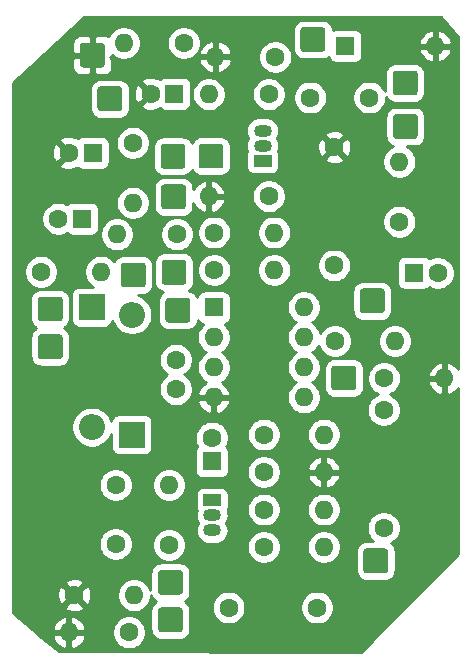
<source format=gbr>
%TF.GenerationSoftware,KiCad,Pcbnew,5.1.9*%
%TF.CreationDate,2021-04-19T23:32:21+02:00*%
%TF.ProjectId,ts908,74733930-382e-46b6-9963-61645f706362,rev?*%
%TF.SameCoordinates,Original*%
%TF.FileFunction,Copper,L2,Bot*%
%TF.FilePolarity,Positive*%
%FSLAX46Y46*%
G04 Gerber Fmt 4.6, Leading zero omitted, Abs format (unit mm)*
G04 Created by KiCad (PCBNEW 5.1.9) date 2021-04-19 23:32:21*
%MOMM*%
%LPD*%
G01*
G04 APERTURE LIST*
%TA.AperFunction,ComponentPad*%
%ADD10C,1.600000*%
%TD*%
%TA.AperFunction,ComponentPad*%
%ADD11O,1.600000X1.600000*%
%TD*%
%TA.AperFunction,ComponentPad*%
%ADD12R,1.600000X1.600000*%
%TD*%
%TA.AperFunction,ComponentPad*%
%ADD13R,1.500000X1.050000*%
%TD*%
%TA.AperFunction,ComponentPad*%
%ADD14O,1.500000X1.050000*%
%TD*%
%TA.AperFunction,ComponentPad*%
%ADD15O,2.200000X2.200000*%
%TD*%
%TA.AperFunction,ComponentPad*%
%ADD16R,2.200000X2.200000*%
%TD*%
%TA.AperFunction,Conductor*%
%ADD17C,0.254000*%
%TD*%
%TA.AperFunction,Conductor*%
%ADD18C,0.100000*%
%TD*%
G04 APERTURE END LIST*
D10*
%TO.P,C8,2*%
%TO.N,Net-(C8-Pad2)*%
X260720000Y-115350000D03*
%TO.P,C8,1*%
%TO.N,Net-(C8-Pad1)*%
X260720000Y-125350000D03*
%TD*%
%TO.P,P1,1*%
%TO.N,Net-(P1-Pad1)*%
%TA.AperFunction,ComponentPad*%
G36*
G01*
X231440000Y-107600001D02*
X231440000Y-105999999D01*
G75*
G02*
X231689999Y-105750000I249999J0D01*
G01*
X233290001Y-105750000D01*
G75*
G02*
X233540000Y-105999999I0J-249999D01*
G01*
X233540000Y-107600001D01*
G75*
G02*
X233290001Y-107850000I-249999J0D01*
G01*
X231689999Y-107850000D01*
G75*
G02*
X231440000Y-107600001I0J249999D01*
G01*
G37*
%TD.AperFunction*%
%TD*%
D11*
%TO.P,U1,8*%
%TO.N,+9V*%
X253960000Y-106670000D03*
%TO.P,U1,4*%
%TO.N,GND*%
X246340000Y-114290000D03*
%TO.P,U1,7*%
%TO.N,Net-(C9-Pad2)*%
X253960000Y-109210000D03*
%TO.P,U1,3*%
%TO.N,Net-(C4-Pad2)*%
X246340000Y-111750000D03*
%TO.P,U1,6*%
%TO.N,Net-(P3-Pad1)*%
X253960000Y-111750000D03*
%TO.P,U1,2*%
%TO.N,Net-(C5-Pad2)*%
X246340000Y-109210000D03*
%TO.P,U1,5*%
%TO.N,Net-(C7-Pad1)*%
X253960000Y-114290000D03*
D12*
%TO.P,U1,1*%
%TO.N,Net-(C5-Pad1)*%
X246340000Y-106670000D03*
%TD*%
D10*
%TO.P,R2,1*%
%TO.N,VCC*%
X251550000Y-85460000D03*
D11*
%TO.P,R2,2*%
%TO.N,GND*%
X246470000Y-85460000D03*
%TD*%
D10*
%TO.P,C6,2*%
%TO.N,Net-(C6-Pad2)*%
X238030000Y-126700000D03*
%TO.P,C6,1*%
%TO.N,Net-(C5-Pad2)*%
X238030000Y-121700000D03*
%TD*%
%TO.P,S3,1*%
%TO.N,Net-(Q2-Pad1)*%
%TA.AperFunction,ComponentPad*%
G36*
G01*
X245299999Y-92810000D02*
X246900001Y-92810000D01*
G75*
G02*
X247150000Y-93059999I0J-249999D01*
G01*
X247150000Y-94660001D01*
G75*
G02*
X246900001Y-94910000I-249999J0D01*
G01*
X245299999Y-94910000D01*
G75*
G02*
X245050000Y-94660001I0J249999D01*
G01*
X245050000Y-93059999D01*
G75*
G02*
X245299999Y-92810000I249999J0D01*
G01*
G37*
%TD.AperFunction*%
%TD*%
D11*
%TO.P,R19,2*%
%TO.N,GND*%
X234080000Y-134190000D03*
D10*
%TO.P,R19,1*%
%TO.N,Net-(R19-Pad1)*%
X239160000Y-134190000D03*
%TD*%
%TO.P,P5,1*%
%TO.N,Net-(C7-Pad1)*%
%TA.AperFunction,ComponentPad*%
G36*
G01*
X242250000Y-107720001D02*
X242250000Y-106119999D01*
G75*
G02*
X242499999Y-105870000I249999J0D01*
G01*
X244100001Y-105870000D01*
G75*
G02*
X244350000Y-106119999I0J-249999D01*
G01*
X244350000Y-107720001D01*
G75*
G02*
X244100001Y-107970000I-249999J0D01*
G01*
X242499999Y-107970000D01*
G75*
G02*
X242250000Y-107720001I0J249999D01*
G01*
G37*
%TD.AperFunction*%
%TD*%
D13*
%TO.P,Q2,1*%
%TO.N,Net-(Q2-Pad1)*%
X250470000Y-94250000D03*
D14*
%TO.P,Q2,3*%
%TO.N,Net-(C10-Pad1)*%
X250470000Y-91710000D03*
%TO.P,Q2,2*%
%TO.N,+9V*%
X250470000Y-92980000D03*
%TD*%
D10*
%TO.P,R13,1*%
%TO.N,Net-(C10-Pad1)*%
X250990000Y-88630000D03*
D11*
%TO.P,R13,2*%
%TO.N,VCC*%
X245910000Y-88630000D03*
%TD*%
%TO.P,R8,2*%
%TO.N,Net-(C7-Pad1)*%
X251460000Y-103505000D03*
D10*
%TO.P,R8,1*%
%TO.N,Net-(C5-Pad1)*%
X246380000Y-103505000D03*
%TD*%
D11*
%TO.P,R5,2*%
%TO.N,VCC*%
X255650000Y-117435000D03*
D10*
%TO.P,R5,1*%
%TO.N,Net-(C4-Pad2)*%
X250570000Y-117435000D03*
%TD*%
%TO.P,C11,2*%
%TO.N,Net-(C11-Pad2)*%
X233180000Y-99160000D03*
D12*
%TO.P,C11,1*%
%TO.N,Net-(C11-Pad1)*%
X235180000Y-99160000D03*
%TD*%
%TO.P,C2,1*%
%TO.N,VCC*%
X236080000Y-93590000D03*
D10*
%TO.P,C2,2*%
%TO.N,GND*%
X234080000Y-93590000D03*
%TD*%
%TO.P,C4,2*%
%TO.N,Net-(C4-Pad2)*%
X246170000Y-117700000D03*
D12*
%TO.P,C4,1*%
%TO.N,Net-(C4-Pad1)*%
X246170000Y-119700000D03*
%TD*%
D10*
%TO.P,C9,2*%
%TO.N,Net-(C9-Pad2)*%
X265290000Y-103750000D03*
D12*
%TO.P,C9,1*%
%TO.N,Net-(C9-Pad1)*%
X263290000Y-103750000D03*
%TD*%
%TO.P,C1,1*%
%TO.N,+9V*%
X243010000Y-88580000D03*
D10*
%TO.P,C1,2*%
%TO.N,GND*%
X241010000Y-88580000D03*
%TD*%
%TO.P,C7,2*%
%TO.N,GND*%
X256540000Y-93120000D03*
%TO.P,C7,1*%
%TO.N,Net-(C7-Pad1)*%
X256540000Y-103120000D03*
%TD*%
%TO.P,S1,1*%
%TO.N,Net-(C3-Pad2)*%
%TA.AperFunction,ComponentPad*%
G36*
G01*
X261100000Y-127329999D02*
X261100000Y-128930001D01*
G75*
G02*
X260850001Y-129180000I-249999J0D01*
G01*
X259249999Y-129180000D01*
G75*
G02*
X259000000Y-128930001I0J249999D01*
G01*
X259000000Y-127329999D01*
G75*
G02*
X259249999Y-127080000I249999J0D01*
G01*
X260850001Y-127080000D01*
G75*
G02*
X261100000Y-127329999I0J-249999D01*
G01*
G37*
%TD.AperFunction*%
%TD*%
D11*
%TO.P,R16,2*%
%TO.N,Net-(R16-Pad2)*%
X239480000Y-97810000D03*
D10*
%TO.P,R16,1*%
%TO.N,Net-(C11-Pad1)*%
X239480000Y-92730000D03*
%TD*%
D11*
%TO.P,R18,2*%
%TO.N,Net-(R18-Pad2)*%
X239600000Y-131040000D03*
D10*
%TO.P,R18,1*%
%TO.N,GND*%
X234520000Y-131040000D03*
%TD*%
D13*
%TO.P,Q1,1*%
%TO.N,Net-(C4-Pad1)*%
X246200000Y-123010000D03*
D14*
%TO.P,Q1,3*%
%TO.N,Net-(Q1-Pad3)*%
X246200000Y-125550000D03*
%TO.P,Q1,2*%
%TO.N,+9V*%
X246200000Y-124280000D03*
%TD*%
%TO.P,P3,1*%
%TO.N,Net-(P3-Pad1)*%
%TA.AperFunction,ComponentPad*%
G36*
G01*
X260560001Y-107160000D02*
X258959999Y-107160000D01*
G75*
G02*
X258710000Y-106910001I0J249999D01*
G01*
X258710000Y-105309999D01*
G75*
G02*
X258959999Y-105060000I249999J0D01*
G01*
X260560001Y-105060000D01*
G75*
G02*
X260810000Y-105309999I0J-249999D01*
G01*
X260810000Y-106910001D01*
G75*
G02*
X260560001Y-107160000I-249999J0D01*
G01*
G37*
%TD.AperFunction*%
%TD*%
%TO.P,S7,1*%
%TO.N,Net-(R19-Pad1)*%
%TA.AperFunction,ComponentPad*%
G36*
G01*
X241620000Y-133925001D02*
X241620000Y-132324999D01*
G75*
G02*
X241869999Y-132075000I249999J0D01*
G01*
X243470001Y-132075000D01*
G75*
G02*
X243720000Y-132324999I0J-249999D01*
G01*
X243720000Y-133925001D01*
G75*
G02*
X243470001Y-134175000I-249999J0D01*
G01*
X241869999Y-134175000D01*
G75*
G02*
X241620000Y-133925001I0J249999D01*
G01*
G37*
%TD.AperFunction*%
%TD*%
D11*
%TO.P,R7,2*%
%TO.N,VCC*%
X242540000Y-121710000D03*
D10*
%TO.P,R7,1*%
%TO.N,Net-(C6-Pad2)*%
X242540000Y-126790000D03*
%TD*%
%TO.P,S4,1*%
%TO.N,Net-(R15-Pad1)*%
%TA.AperFunction,ComponentPad*%
G36*
G01*
X243980000Y-96509999D02*
X243980000Y-98110001D01*
G75*
G02*
X243730001Y-98360000I-249999J0D01*
G01*
X242129999Y-98360000D01*
G75*
G02*
X241880000Y-98110001I0J249999D01*
G01*
X241880000Y-96509999D01*
G75*
G02*
X242129999Y-96260000I249999J0D01*
G01*
X243730001Y-96260000D01*
G75*
G02*
X243980000Y-96509999I0J-249999D01*
G01*
G37*
%TD.AperFunction*%
%TD*%
D11*
%TO.P,R15,2*%
%TO.N,Net-(C11-Pad1)*%
X238160000Y-100490000D03*
D10*
%TO.P,R15,1*%
%TO.N,Net-(R15-Pad1)*%
X243240000Y-100490000D03*
%TD*%
%TO.P,S2,1*%
%TO.N,Net-(C11-Pad2)*%
%TA.AperFunction,ComponentPad*%
G36*
G01*
X240330001Y-104980000D02*
X238729999Y-104980000D01*
G75*
G02*
X238480000Y-104730001I0J249999D01*
G01*
X238480000Y-103129999D01*
G75*
G02*
X238729999Y-102880000I249999J0D01*
G01*
X240330001Y-102880000D01*
G75*
G02*
X240580000Y-103129999I0J-249999D01*
G01*
X240580000Y-104730001D01*
G75*
G02*
X240330001Y-104980000I-249999J0D01*
G01*
G37*
%TD.AperFunction*%
%TD*%
%TO.P,9V1,1*%
%TO.N,+9V*%
%TA.AperFunction,ComponentPad*%
G36*
G01*
X255530001Y-85040000D02*
X253929999Y-85040000D01*
G75*
G02*
X253680000Y-84790001I0J249999D01*
G01*
X253680000Y-83189999D01*
G75*
G02*
X253929999Y-82940000I249999J0D01*
G01*
X255530001Y-82940000D01*
G75*
G02*
X255780000Y-83189999I0J-249999D01*
G01*
X255780000Y-84790001D01*
G75*
G02*
X255530001Y-85040000I-249999J0D01*
G01*
G37*
%TD.AperFunction*%
%TD*%
D11*
%TO.P,R1,2*%
%TO.N,VCC*%
X238720000Y-84280000D03*
D10*
%TO.P,R1,1*%
%TO.N,+9V*%
X243800000Y-84280000D03*
%TD*%
D15*
%TO.P,D3,2*%
%TO.N,Net-(C5-Pad2)*%
X236010000Y-116810000D03*
D16*
%TO.P,D3,1*%
%TO.N,Net-(C5-Pad1)*%
X236010000Y-106650000D03*
%TD*%
%TO.P,S8,1*%
%TO.N,Net-(R18-Pad2)*%
%TA.AperFunction,ComponentPad*%
G36*
G01*
X241620000Y-130750001D02*
X241620000Y-129149999D01*
G75*
G02*
X241869999Y-128900000I249999J0D01*
G01*
X243470001Y-128900000D01*
G75*
G02*
X243720000Y-129149999I0J-249999D01*
G01*
X243720000Y-130750001D01*
G75*
G02*
X243470001Y-131000000I-249999J0D01*
G01*
X241869999Y-131000000D01*
G75*
G02*
X241620000Y-130750001I0J249999D01*
G01*
G37*
%TD.AperFunction*%
%TD*%
D11*
%TO.P,R3,2*%
%TO.N,Net-(C3-Pad1)*%
X255650000Y-126960000D03*
D10*
%TO.P,R3,1*%
%TO.N,Net-(Q1-Pad3)*%
X250570000Y-126960000D03*
%TD*%
%TO.P,GND1,1*%
%TO.N,GND*%
%TA.AperFunction,ComponentPad*%
G36*
G01*
X236860001Y-86370000D02*
X235259999Y-86370000D01*
G75*
G02*
X235010000Y-86120001I0J249999D01*
G01*
X235010000Y-84519999D01*
G75*
G02*
X235259999Y-84270000I249999J0D01*
G01*
X236860001Y-84270000D01*
G75*
G02*
X237110000Y-84519999I0J-249999D01*
G01*
X237110000Y-86120001D01*
G75*
G02*
X236860001Y-86370000I-249999J0D01*
G01*
G37*
%TD.AperFunction*%
%TD*%
%TO.P,P7,1*%
%TO.N,Net-(C10-Pad2)*%
%TA.AperFunction,ComponentPad*%
G36*
G01*
X263340001Y-88720000D02*
X261739999Y-88720000D01*
G75*
G02*
X261490000Y-88470001I0J249999D01*
G01*
X261490000Y-86869999D01*
G75*
G02*
X261739999Y-86620000I249999J0D01*
G01*
X263340001Y-86620000D01*
G75*
G02*
X263590000Y-86869999I0J-249999D01*
G01*
X263590000Y-88470001D01*
G75*
G02*
X263340001Y-88720000I-249999J0D01*
G01*
G37*
%TD.AperFunction*%
%TD*%
D11*
%TO.P,R10,2*%
%TO.N,GND*%
X265840000Y-112680000D03*
D10*
%TO.P,R10,1*%
%TO.N,Net-(C8-Pad2)*%
X260760000Y-112680000D03*
%TD*%
%TO.P,S5,1*%
%TO.N,Net-(R16-Pad2)*%
%TA.AperFunction,ComponentPad*%
G36*
G01*
X243680001Y-94930000D02*
X242079999Y-94930000D01*
G75*
G02*
X241830000Y-94680001I0J249999D01*
G01*
X241830000Y-93079999D01*
G75*
G02*
X242079999Y-92830000I249999J0D01*
G01*
X243680001Y-92830000D01*
G75*
G02*
X243930000Y-93079999I0J-249999D01*
G01*
X243930000Y-94680001D01*
G75*
G02*
X243680001Y-94930000I-249999J0D01*
G01*
G37*
%TD.AperFunction*%
%TD*%
%TO.P,C5,2*%
%TO.N,Net-(C5-Pad2)*%
X243120000Y-113600000D03*
%TO.P,C5,1*%
%TO.N,Net-(C5-Pad1)*%
X243120000Y-111100000D03*
%TD*%
D11*
%TO.P,R4,2*%
%TO.N,VCC*%
X255650000Y-123785000D03*
D10*
%TO.P,R4,1*%
%TO.N,Net-(Q1-Pad3)*%
X250570000Y-123785000D03*
%TD*%
D11*
%TO.P,D1,2*%
%TO.N,GND*%
X265090000Y-84540000D03*
D12*
%TO.P,D1,1*%
%TO.N,+9V*%
X257470000Y-84540000D03*
%TD*%
%TO.P,P2,1*%
%TO.N,Net-(C5-Pad1)*%
%TA.AperFunction,ComponentPad*%
G36*
G01*
X231450000Y-110800001D02*
X231450000Y-109199999D01*
G75*
G02*
X231699999Y-108950000I249999J0D01*
G01*
X233300001Y-108950000D01*
G75*
G02*
X233550000Y-109199999I0J-249999D01*
G01*
X233550000Y-110800001D01*
G75*
G02*
X233300001Y-111050000I-249999J0D01*
G01*
X231699999Y-111050000D01*
G75*
G02*
X231450000Y-110800001I0J249999D01*
G01*
G37*
%TD.AperFunction*%
%TD*%
%TO.P,P8,1*%
%TO.N,VCC*%
%TA.AperFunction,ComponentPad*%
G36*
G01*
X236739999Y-87960000D02*
X238340001Y-87960000D01*
G75*
G02*
X238590000Y-88209999I0J-249999D01*
G01*
X238590000Y-89810001D01*
G75*
G02*
X238340001Y-90060000I-249999J0D01*
G01*
X236739999Y-90060000D01*
G75*
G02*
X236490000Y-89810001I0J249999D01*
G01*
X236490000Y-88209999D01*
G75*
G02*
X236739999Y-87960000I249999J0D01*
G01*
G37*
%TD.AperFunction*%
%TD*%
D11*
%TO.P,R11,2*%
%TO.N,Net-(C9-Pad2)*%
X261690000Y-109510000D03*
D10*
%TO.P,R11,1*%
%TO.N,Net-(P3-Pad1)*%
X256610000Y-109510000D03*
%TD*%
%TO.P,C10,2*%
%TO.N,Net-(C10-Pad2)*%
X259510000Y-88900000D03*
%TO.P,C10,1*%
%TO.N,Net-(C10-Pad1)*%
X254510000Y-88900000D03*
%TD*%
%TO.P,C3,2*%
%TO.N,Net-(C3-Pad2)*%
X255090000Y-132080000D03*
%TO.P,C3,1*%
%TO.N,Net-(C3-Pad1)*%
X247590000Y-132080000D03*
%TD*%
D11*
%TO.P,R6,2*%
%TO.N,Net-(P1-Pad1)*%
X236790000Y-103650000D03*
D10*
%TO.P,R6,1*%
%TO.N,Net-(C5-Pad2)*%
X231710000Y-103650000D03*
%TD*%
%TO.P,P4,1*%
%TO.N,Net-(C8-Pad1)*%
%TA.AperFunction,ComponentPad*%
G36*
G01*
X256300000Y-113450001D02*
X256300000Y-111849999D01*
G75*
G02*
X256549999Y-111600000I249999J0D01*
G01*
X258150001Y-111600000D01*
G75*
G02*
X258400000Y-111849999I0J-249999D01*
G01*
X258400000Y-113450001D01*
G75*
G02*
X258150001Y-113700000I-249999J0D01*
G01*
X256549999Y-113700000D01*
G75*
G02*
X256300000Y-113450001I0J249999D01*
G01*
G37*
%TD.AperFunction*%
%TD*%
D11*
%TO.P,R12,2*%
%TO.N,Net-(P6-Pad1)*%
X262060000Y-94330000D03*
D10*
%TO.P,R12,1*%
%TO.N,Net-(C9-Pad1)*%
X262060000Y-99410000D03*
%TD*%
%TO.P,P6,1*%
%TO.N,Net-(P6-Pad1)*%
%TA.AperFunction,ComponentPad*%
G36*
G01*
X263360001Y-92400000D02*
X261759999Y-92400000D01*
G75*
G02*
X261510000Y-92150001I0J249999D01*
G01*
X261510000Y-90549999D01*
G75*
G02*
X261759999Y-90300000I249999J0D01*
G01*
X263360001Y-90300000D01*
G75*
G02*
X263610000Y-90549999I0J-249999D01*
G01*
X263610000Y-92150001D01*
G75*
G02*
X263360001Y-92400000I-249999J0D01*
G01*
G37*
%TD.AperFunction*%
%TD*%
%TO.P,S6,1*%
%TO.N,Net-(C11-Pad2)*%
%TA.AperFunction,ComponentPad*%
G36*
G01*
X244030000Y-102889999D02*
X244030000Y-104490001D01*
G75*
G02*
X243780001Y-104740000I-249999J0D01*
G01*
X242179999Y-104740000D01*
G75*
G02*
X241930000Y-104490001I0J249999D01*
G01*
X241930000Y-102889999D01*
G75*
G02*
X242179999Y-102640000I249999J0D01*
G01*
X243780001Y-102640000D01*
G75*
G02*
X244030000Y-102889999I0J-249999D01*
G01*
G37*
%TD.AperFunction*%
%TD*%
D11*
%TO.P,R9,2*%
%TO.N,Net-(C7-Pad1)*%
X251460000Y-100330000D03*
D10*
%TO.P,R9,1*%
%TO.N,VCC*%
X246380000Y-100330000D03*
%TD*%
D11*
%TO.P,R14,2*%
%TO.N,GND*%
X245910000Y-97260000D03*
D10*
%TO.P,R14,1*%
%TO.N,Net-(Q2-Pad1)*%
X250990000Y-97260000D03*
%TD*%
D11*
%TO.P,R17,2*%
%TO.N,GND*%
X255650000Y-120610000D03*
D10*
%TO.P,R17,1*%
%TO.N,Net-(C4-Pad1)*%
X250570000Y-120610000D03*
%TD*%
D15*
%TO.P,D2,2*%
%TO.N,Net-(C5-Pad1)*%
X239400000Y-107280000D03*
D16*
%TO.P,D2,1*%
%TO.N,Net-(C5-Pad2)*%
X239400000Y-117440000D03*
%TD*%
D17*
%TO.N,GND*%
X267020000Y-83741841D02*
X267020001Y-111873728D01*
X266903519Y-111716586D01*
X266695131Y-111527615D01*
X266453881Y-111382930D01*
X266189040Y-111288091D01*
X265967000Y-111409376D01*
X265967000Y-112553000D01*
X265987000Y-112553000D01*
X265987000Y-112807000D01*
X265967000Y-112807000D01*
X265967000Y-113950624D01*
X266189040Y-114071909D01*
X266453881Y-113977070D01*
X266695131Y-113832385D01*
X266903519Y-113643414D01*
X267020001Y-113486272D01*
X267020001Y-127566618D01*
X258776724Y-135809896D01*
X233208743Y-135800092D01*
X231692831Y-134539039D01*
X232688096Y-134539039D01*
X232728754Y-134673087D01*
X232848963Y-134927420D01*
X233016481Y-135153414D01*
X233224869Y-135342385D01*
X233466119Y-135487070D01*
X233730960Y-135581909D01*
X233953000Y-135460624D01*
X233953000Y-134317000D01*
X234207000Y-134317000D01*
X234207000Y-135460624D01*
X234429040Y-135581909D01*
X234693881Y-135487070D01*
X234935131Y-135342385D01*
X235143519Y-135153414D01*
X235311037Y-134927420D01*
X235431246Y-134673087D01*
X235471904Y-134539039D01*
X235349915Y-134317000D01*
X234207000Y-134317000D01*
X233953000Y-134317000D01*
X232810085Y-134317000D01*
X232688096Y-134539039D01*
X231692831Y-134539039D01*
X230853672Y-133840961D01*
X232688096Y-133840961D01*
X232810085Y-134063000D01*
X233953000Y-134063000D01*
X233953000Y-132919376D01*
X234207000Y-132919376D01*
X234207000Y-134063000D01*
X235349915Y-134063000D01*
X235357790Y-134048665D01*
X237725000Y-134048665D01*
X237725000Y-134331335D01*
X237780147Y-134608574D01*
X237888320Y-134869727D01*
X238045363Y-135104759D01*
X238245241Y-135304637D01*
X238480273Y-135461680D01*
X238741426Y-135569853D01*
X239018665Y-135625000D01*
X239301335Y-135625000D01*
X239578574Y-135569853D01*
X239839727Y-135461680D01*
X240074759Y-135304637D01*
X240274637Y-135104759D01*
X240431680Y-134869727D01*
X240539853Y-134608574D01*
X240595000Y-134331335D01*
X240595000Y-134048665D01*
X240539853Y-133771426D01*
X240431680Y-133510273D01*
X240274637Y-133275241D01*
X240074759Y-133075363D01*
X239839727Y-132918320D01*
X239578574Y-132810147D01*
X239301335Y-132755000D01*
X239018665Y-132755000D01*
X238741426Y-132810147D01*
X238480273Y-132918320D01*
X238245241Y-133075363D01*
X238045363Y-133275241D01*
X237888320Y-133510273D01*
X237780147Y-133771426D01*
X237725000Y-134048665D01*
X235357790Y-134048665D01*
X235471904Y-133840961D01*
X235431246Y-133706913D01*
X235311037Y-133452580D01*
X235143519Y-133226586D01*
X234935131Y-133037615D01*
X234693881Y-132892930D01*
X234429040Y-132798091D01*
X234207000Y-132919376D01*
X233953000Y-132919376D01*
X233730960Y-132798091D01*
X233466119Y-132892930D01*
X233224869Y-133037615D01*
X233016481Y-133226586D01*
X232848963Y-133452580D01*
X232728754Y-133706913D01*
X232688096Y-133840961D01*
X230853672Y-133840961D01*
X229317000Y-132562639D01*
X229317000Y-132032702D01*
X233706903Y-132032702D01*
X233778486Y-132276671D01*
X234033996Y-132397571D01*
X234308184Y-132466300D01*
X234590512Y-132480217D01*
X234870130Y-132438787D01*
X235136292Y-132343603D01*
X235261514Y-132276671D01*
X235333097Y-132032702D01*
X234520000Y-131219605D01*
X233706903Y-132032702D01*
X229317000Y-132032702D01*
X229317000Y-131110512D01*
X233079783Y-131110512D01*
X233121213Y-131390130D01*
X233216397Y-131656292D01*
X233283329Y-131781514D01*
X233527298Y-131853097D01*
X234340395Y-131040000D01*
X234699605Y-131040000D01*
X235512702Y-131853097D01*
X235756671Y-131781514D01*
X235877571Y-131526004D01*
X235946300Y-131251816D01*
X235960217Y-130969488D01*
X235949724Y-130898665D01*
X238165000Y-130898665D01*
X238165000Y-131181335D01*
X238220147Y-131458574D01*
X238328320Y-131719727D01*
X238485363Y-131954759D01*
X238685241Y-132154637D01*
X238920273Y-132311680D01*
X239181426Y-132419853D01*
X239458665Y-132475000D01*
X239741335Y-132475000D01*
X240018574Y-132419853D01*
X240279727Y-132311680D01*
X240514759Y-132154637D01*
X240714637Y-131954759D01*
X240871680Y-131719727D01*
X240979853Y-131458574D01*
X241035000Y-131181335D01*
X241035000Y-131041958D01*
X241049528Y-131089851D01*
X241131595Y-131243387D01*
X241242038Y-131377962D01*
X241376613Y-131488405D01*
X241468463Y-131537500D01*
X241376613Y-131586595D01*
X241242038Y-131697038D01*
X241131595Y-131831613D01*
X241049528Y-131985149D01*
X240998992Y-132151745D01*
X240981928Y-132324999D01*
X240981928Y-133925001D01*
X240998992Y-134098255D01*
X241049528Y-134264851D01*
X241131595Y-134418387D01*
X241242038Y-134552962D01*
X241376613Y-134663405D01*
X241530149Y-134745472D01*
X241696745Y-134796008D01*
X241869999Y-134813072D01*
X243470001Y-134813072D01*
X243643255Y-134796008D01*
X243809851Y-134745472D01*
X243963387Y-134663405D01*
X244097962Y-134552962D01*
X244208405Y-134418387D01*
X244290472Y-134264851D01*
X244341008Y-134098255D01*
X244358072Y-133925001D01*
X244358072Y-132324999D01*
X244341008Y-132151745D01*
X244290472Y-131985149D01*
X244265626Y-131938665D01*
X246155000Y-131938665D01*
X246155000Y-132221335D01*
X246210147Y-132498574D01*
X246318320Y-132759727D01*
X246475363Y-132994759D01*
X246675241Y-133194637D01*
X246910273Y-133351680D01*
X247171426Y-133459853D01*
X247448665Y-133515000D01*
X247731335Y-133515000D01*
X248008574Y-133459853D01*
X248269727Y-133351680D01*
X248504759Y-133194637D01*
X248704637Y-132994759D01*
X248861680Y-132759727D01*
X248969853Y-132498574D01*
X249025000Y-132221335D01*
X249025000Y-131938665D01*
X253655000Y-131938665D01*
X253655000Y-132221335D01*
X253710147Y-132498574D01*
X253818320Y-132759727D01*
X253975363Y-132994759D01*
X254175241Y-133194637D01*
X254410273Y-133351680D01*
X254671426Y-133459853D01*
X254948665Y-133515000D01*
X255231335Y-133515000D01*
X255508574Y-133459853D01*
X255769727Y-133351680D01*
X256004759Y-133194637D01*
X256204637Y-132994759D01*
X256361680Y-132759727D01*
X256469853Y-132498574D01*
X256525000Y-132221335D01*
X256525000Y-131938665D01*
X256469853Y-131661426D01*
X256361680Y-131400273D01*
X256204637Y-131165241D01*
X256004759Y-130965363D01*
X255769727Y-130808320D01*
X255508574Y-130700147D01*
X255231335Y-130645000D01*
X254948665Y-130645000D01*
X254671426Y-130700147D01*
X254410273Y-130808320D01*
X254175241Y-130965363D01*
X253975363Y-131165241D01*
X253818320Y-131400273D01*
X253710147Y-131661426D01*
X253655000Y-131938665D01*
X249025000Y-131938665D01*
X248969853Y-131661426D01*
X248861680Y-131400273D01*
X248704637Y-131165241D01*
X248504759Y-130965363D01*
X248269727Y-130808320D01*
X248008574Y-130700147D01*
X247731335Y-130645000D01*
X247448665Y-130645000D01*
X247171426Y-130700147D01*
X246910273Y-130808320D01*
X246675241Y-130965363D01*
X246475363Y-131165241D01*
X246318320Y-131400273D01*
X246210147Y-131661426D01*
X246155000Y-131938665D01*
X244265626Y-131938665D01*
X244208405Y-131831613D01*
X244097962Y-131697038D01*
X243963387Y-131586595D01*
X243871537Y-131537500D01*
X243963387Y-131488405D01*
X244097962Y-131377962D01*
X244208405Y-131243387D01*
X244290472Y-131089851D01*
X244341008Y-130923255D01*
X244358072Y-130750001D01*
X244358072Y-129149999D01*
X244341008Y-128976745D01*
X244290472Y-128810149D01*
X244208405Y-128656613D01*
X244097962Y-128522038D01*
X243963387Y-128411595D01*
X243809851Y-128329528D01*
X243643255Y-128278992D01*
X243470001Y-128261928D01*
X241869999Y-128261928D01*
X241696745Y-128278992D01*
X241530149Y-128329528D01*
X241376613Y-128411595D01*
X241242038Y-128522038D01*
X241131595Y-128656613D01*
X241049528Y-128810149D01*
X240998992Y-128976745D01*
X240981928Y-129149999D01*
X240981928Y-130631858D01*
X240979853Y-130621426D01*
X240871680Y-130360273D01*
X240714637Y-130125241D01*
X240514759Y-129925363D01*
X240279727Y-129768320D01*
X240018574Y-129660147D01*
X239741335Y-129605000D01*
X239458665Y-129605000D01*
X239181426Y-129660147D01*
X238920273Y-129768320D01*
X238685241Y-129925363D01*
X238485363Y-130125241D01*
X238328320Y-130360273D01*
X238220147Y-130621426D01*
X238165000Y-130898665D01*
X235949724Y-130898665D01*
X235918787Y-130689870D01*
X235823603Y-130423708D01*
X235756671Y-130298486D01*
X235512702Y-130226903D01*
X234699605Y-131040000D01*
X234340395Y-131040000D01*
X233527298Y-130226903D01*
X233283329Y-130298486D01*
X233162429Y-130553996D01*
X233093700Y-130828184D01*
X233079783Y-131110512D01*
X229317000Y-131110512D01*
X229317000Y-130047298D01*
X233706903Y-130047298D01*
X234520000Y-130860395D01*
X235333097Y-130047298D01*
X235261514Y-129803329D01*
X235006004Y-129682429D01*
X234731816Y-129613700D01*
X234449488Y-129599783D01*
X234169870Y-129641213D01*
X233903708Y-129736397D01*
X233778486Y-129803329D01*
X233706903Y-130047298D01*
X229317000Y-130047298D01*
X229317000Y-126558665D01*
X236595000Y-126558665D01*
X236595000Y-126841335D01*
X236650147Y-127118574D01*
X236758320Y-127379727D01*
X236915363Y-127614759D01*
X237115241Y-127814637D01*
X237350273Y-127971680D01*
X237611426Y-128079853D01*
X237888665Y-128135000D01*
X238171335Y-128135000D01*
X238448574Y-128079853D01*
X238709727Y-127971680D01*
X238944759Y-127814637D01*
X239144637Y-127614759D01*
X239301680Y-127379727D01*
X239409853Y-127118574D01*
X239465000Y-126841335D01*
X239465000Y-126648665D01*
X241105000Y-126648665D01*
X241105000Y-126931335D01*
X241160147Y-127208574D01*
X241268320Y-127469727D01*
X241425363Y-127704759D01*
X241625241Y-127904637D01*
X241860273Y-128061680D01*
X242121426Y-128169853D01*
X242398665Y-128225000D01*
X242681335Y-128225000D01*
X242958574Y-128169853D01*
X243219727Y-128061680D01*
X243454759Y-127904637D01*
X243654637Y-127704759D01*
X243811680Y-127469727D01*
X243919853Y-127208574D01*
X243975000Y-126931335D01*
X243975000Y-126818665D01*
X249135000Y-126818665D01*
X249135000Y-127101335D01*
X249190147Y-127378574D01*
X249298320Y-127639727D01*
X249455363Y-127874759D01*
X249655241Y-128074637D01*
X249890273Y-128231680D01*
X250151426Y-128339853D01*
X250428665Y-128395000D01*
X250711335Y-128395000D01*
X250988574Y-128339853D01*
X251249727Y-128231680D01*
X251484759Y-128074637D01*
X251684637Y-127874759D01*
X251841680Y-127639727D01*
X251949853Y-127378574D01*
X252005000Y-127101335D01*
X252005000Y-126818665D01*
X254215000Y-126818665D01*
X254215000Y-127101335D01*
X254270147Y-127378574D01*
X254378320Y-127639727D01*
X254535363Y-127874759D01*
X254735241Y-128074637D01*
X254970273Y-128231680D01*
X255231426Y-128339853D01*
X255508665Y-128395000D01*
X255791335Y-128395000D01*
X256068574Y-128339853D01*
X256329727Y-128231680D01*
X256564759Y-128074637D01*
X256764637Y-127874759D01*
X256921680Y-127639727D01*
X257029853Y-127378574D01*
X257039515Y-127329999D01*
X258361928Y-127329999D01*
X258361928Y-128930001D01*
X258378992Y-129103255D01*
X258429528Y-129269851D01*
X258511595Y-129423387D01*
X258622038Y-129557962D01*
X258756613Y-129668405D01*
X258910149Y-129750472D01*
X259076745Y-129801008D01*
X259249999Y-129818072D01*
X260850001Y-129818072D01*
X261023255Y-129801008D01*
X261189851Y-129750472D01*
X261343387Y-129668405D01*
X261477962Y-129557962D01*
X261588405Y-129423387D01*
X261670472Y-129269851D01*
X261721008Y-129103255D01*
X261738072Y-128930001D01*
X261738072Y-127329999D01*
X261721008Y-127156745D01*
X261670472Y-126990149D01*
X261588405Y-126836613D01*
X261477962Y-126702038D01*
X261386647Y-126627098D01*
X261399727Y-126621680D01*
X261634759Y-126464637D01*
X261834637Y-126264759D01*
X261991680Y-126029727D01*
X262099853Y-125768574D01*
X262155000Y-125491335D01*
X262155000Y-125208665D01*
X262099853Y-124931426D01*
X261991680Y-124670273D01*
X261834637Y-124435241D01*
X261634759Y-124235363D01*
X261399727Y-124078320D01*
X261138574Y-123970147D01*
X260861335Y-123915000D01*
X260578665Y-123915000D01*
X260301426Y-123970147D01*
X260040273Y-124078320D01*
X259805241Y-124235363D01*
X259605363Y-124435241D01*
X259448320Y-124670273D01*
X259340147Y-124931426D01*
X259285000Y-125208665D01*
X259285000Y-125491335D01*
X259340147Y-125768574D01*
X259448320Y-126029727D01*
X259605363Y-126264759D01*
X259782532Y-126441928D01*
X259249999Y-126441928D01*
X259076745Y-126458992D01*
X258910149Y-126509528D01*
X258756613Y-126591595D01*
X258622038Y-126702038D01*
X258511595Y-126836613D01*
X258429528Y-126990149D01*
X258378992Y-127156745D01*
X258361928Y-127329999D01*
X257039515Y-127329999D01*
X257085000Y-127101335D01*
X257085000Y-126818665D01*
X257029853Y-126541426D01*
X256921680Y-126280273D01*
X256764637Y-126045241D01*
X256564759Y-125845363D01*
X256329727Y-125688320D01*
X256068574Y-125580147D01*
X255791335Y-125525000D01*
X255508665Y-125525000D01*
X255231426Y-125580147D01*
X254970273Y-125688320D01*
X254735241Y-125845363D01*
X254535363Y-126045241D01*
X254378320Y-126280273D01*
X254270147Y-126541426D01*
X254215000Y-126818665D01*
X252005000Y-126818665D01*
X251949853Y-126541426D01*
X251841680Y-126280273D01*
X251684637Y-126045241D01*
X251484759Y-125845363D01*
X251249727Y-125688320D01*
X250988574Y-125580147D01*
X250711335Y-125525000D01*
X250428665Y-125525000D01*
X250151426Y-125580147D01*
X249890273Y-125688320D01*
X249655241Y-125845363D01*
X249455363Y-126045241D01*
X249298320Y-126280273D01*
X249190147Y-126541426D01*
X249135000Y-126818665D01*
X243975000Y-126818665D01*
X243975000Y-126648665D01*
X243919853Y-126371426D01*
X243811680Y-126110273D01*
X243654637Y-125875241D01*
X243454759Y-125675363D01*
X243219727Y-125518320D01*
X242958574Y-125410147D01*
X242681335Y-125355000D01*
X242398665Y-125355000D01*
X242121426Y-125410147D01*
X241860273Y-125518320D01*
X241625241Y-125675363D01*
X241425363Y-125875241D01*
X241268320Y-126110273D01*
X241160147Y-126371426D01*
X241105000Y-126648665D01*
X239465000Y-126648665D01*
X239465000Y-126558665D01*
X239409853Y-126281426D01*
X239301680Y-126020273D01*
X239144637Y-125785241D01*
X238944759Y-125585363D01*
X238709727Y-125428320D01*
X238448574Y-125320147D01*
X238171335Y-125265000D01*
X237888665Y-125265000D01*
X237611426Y-125320147D01*
X237350273Y-125428320D01*
X237115241Y-125585363D01*
X236915363Y-125785241D01*
X236758320Y-126020273D01*
X236650147Y-126281426D01*
X236595000Y-126558665D01*
X229317000Y-126558665D01*
X229317000Y-124280000D01*
X244809388Y-124280000D01*
X244831785Y-124507400D01*
X244898115Y-124726060D01*
X244999105Y-124915000D01*
X244898115Y-125103940D01*
X244831785Y-125322600D01*
X244809388Y-125550000D01*
X244831785Y-125777400D01*
X244898115Y-125996060D01*
X245005829Y-126197579D01*
X245150788Y-126374212D01*
X245327421Y-126519171D01*
X245528940Y-126626885D01*
X245747600Y-126693215D01*
X245918021Y-126710000D01*
X246481979Y-126710000D01*
X246652400Y-126693215D01*
X246871060Y-126626885D01*
X247072579Y-126519171D01*
X247249212Y-126374212D01*
X247394171Y-126197579D01*
X247501885Y-125996060D01*
X247568215Y-125777400D01*
X247590612Y-125550000D01*
X247568215Y-125322600D01*
X247501885Y-125103940D01*
X247400895Y-124915000D01*
X247501885Y-124726060D01*
X247568215Y-124507400D01*
X247590612Y-124280000D01*
X247568215Y-124052600D01*
X247504907Y-123843902D01*
X247539502Y-123779180D01*
X247575812Y-123659482D01*
X247577369Y-123643665D01*
X249135000Y-123643665D01*
X249135000Y-123926335D01*
X249190147Y-124203574D01*
X249298320Y-124464727D01*
X249455363Y-124699759D01*
X249655241Y-124899637D01*
X249890273Y-125056680D01*
X250151426Y-125164853D01*
X250428665Y-125220000D01*
X250711335Y-125220000D01*
X250988574Y-125164853D01*
X251249727Y-125056680D01*
X251484759Y-124899637D01*
X251684637Y-124699759D01*
X251841680Y-124464727D01*
X251949853Y-124203574D01*
X252005000Y-123926335D01*
X252005000Y-123643665D01*
X254215000Y-123643665D01*
X254215000Y-123926335D01*
X254270147Y-124203574D01*
X254378320Y-124464727D01*
X254535363Y-124699759D01*
X254735241Y-124899637D01*
X254970273Y-125056680D01*
X255231426Y-125164853D01*
X255508665Y-125220000D01*
X255791335Y-125220000D01*
X256068574Y-125164853D01*
X256329727Y-125056680D01*
X256564759Y-124899637D01*
X256764637Y-124699759D01*
X256921680Y-124464727D01*
X257029853Y-124203574D01*
X257085000Y-123926335D01*
X257085000Y-123643665D01*
X257029853Y-123366426D01*
X256921680Y-123105273D01*
X256764637Y-122870241D01*
X256564759Y-122670363D01*
X256329727Y-122513320D01*
X256068574Y-122405147D01*
X255791335Y-122350000D01*
X255508665Y-122350000D01*
X255231426Y-122405147D01*
X254970273Y-122513320D01*
X254735241Y-122670363D01*
X254535363Y-122870241D01*
X254378320Y-123105273D01*
X254270147Y-123366426D01*
X254215000Y-123643665D01*
X252005000Y-123643665D01*
X251949853Y-123366426D01*
X251841680Y-123105273D01*
X251684637Y-122870241D01*
X251484759Y-122670363D01*
X251249727Y-122513320D01*
X250988574Y-122405147D01*
X250711335Y-122350000D01*
X250428665Y-122350000D01*
X250151426Y-122405147D01*
X249890273Y-122513320D01*
X249655241Y-122670363D01*
X249455363Y-122870241D01*
X249298320Y-123105273D01*
X249190147Y-123366426D01*
X249135000Y-123643665D01*
X247577369Y-123643665D01*
X247588072Y-123535000D01*
X247588072Y-122485000D01*
X247575812Y-122360518D01*
X247539502Y-122240820D01*
X247480537Y-122130506D01*
X247401185Y-122033815D01*
X247304494Y-121954463D01*
X247194180Y-121895498D01*
X247074482Y-121859188D01*
X246950000Y-121846928D01*
X245450000Y-121846928D01*
X245325518Y-121859188D01*
X245205820Y-121895498D01*
X245095506Y-121954463D01*
X244998815Y-122033815D01*
X244919463Y-122130506D01*
X244860498Y-122240820D01*
X244824188Y-122360518D01*
X244811928Y-122485000D01*
X244811928Y-123535000D01*
X244824188Y-123659482D01*
X244860498Y-123779180D01*
X244895093Y-123843902D01*
X244831785Y-124052600D01*
X244809388Y-124280000D01*
X229317000Y-124280000D01*
X229317000Y-121558665D01*
X236595000Y-121558665D01*
X236595000Y-121841335D01*
X236650147Y-122118574D01*
X236758320Y-122379727D01*
X236915363Y-122614759D01*
X237115241Y-122814637D01*
X237350273Y-122971680D01*
X237611426Y-123079853D01*
X237888665Y-123135000D01*
X238171335Y-123135000D01*
X238448574Y-123079853D01*
X238709727Y-122971680D01*
X238944759Y-122814637D01*
X239144637Y-122614759D01*
X239301680Y-122379727D01*
X239409853Y-122118574D01*
X239465000Y-121841335D01*
X239465000Y-121568665D01*
X241105000Y-121568665D01*
X241105000Y-121851335D01*
X241160147Y-122128574D01*
X241268320Y-122389727D01*
X241425363Y-122624759D01*
X241625241Y-122824637D01*
X241860273Y-122981680D01*
X242121426Y-123089853D01*
X242398665Y-123145000D01*
X242681335Y-123145000D01*
X242958574Y-123089853D01*
X243219727Y-122981680D01*
X243454759Y-122824637D01*
X243654637Y-122624759D01*
X243811680Y-122389727D01*
X243919853Y-122128574D01*
X243975000Y-121851335D01*
X243975000Y-121568665D01*
X243919853Y-121291426D01*
X243811680Y-121030273D01*
X243654637Y-120795241D01*
X243454759Y-120595363D01*
X243219727Y-120438320D01*
X242958574Y-120330147D01*
X242681335Y-120275000D01*
X242398665Y-120275000D01*
X242121426Y-120330147D01*
X241860273Y-120438320D01*
X241625241Y-120595363D01*
X241425363Y-120795241D01*
X241268320Y-121030273D01*
X241160147Y-121291426D01*
X241105000Y-121568665D01*
X239465000Y-121568665D01*
X239465000Y-121558665D01*
X239409853Y-121281426D01*
X239301680Y-121020273D01*
X239144637Y-120785241D01*
X238944759Y-120585363D01*
X238709727Y-120428320D01*
X238448574Y-120320147D01*
X238171335Y-120265000D01*
X237888665Y-120265000D01*
X237611426Y-120320147D01*
X237350273Y-120428320D01*
X237115241Y-120585363D01*
X236915363Y-120785241D01*
X236758320Y-121020273D01*
X236650147Y-121281426D01*
X236595000Y-121558665D01*
X229317000Y-121558665D01*
X229317000Y-116639117D01*
X234275000Y-116639117D01*
X234275000Y-116980883D01*
X234341675Y-117316081D01*
X234472463Y-117631831D01*
X234662337Y-117915998D01*
X234904002Y-118157663D01*
X235188169Y-118347537D01*
X235503919Y-118478325D01*
X235839117Y-118545000D01*
X236180883Y-118545000D01*
X236516081Y-118478325D01*
X236831831Y-118347537D01*
X237115998Y-118157663D01*
X237357663Y-117915998D01*
X237547537Y-117631831D01*
X237661928Y-117355667D01*
X237661928Y-118540000D01*
X237674188Y-118664482D01*
X237710498Y-118784180D01*
X237769463Y-118894494D01*
X237848815Y-118991185D01*
X237945506Y-119070537D01*
X238055820Y-119129502D01*
X238175518Y-119165812D01*
X238300000Y-119178072D01*
X240500000Y-119178072D01*
X240624482Y-119165812D01*
X240744180Y-119129502D01*
X240854494Y-119070537D01*
X240951185Y-118991185D01*
X241026018Y-118900000D01*
X244731928Y-118900000D01*
X244731928Y-120500000D01*
X244744188Y-120624482D01*
X244780498Y-120744180D01*
X244839463Y-120854494D01*
X244918815Y-120951185D01*
X245015506Y-121030537D01*
X245125820Y-121089502D01*
X245245518Y-121125812D01*
X245370000Y-121138072D01*
X246970000Y-121138072D01*
X247094482Y-121125812D01*
X247214180Y-121089502D01*
X247324494Y-121030537D01*
X247421185Y-120951185D01*
X247500537Y-120854494D01*
X247559502Y-120744180D01*
X247595812Y-120624482D01*
X247608072Y-120500000D01*
X247608072Y-120468665D01*
X249135000Y-120468665D01*
X249135000Y-120751335D01*
X249190147Y-121028574D01*
X249298320Y-121289727D01*
X249455363Y-121524759D01*
X249655241Y-121724637D01*
X249890273Y-121881680D01*
X250151426Y-121989853D01*
X250428665Y-122045000D01*
X250711335Y-122045000D01*
X250988574Y-121989853D01*
X251249727Y-121881680D01*
X251484759Y-121724637D01*
X251684637Y-121524759D01*
X251841680Y-121289727D01*
X251949853Y-121028574D01*
X251963684Y-120959039D01*
X254258096Y-120959039D01*
X254298754Y-121093087D01*
X254418963Y-121347420D01*
X254586481Y-121573414D01*
X254794869Y-121762385D01*
X255036119Y-121907070D01*
X255300960Y-122001909D01*
X255523000Y-121880624D01*
X255523000Y-120737000D01*
X255777000Y-120737000D01*
X255777000Y-121880624D01*
X255999040Y-122001909D01*
X256263881Y-121907070D01*
X256505131Y-121762385D01*
X256713519Y-121573414D01*
X256881037Y-121347420D01*
X257001246Y-121093087D01*
X257041904Y-120959039D01*
X256919915Y-120737000D01*
X255777000Y-120737000D01*
X255523000Y-120737000D01*
X254380085Y-120737000D01*
X254258096Y-120959039D01*
X251963684Y-120959039D01*
X252005000Y-120751335D01*
X252005000Y-120468665D01*
X251963685Y-120260961D01*
X254258096Y-120260961D01*
X254380085Y-120483000D01*
X255523000Y-120483000D01*
X255523000Y-119339376D01*
X255777000Y-119339376D01*
X255777000Y-120483000D01*
X256919915Y-120483000D01*
X257041904Y-120260961D01*
X257001246Y-120126913D01*
X256881037Y-119872580D01*
X256713519Y-119646586D01*
X256505131Y-119457615D01*
X256263881Y-119312930D01*
X255999040Y-119218091D01*
X255777000Y-119339376D01*
X255523000Y-119339376D01*
X255300960Y-119218091D01*
X255036119Y-119312930D01*
X254794869Y-119457615D01*
X254586481Y-119646586D01*
X254418963Y-119872580D01*
X254298754Y-120126913D01*
X254258096Y-120260961D01*
X251963685Y-120260961D01*
X251949853Y-120191426D01*
X251841680Y-119930273D01*
X251684637Y-119695241D01*
X251484759Y-119495363D01*
X251249727Y-119338320D01*
X250988574Y-119230147D01*
X250711335Y-119175000D01*
X250428665Y-119175000D01*
X250151426Y-119230147D01*
X249890273Y-119338320D01*
X249655241Y-119495363D01*
X249455363Y-119695241D01*
X249298320Y-119930273D01*
X249190147Y-120191426D01*
X249135000Y-120468665D01*
X247608072Y-120468665D01*
X247608072Y-118900000D01*
X247595812Y-118775518D01*
X247559502Y-118655820D01*
X247500537Y-118545506D01*
X247421185Y-118448815D01*
X247404607Y-118435210D01*
X247441680Y-118379727D01*
X247549853Y-118118574D01*
X247605000Y-117841335D01*
X247605000Y-117558665D01*
X247552288Y-117293665D01*
X249135000Y-117293665D01*
X249135000Y-117576335D01*
X249190147Y-117853574D01*
X249298320Y-118114727D01*
X249455363Y-118349759D01*
X249655241Y-118549637D01*
X249890273Y-118706680D01*
X250151426Y-118814853D01*
X250428665Y-118870000D01*
X250711335Y-118870000D01*
X250988574Y-118814853D01*
X251249727Y-118706680D01*
X251484759Y-118549637D01*
X251684637Y-118349759D01*
X251841680Y-118114727D01*
X251949853Y-117853574D01*
X252005000Y-117576335D01*
X252005000Y-117293665D01*
X254215000Y-117293665D01*
X254215000Y-117576335D01*
X254270147Y-117853574D01*
X254378320Y-118114727D01*
X254535363Y-118349759D01*
X254735241Y-118549637D01*
X254970273Y-118706680D01*
X255231426Y-118814853D01*
X255508665Y-118870000D01*
X255791335Y-118870000D01*
X256068574Y-118814853D01*
X256329727Y-118706680D01*
X256564759Y-118549637D01*
X256764637Y-118349759D01*
X256921680Y-118114727D01*
X257029853Y-117853574D01*
X257085000Y-117576335D01*
X257085000Y-117293665D01*
X257029853Y-117016426D01*
X256921680Y-116755273D01*
X256764637Y-116520241D01*
X256564759Y-116320363D01*
X256329727Y-116163320D01*
X256068574Y-116055147D01*
X255791335Y-116000000D01*
X255508665Y-116000000D01*
X255231426Y-116055147D01*
X254970273Y-116163320D01*
X254735241Y-116320363D01*
X254535363Y-116520241D01*
X254378320Y-116755273D01*
X254270147Y-117016426D01*
X254215000Y-117293665D01*
X252005000Y-117293665D01*
X251949853Y-117016426D01*
X251841680Y-116755273D01*
X251684637Y-116520241D01*
X251484759Y-116320363D01*
X251249727Y-116163320D01*
X250988574Y-116055147D01*
X250711335Y-116000000D01*
X250428665Y-116000000D01*
X250151426Y-116055147D01*
X249890273Y-116163320D01*
X249655241Y-116320363D01*
X249455363Y-116520241D01*
X249298320Y-116755273D01*
X249190147Y-117016426D01*
X249135000Y-117293665D01*
X247552288Y-117293665D01*
X247549853Y-117281426D01*
X247441680Y-117020273D01*
X247284637Y-116785241D01*
X247084759Y-116585363D01*
X246849727Y-116428320D01*
X246588574Y-116320147D01*
X246311335Y-116265000D01*
X246028665Y-116265000D01*
X245751426Y-116320147D01*
X245490273Y-116428320D01*
X245255241Y-116585363D01*
X245055363Y-116785241D01*
X244898320Y-117020273D01*
X244790147Y-117281426D01*
X244735000Y-117558665D01*
X244735000Y-117841335D01*
X244790147Y-118118574D01*
X244898320Y-118379727D01*
X244935393Y-118435210D01*
X244918815Y-118448815D01*
X244839463Y-118545506D01*
X244780498Y-118655820D01*
X244744188Y-118775518D01*
X244731928Y-118900000D01*
X241026018Y-118900000D01*
X241030537Y-118894494D01*
X241089502Y-118784180D01*
X241125812Y-118664482D01*
X241138072Y-118540000D01*
X241138072Y-116340000D01*
X241125812Y-116215518D01*
X241089502Y-116095820D01*
X241030537Y-115985506D01*
X240951185Y-115888815D01*
X240854494Y-115809463D01*
X240744180Y-115750498D01*
X240624482Y-115714188D01*
X240500000Y-115701928D01*
X238300000Y-115701928D01*
X238175518Y-115714188D01*
X238055820Y-115750498D01*
X237945506Y-115809463D01*
X237848815Y-115888815D01*
X237769463Y-115985506D01*
X237710498Y-116095820D01*
X237674188Y-116215518D01*
X237667949Y-116278868D01*
X237547537Y-115988169D01*
X237357663Y-115704002D01*
X237115998Y-115462337D01*
X236831831Y-115272463D01*
X236516081Y-115141675D01*
X236180883Y-115075000D01*
X235839117Y-115075000D01*
X235503919Y-115141675D01*
X235188169Y-115272463D01*
X234904002Y-115462337D01*
X234662337Y-115704002D01*
X234472463Y-115988169D01*
X234341675Y-116303919D01*
X234275000Y-116639117D01*
X229317000Y-116639117D01*
X229317000Y-105999999D01*
X230801928Y-105999999D01*
X230801928Y-107600001D01*
X230818992Y-107773255D01*
X230869528Y-107939851D01*
X230951595Y-108093387D01*
X231062038Y-108227962D01*
X231196613Y-108338405D01*
X231316849Y-108402673D01*
X231206613Y-108461595D01*
X231072038Y-108572038D01*
X230961595Y-108706613D01*
X230879528Y-108860149D01*
X230828992Y-109026745D01*
X230811928Y-109199999D01*
X230811928Y-110800001D01*
X230828992Y-110973255D01*
X230879528Y-111139851D01*
X230961595Y-111293387D01*
X231072038Y-111427962D01*
X231206613Y-111538405D01*
X231360149Y-111620472D01*
X231526745Y-111671008D01*
X231699999Y-111688072D01*
X233300001Y-111688072D01*
X233473255Y-111671008D01*
X233639851Y-111620472D01*
X233793387Y-111538405D01*
X233927962Y-111427962D01*
X234038405Y-111293387D01*
X234120472Y-111139851D01*
X234171008Y-110973255D01*
X234172444Y-110958665D01*
X241685000Y-110958665D01*
X241685000Y-111241335D01*
X241740147Y-111518574D01*
X241848320Y-111779727D01*
X242005363Y-112014759D01*
X242205241Y-112214637D01*
X242407827Y-112350000D01*
X242205241Y-112485363D01*
X242005363Y-112685241D01*
X241848320Y-112920273D01*
X241740147Y-113181426D01*
X241685000Y-113458665D01*
X241685000Y-113741335D01*
X241740147Y-114018574D01*
X241848320Y-114279727D01*
X242005363Y-114514759D01*
X242205241Y-114714637D01*
X242440273Y-114871680D01*
X242701426Y-114979853D01*
X242978665Y-115035000D01*
X243261335Y-115035000D01*
X243538574Y-114979853D01*
X243799727Y-114871680D01*
X244034759Y-114714637D01*
X244110357Y-114639039D01*
X244948096Y-114639039D01*
X244988754Y-114773087D01*
X245108963Y-115027420D01*
X245276481Y-115253414D01*
X245484869Y-115442385D01*
X245726119Y-115587070D01*
X245990960Y-115681909D01*
X246213000Y-115560624D01*
X246213000Y-114417000D01*
X246467000Y-114417000D01*
X246467000Y-115560624D01*
X246689040Y-115681909D01*
X246953881Y-115587070D01*
X247195131Y-115442385D01*
X247403519Y-115253414D01*
X247571037Y-115027420D01*
X247691246Y-114773087D01*
X247731904Y-114639039D01*
X247609915Y-114417000D01*
X246467000Y-114417000D01*
X246213000Y-114417000D01*
X245070085Y-114417000D01*
X244948096Y-114639039D01*
X244110357Y-114639039D01*
X244234637Y-114514759D01*
X244391680Y-114279727D01*
X244499853Y-114018574D01*
X244555000Y-113741335D01*
X244555000Y-113458665D01*
X244499853Y-113181426D01*
X244391680Y-112920273D01*
X244234637Y-112685241D01*
X244034759Y-112485363D01*
X243832173Y-112350000D01*
X244034759Y-112214637D01*
X244234637Y-112014759D01*
X244391680Y-111779727D01*
X244499853Y-111518574D01*
X244555000Y-111241335D01*
X244555000Y-110958665D01*
X244499853Y-110681426D01*
X244391680Y-110420273D01*
X244234637Y-110185241D01*
X244034759Y-109985363D01*
X243799727Y-109828320D01*
X243538574Y-109720147D01*
X243261335Y-109665000D01*
X242978665Y-109665000D01*
X242701426Y-109720147D01*
X242440273Y-109828320D01*
X242205241Y-109985363D01*
X242005363Y-110185241D01*
X241848320Y-110420273D01*
X241740147Y-110681426D01*
X241685000Y-110958665D01*
X234172444Y-110958665D01*
X234188072Y-110800001D01*
X234188072Y-109199999D01*
X234171008Y-109026745D01*
X234120472Y-108860149D01*
X234038405Y-108706613D01*
X233927962Y-108572038D01*
X233793387Y-108461595D01*
X233673151Y-108397327D01*
X233783387Y-108338405D01*
X233917962Y-108227962D01*
X234028405Y-108093387D01*
X234110472Y-107939851D01*
X234161008Y-107773255D01*
X234178072Y-107600001D01*
X234178072Y-105999999D01*
X234161008Y-105826745D01*
X234110472Y-105660149D01*
X234051596Y-105550000D01*
X234271928Y-105550000D01*
X234271928Y-107750000D01*
X234284188Y-107874482D01*
X234320498Y-107994180D01*
X234379463Y-108104494D01*
X234458815Y-108201185D01*
X234555506Y-108280537D01*
X234665820Y-108339502D01*
X234785518Y-108375812D01*
X234910000Y-108388072D01*
X237110000Y-108388072D01*
X237234482Y-108375812D01*
X237354180Y-108339502D01*
X237464494Y-108280537D01*
X237561185Y-108201185D01*
X237640537Y-108104494D01*
X237699502Y-107994180D01*
X237735812Y-107874482D01*
X237742051Y-107811132D01*
X237862463Y-108101831D01*
X238052337Y-108385998D01*
X238294002Y-108627663D01*
X238578169Y-108817537D01*
X238893919Y-108948325D01*
X239229117Y-109015000D01*
X239570883Y-109015000D01*
X239906081Y-108948325D01*
X240221831Y-108817537D01*
X240505998Y-108627663D01*
X240747663Y-108385998D01*
X240937537Y-108101831D01*
X241068325Y-107786081D01*
X241135000Y-107450883D01*
X241135000Y-107109117D01*
X241068325Y-106773919D01*
X240937537Y-106458169D01*
X240747663Y-106174002D01*
X240505998Y-105932337D01*
X240221831Y-105742463D01*
X239921525Y-105618072D01*
X240330001Y-105618072D01*
X240503255Y-105601008D01*
X240669851Y-105550472D01*
X240823387Y-105468405D01*
X240957962Y-105357962D01*
X241068405Y-105223387D01*
X241150472Y-105069851D01*
X241201008Y-104903255D01*
X241218072Y-104730001D01*
X241218072Y-103129999D01*
X241201008Y-102956745D01*
X241180761Y-102889999D01*
X241291928Y-102889999D01*
X241291928Y-104490001D01*
X241308992Y-104663255D01*
X241359528Y-104829851D01*
X241441595Y-104983387D01*
X241552038Y-105117962D01*
X241686613Y-105228405D01*
X241840149Y-105310472D01*
X242006745Y-105361008D01*
X242039156Y-105364200D01*
X242006613Y-105381595D01*
X241872038Y-105492038D01*
X241761595Y-105626613D01*
X241679528Y-105780149D01*
X241628992Y-105946745D01*
X241611928Y-106119999D01*
X241611928Y-107720001D01*
X241628992Y-107893255D01*
X241679528Y-108059851D01*
X241761595Y-108213387D01*
X241872038Y-108347962D01*
X242006613Y-108458405D01*
X242160149Y-108540472D01*
X242326745Y-108591008D01*
X242499999Y-108608072D01*
X244100001Y-108608072D01*
X244273255Y-108591008D01*
X244439851Y-108540472D01*
X244593387Y-108458405D01*
X244727962Y-108347962D01*
X244838405Y-108213387D01*
X244920472Y-108059851D01*
X244971008Y-107893255D01*
X244982710Y-107774443D01*
X245009463Y-107824494D01*
X245088815Y-107921185D01*
X245185506Y-108000537D01*
X245295820Y-108059502D01*
X245415518Y-108095812D01*
X245423961Y-108096643D01*
X245225363Y-108295241D01*
X245068320Y-108530273D01*
X244960147Y-108791426D01*
X244905000Y-109068665D01*
X244905000Y-109351335D01*
X244960147Y-109628574D01*
X245068320Y-109889727D01*
X245225363Y-110124759D01*
X245425241Y-110324637D01*
X245657759Y-110480000D01*
X245425241Y-110635363D01*
X245225363Y-110835241D01*
X245068320Y-111070273D01*
X244960147Y-111331426D01*
X244905000Y-111608665D01*
X244905000Y-111891335D01*
X244960147Y-112168574D01*
X245068320Y-112429727D01*
X245225363Y-112664759D01*
X245425241Y-112864637D01*
X245660273Y-113021680D01*
X245670865Y-113026067D01*
X245484869Y-113137615D01*
X245276481Y-113326586D01*
X245108963Y-113552580D01*
X244988754Y-113806913D01*
X244948096Y-113940961D01*
X245070085Y-114163000D01*
X246213000Y-114163000D01*
X246213000Y-114143000D01*
X246467000Y-114143000D01*
X246467000Y-114163000D01*
X247609915Y-114163000D01*
X247731904Y-113940961D01*
X247691246Y-113806913D01*
X247571037Y-113552580D01*
X247403519Y-113326586D01*
X247195131Y-113137615D01*
X247009135Y-113026067D01*
X247019727Y-113021680D01*
X247254759Y-112864637D01*
X247454637Y-112664759D01*
X247611680Y-112429727D01*
X247719853Y-112168574D01*
X247775000Y-111891335D01*
X247775000Y-111608665D01*
X247719853Y-111331426D01*
X247611680Y-111070273D01*
X247454637Y-110835241D01*
X247254759Y-110635363D01*
X247022241Y-110480000D01*
X247254759Y-110324637D01*
X247454637Y-110124759D01*
X247611680Y-109889727D01*
X247719853Y-109628574D01*
X247775000Y-109351335D01*
X247775000Y-109068665D01*
X247719853Y-108791426D01*
X247611680Y-108530273D01*
X247454637Y-108295241D01*
X247256039Y-108096643D01*
X247264482Y-108095812D01*
X247384180Y-108059502D01*
X247494494Y-108000537D01*
X247591185Y-107921185D01*
X247670537Y-107824494D01*
X247729502Y-107714180D01*
X247765812Y-107594482D01*
X247778072Y-107470000D01*
X247778072Y-106528665D01*
X252525000Y-106528665D01*
X252525000Y-106811335D01*
X252580147Y-107088574D01*
X252688320Y-107349727D01*
X252845363Y-107584759D01*
X253045241Y-107784637D01*
X253277759Y-107940000D01*
X253045241Y-108095363D01*
X252845363Y-108295241D01*
X252688320Y-108530273D01*
X252580147Y-108791426D01*
X252525000Y-109068665D01*
X252525000Y-109351335D01*
X252580147Y-109628574D01*
X252688320Y-109889727D01*
X252845363Y-110124759D01*
X253045241Y-110324637D01*
X253277759Y-110480000D01*
X253045241Y-110635363D01*
X252845363Y-110835241D01*
X252688320Y-111070273D01*
X252580147Y-111331426D01*
X252525000Y-111608665D01*
X252525000Y-111891335D01*
X252580147Y-112168574D01*
X252688320Y-112429727D01*
X252845363Y-112664759D01*
X253045241Y-112864637D01*
X253277759Y-113020000D01*
X253045241Y-113175363D01*
X252845363Y-113375241D01*
X252688320Y-113610273D01*
X252580147Y-113871426D01*
X252525000Y-114148665D01*
X252525000Y-114431335D01*
X252580147Y-114708574D01*
X252688320Y-114969727D01*
X252845363Y-115204759D01*
X253045241Y-115404637D01*
X253280273Y-115561680D01*
X253541426Y-115669853D01*
X253818665Y-115725000D01*
X254101335Y-115725000D01*
X254378574Y-115669853D01*
X254639727Y-115561680D01*
X254874759Y-115404637D01*
X255070731Y-115208665D01*
X259285000Y-115208665D01*
X259285000Y-115491335D01*
X259340147Y-115768574D01*
X259448320Y-116029727D01*
X259605363Y-116264759D01*
X259805241Y-116464637D01*
X260040273Y-116621680D01*
X260301426Y-116729853D01*
X260578665Y-116785000D01*
X260861335Y-116785000D01*
X261138574Y-116729853D01*
X261399727Y-116621680D01*
X261634759Y-116464637D01*
X261834637Y-116264759D01*
X261991680Y-116029727D01*
X262099853Y-115768574D01*
X262155000Y-115491335D01*
X262155000Y-115208665D01*
X262099853Y-114931426D01*
X261991680Y-114670273D01*
X261834637Y-114435241D01*
X261634759Y-114235363D01*
X261399727Y-114078320D01*
X261266859Y-114023284D01*
X261439727Y-113951680D01*
X261674759Y-113794637D01*
X261874637Y-113594759D01*
X262031680Y-113359727D01*
X262139853Y-113098574D01*
X262153684Y-113029039D01*
X264448096Y-113029039D01*
X264488754Y-113163087D01*
X264608963Y-113417420D01*
X264776481Y-113643414D01*
X264984869Y-113832385D01*
X265226119Y-113977070D01*
X265490960Y-114071909D01*
X265713000Y-113950624D01*
X265713000Y-112807000D01*
X264570085Y-112807000D01*
X264448096Y-113029039D01*
X262153684Y-113029039D01*
X262195000Y-112821335D01*
X262195000Y-112538665D01*
X262153685Y-112330961D01*
X264448096Y-112330961D01*
X264570085Y-112553000D01*
X265713000Y-112553000D01*
X265713000Y-111409376D01*
X265490960Y-111288091D01*
X265226119Y-111382930D01*
X264984869Y-111527615D01*
X264776481Y-111716586D01*
X264608963Y-111942580D01*
X264488754Y-112196913D01*
X264448096Y-112330961D01*
X262153685Y-112330961D01*
X262139853Y-112261426D01*
X262031680Y-112000273D01*
X261874637Y-111765241D01*
X261674759Y-111565363D01*
X261439727Y-111408320D01*
X261178574Y-111300147D01*
X260901335Y-111245000D01*
X260618665Y-111245000D01*
X260341426Y-111300147D01*
X260080273Y-111408320D01*
X259845241Y-111565363D01*
X259645363Y-111765241D01*
X259488320Y-112000273D01*
X259380147Y-112261426D01*
X259325000Y-112538665D01*
X259325000Y-112821335D01*
X259380147Y-113098574D01*
X259488320Y-113359727D01*
X259645363Y-113594759D01*
X259845241Y-113794637D01*
X260080273Y-113951680D01*
X260213141Y-114006716D01*
X260040273Y-114078320D01*
X259805241Y-114235363D01*
X259605363Y-114435241D01*
X259448320Y-114670273D01*
X259340147Y-114931426D01*
X259285000Y-115208665D01*
X255070731Y-115208665D01*
X255074637Y-115204759D01*
X255231680Y-114969727D01*
X255339853Y-114708574D01*
X255395000Y-114431335D01*
X255395000Y-114148665D01*
X255339853Y-113871426D01*
X255231680Y-113610273D01*
X255074637Y-113375241D01*
X254874759Y-113175363D01*
X254642241Y-113020000D01*
X254874759Y-112864637D01*
X255074637Y-112664759D01*
X255231680Y-112429727D01*
X255339853Y-112168574D01*
X255395000Y-111891335D01*
X255395000Y-111849999D01*
X255661928Y-111849999D01*
X255661928Y-113450001D01*
X255678992Y-113623255D01*
X255729528Y-113789851D01*
X255811595Y-113943387D01*
X255922038Y-114077962D01*
X256056613Y-114188405D01*
X256210149Y-114270472D01*
X256376745Y-114321008D01*
X256549999Y-114338072D01*
X258150001Y-114338072D01*
X258323255Y-114321008D01*
X258489851Y-114270472D01*
X258643387Y-114188405D01*
X258777962Y-114077962D01*
X258888405Y-113943387D01*
X258970472Y-113789851D01*
X259021008Y-113623255D01*
X259038072Y-113450001D01*
X259038072Y-111849999D01*
X259021008Y-111676745D01*
X258970472Y-111510149D01*
X258888405Y-111356613D01*
X258777962Y-111222038D01*
X258643387Y-111111595D01*
X258489851Y-111029528D01*
X258323255Y-110978992D01*
X258150001Y-110961928D01*
X256549999Y-110961928D01*
X256376745Y-110978992D01*
X256210149Y-111029528D01*
X256056613Y-111111595D01*
X255922038Y-111222038D01*
X255811595Y-111356613D01*
X255729528Y-111510149D01*
X255678992Y-111676745D01*
X255661928Y-111849999D01*
X255395000Y-111849999D01*
X255395000Y-111608665D01*
X255339853Y-111331426D01*
X255231680Y-111070273D01*
X255074637Y-110835241D01*
X254874759Y-110635363D01*
X254642241Y-110480000D01*
X254874759Y-110324637D01*
X255074637Y-110124759D01*
X255224544Y-109900407D01*
X255230147Y-109928574D01*
X255338320Y-110189727D01*
X255495363Y-110424759D01*
X255695241Y-110624637D01*
X255930273Y-110781680D01*
X256191426Y-110889853D01*
X256468665Y-110945000D01*
X256751335Y-110945000D01*
X257028574Y-110889853D01*
X257289727Y-110781680D01*
X257524759Y-110624637D01*
X257724637Y-110424759D01*
X257881680Y-110189727D01*
X257989853Y-109928574D01*
X258045000Y-109651335D01*
X258045000Y-109368665D01*
X260255000Y-109368665D01*
X260255000Y-109651335D01*
X260310147Y-109928574D01*
X260418320Y-110189727D01*
X260575363Y-110424759D01*
X260775241Y-110624637D01*
X261010273Y-110781680D01*
X261271426Y-110889853D01*
X261548665Y-110945000D01*
X261831335Y-110945000D01*
X262108574Y-110889853D01*
X262369727Y-110781680D01*
X262604759Y-110624637D01*
X262804637Y-110424759D01*
X262961680Y-110189727D01*
X263069853Y-109928574D01*
X263125000Y-109651335D01*
X263125000Y-109368665D01*
X263069853Y-109091426D01*
X262961680Y-108830273D01*
X262804637Y-108595241D01*
X262604759Y-108395363D01*
X262369727Y-108238320D01*
X262108574Y-108130147D01*
X261831335Y-108075000D01*
X261548665Y-108075000D01*
X261271426Y-108130147D01*
X261010273Y-108238320D01*
X260775241Y-108395363D01*
X260575363Y-108595241D01*
X260418320Y-108830273D01*
X260310147Y-109091426D01*
X260255000Y-109368665D01*
X258045000Y-109368665D01*
X257989853Y-109091426D01*
X257881680Y-108830273D01*
X257724637Y-108595241D01*
X257524759Y-108395363D01*
X257289727Y-108238320D01*
X257028574Y-108130147D01*
X256751335Y-108075000D01*
X256468665Y-108075000D01*
X256191426Y-108130147D01*
X255930273Y-108238320D01*
X255695241Y-108395363D01*
X255495363Y-108595241D01*
X255345456Y-108819593D01*
X255339853Y-108791426D01*
X255231680Y-108530273D01*
X255074637Y-108295241D01*
X254874759Y-108095363D01*
X254642241Y-107940000D01*
X254874759Y-107784637D01*
X255074637Y-107584759D01*
X255231680Y-107349727D01*
X255339853Y-107088574D01*
X255395000Y-106811335D01*
X255395000Y-106528665D01*
X255339853Y-106251426D01*
X255231680Y-105990273D01*
X255074637Y-105755241D01*
X254874759Y-105555363D01*
X254639727Y-105398320D01*
X254426502Y-105309999D01*
X258071928Y-105309999D01*
X258071928Y-106910001D01*
X258088992Y-107083255D01*
X258139528Y-107249851D01*
X258221595Y-107403387D01*
X258332038Y-107537962D01*
X258466613Y-107648405D01*
X258620149Y-107730472D01*
X258786745Y-107781008D01*
X258959999Y-107798072D01*
X260560001Y-107798072D01*
X260733255Y-107781008D01*
X260899851Y-107730472D01*
X261053387Y-107648405D01*
X261187962Y-107537962D01*
X261298405Y-107403387D01*
X261380472Y-107249851D01*
X261431008Y-107083255D01*
X261448072Y-106910001D01*
X261448072Y-105309999D01*
X261431008Y-105136745D01*
X261380472Y-104970149D01*
X261298405Y-104816613D01*
X261187962Y-104682038D01*
X261053387Y-104571595D01*
X260899851Y-104489528D01*
X260733255Y-104438992D01*
X260560001Y-104421928D01*
X258959999Y-104421928D01*
X258786745Y-104438992D01*
X258620149Y-104489528D01*
X258466613Y-104571595D01*
X258332038Y-104682038D01*
X258221595Y-104816613D01*
X258139528Y-104970149D01*
X258088992Y-105136745D01*
X258071928Y-105309999D01*
X254426502Y-105309999D01*
X254378574Y-105290147D01*
X254101335Y-105235000D01*
X253818665Y-105235000D01*
X253541426Y-105290147D01*
X253280273Y-105398320D01*
X253045241Y-105555363D01*
X252845363Y-105755241D01*
X252688320Y-105990273D01*
X252580147Y-106251426D01*
X252525000Y-106528665D01*
X247778072Y-106528665D01*
X247778072Y-105870000D01*
X247765812Y-105745518D01*
X247729502Y-105625820D01*
X247670537Y-105515506D01*
X247591185Y-105418815D01*
X247494494Y-105339463D01*
X247384180Y-105280498D01*
X247264482Y-105244188D01*
X247140000Y-105231928D01*
X245540000Y-105231928D01*
X245415518Y-105244188D01*
X245295820Y-105280498D01*
X245185506Y-105339463D01*
X245088815Y-105418815D01*
X245009463Y-105515506D01*
X244950498Y-105625820D01*
X244914188Y-105745518D01*
X244912286Y-105764833D01*
X244838405Y-105626613D01*
X244727962Y-105492038D01*
X244593387Y-105381595D01*
X244439851Y-105299528D01*
X244273255Y-105248992D01*
X244240844Y-105245800D01*
X244273387Y-105228405D01*
X244407962Y-105117962D01*
X244518405Y-104983387D01*
X244600472Y-104829851D01*
X244651008Y-104663255D01*
X244668072Y-104490001D01*
X244668072Y-103363665D01*
X244945000Y-103363665D01*
X244945000Y-103646335D01*
X245000147Y-103923574D01*
X245108320Y-104184727D01*
X245265363Y-104419759D01*
X245465241Y-104619637D01*
X245700273Y-104776680D01*
X245961426Y-104884853D01*
X246238665Y-104940000D01*
X246521335Y-104940000D01*
X246798574Y-104884853D01*
X247059727Y-104776680D01*
X247294759Y-104619637D01*
X247494637Y-104419759D01*
X247651680Y-104184727D01*
X247759853Y-103923574D01*
X247815000Y-103646335D01*
X247815000Y-103363665D01*
X250025000Y-103363665D01*
X250025000Y-103646335D01*
X250080147Y-103923574D01*
X250188320Y-104184727D01*
X250345363Y-104419759D01*
X250545241Y-104619637D01*
X250780273Y-104776680D01*
X251041426Y-104884853D01*
X251318665Y-104940000D01*
X251601335Y-104940000D01*
X251878574Y-104884853D01*
X252139727Y-104776680D01*
X252374759Y-104619637D01*
X252574637Y-104419759D01*
X252731680Y-104184727D01*
X252839853Y-103923574D01*
X252895000Y-103646335D01*
X252895000Y-103363665D01*
X252839853Y-103086426D01*
X252795217Y-102978665D01*
X255105000Y-102978665D01*
X255105000Y-103261335D01*
X255160147Y-103538574D01*
X255268320Y-103799727D01*
X255425363Y-104034759D01*
X255625241Y-104234637D01*
X255860273Y-104391680D01*
X256121426Y-104499853D01*
X256398665Y-104555000D01*
X256681335Y-104555000D01*
X256958574Y-104499853D01*
X257219727Y-104391680D01*
X257454759Y-104234637D01*
X257654637Y-104034759D01*
X257811680Y-103799727D01*
X257919853Y-103538574D01*
X257975000Y-103261335D01*
X257975000Y-102978665D01*
X257969299Y-102950000D01*
X261851928Y-102950000D01*
X261851928Y-104550000D01*
X261864188Y-104674482D01*
X261900498Y-104794180D01*
X261959463Y-104904494D01*
X262038815Y-105001185D01*
X262135506Y-105080537D01*
X262245820Y-105139502D01*
X262365518Y-105175812D01*
X262490000Y-105188072D01*
X264090000Y-105188072D01*
X264214482Y-105175812D01*
X264334180Y-105139502D01*
X264444494Y-105080537D01*
X264541185Y-105001185D01*
X264554790Y-104984607D01*
X264610273Y-105021680D01*
X264871426Y-105129853D01*
X265148665Y-105185000D01*
X265431335Y-105185000D01*
X265708574Y-105129853D01*
X265969727Y-105021680D01*
X266204759Y-104864637D01*
X266404637Y-104664759D01*
X266561680Y-104429727D01*
X266669853Y-104168574D01*
X266725000Y-103891335D01*
X266725000Y-103608665D01*
X266669853Y-103331426D01*
X266561680Y-103070273D01*
X266404637Y-102835241D01*
X266204759Y-102635363D01*
X265969727Y-102478320D01*
X265708574Y-102370147D01*
X265431335Y-102315000D01*
X265148665Y-102315000D01*
X264871426Y-102370147D01*
X264610273Y-102478320D01*
X264554790Y-102515393D01*
X264541185Y-102498815D01*
X264444494Y-102419463D01*
X264334180Y-102360498D01*
X264214482Y-102324188D01*
X264090000Y-102311928D01*
X262490000Y-102311928D01*
X262365518Y-102324188D01*
X262245820Y-102360498D01*
X262135506Y-102419463D01*
X262038815Y-102498815D01*
X261959463Y-102595506D01*
X261900498Y-102705820D01*
X261864188Y-102825518D01*
X261851928Y-102950000D01*
X257969299Y-102950000D01*
X257919853Y-102701426D01*
X257811680Y-102440273D01*
X257654637Y-102205241D01*
X257454759Y-102005363D01*
X257219727Y-101848320D01*
X256958574Y-101740147D01*
X256681335Y-101685000D01*
X256398665Y-101685000D01*
X256121426Y-101740147D01*
X255860273Y-101848320D01*
X255625241Y-102005363D01*
X255425363Y-102205241D01*
X255268320Y-102440273D01*
X255160147Y-102701426D01*
X255105000Y-102978665D01*
X252795217Y-102978665D01*
X252731680Y-102825273D01*
X252574637Y-102590241D01*
X252374759Y-102390363D01*
X252139727Y-102233320D01*
X251878574Y-102125147D01*
X251601335Y-102070000D01*
X251318665Y-102070000D01*
X251041426Y-102125147D01*
X250780273Y-102233320D01*
X250545241Y-102390363D01*
X250345363Y-102590241D01*
X250188320Y-102825273D01*
X250080147Y-103086426D01*
X250025000Y-103363665D01*
X247815000Y-103363665D01*
X247759853Y-103086426D01*
X247651680Y-102825273D01*
X247494637Y-102590241D01*
X247294759Y-102390363D01*
X247059727Y-102233320D01*
X246798574Y-102125147D01*
X246521335Y-102070000D01*
X246238665Y-102070000D01*
X245961426Y-102125147D01*
X245700273Y-102233320D01*
X245465241Y-102390363D01*
X245265363Y-102590241D01*
X245108320Y-102825273D01*
X245000147Y-103086426D01*
X244945000Y-103363665D01*
X244668072Y-103363665D01*
X244668072Y-102889999D01*
X244651008Y-102716745D01*
X244600472Y-102550149D01*
X244518405Y-102396613D01*
X244407962Y-102262038D01*
X244273387Y-102151595D01*
X244119851Y-102069528D01*
X243953255Y-102018992D01*
X243780001Y-102001928D01*
X242179999Y-102001928D01*
X242006745Y-102018992D01*
X241840149Y-102069528D01*
X241686613Y-102151595D01*
X241552038Y-102262038D01*
X241441595Y-102396613D01*
X241359528Y-102550149D01*
X241308992Y-102716745D01*
X241291928Y-102889999D01*
X241180761Y-102889999D01*
X241150472Y-102790149D01*
X241068405Y-102636613D01*
X240957962Y-102502038D01*
X240823387Y-102391595D01*
X240669851Y-102309528D01*
X240503255Y-102258992D01*
X240330001Y-102241928D01*
X238729999Y-102241928D01*
X238556745Y-102258992D01*
X238390149Y-102309528D01*
X238236613Y-102391595D01*
X238102038Y-102502038D01*
X237991595Y-102636613D01*
X237923660Y-102763711D01*
X237904637Y-102735241D01*
X237704759Y-102535363D01*
X237469727Y-102378320D01*
X237208574Y-102270147D01*
X236931335Y-102215000D01*
X236648665Y-102215000D01*
X236371426Y-102270147D01*
X236110273Y-102378320D01*
X235875241Y-102535363D01*
X235675363Y-102735241D01*
X235518320Y-102970273D01*
X235410147Y-103231426D01*
X235355000Y-103508665D01*
X235355000Y-103791335D01*
X235410147Y-104068574D01*
X235518320Y-104329727D01*
X235675363Y-104564759D01*
X235875241Y-104764637D01*
X236095678Y-104911928D01*
X234910000Y-104911928D01*
X234785518Y-104924188D01*
X234665820Y-104960498D01*
X234555506Y-105019463D01*
X234458815Y-105098815D01*
X234379463Y-105195506D01*
X234320498Y-105305820D01*
X234284188Y-105425518D01*
X234271928Y-105550000D01*
X234051596Y-105550000D01*
X234028405Y-105506613D01*
X233917962Y-105372038D01*
X233783387Y-105261595D01*
X233629851Y-105179528D01*
X233463255Y-105128992D01*
X233290001Y-105111928D01*
X231689999Y-105111928D01*
X231516745Y-105128992D01*
X231350149Y-105179528D01*
X231196613Y-105261595D01*
X231062038Y-105372038D01*
X230951595Y-105506613D01*
X230869528Y-105660149D01*
X230818992Y-105826745D01*
X230801928Y-105999999D01*
X229317000Y-105999999D01*
X229317000Y-103508665D01*
X230275000Y-103508665D01*
X230275000Y-103791335D01*
X230330147Y-104068574D01*
X230438320Y-104329727D01*
X230595363Y-104564759D01*
X230795241Y-104764637D01*
X231030273Y-104921680D01*
X231291426Y-105029853D01*
X231568665Y-105085000D01*
X231851335Y-105085000D01*
X232128574Y-105029853D01*
X232389727Y-104921680D01*
X232624759Y-104764637D01*
X232824637Y-104564759D01*
X232981680Y-104329727D01*
X233089853Y-104068574D01*
X233145000Y-103791335D01*
X233145000Y-103508665D01*
X233089853Y-103231426D01*
X232981680Y-102970273D01*
X232824637Y-102735241D01*
X232624759Y-102535363D01*
X232389727Y-102378320D01*
X232128574Y-102270147D01*
X231851335Y-102215000D01*
X231568665Y-102215000D01*
X231291426Y-102270147D01*
X231030273Y-102378320D01*
X230795241Y-102535363D01*
X230595363Y-102735241D01*
X230438320Y-102970273D01*
X230330147Y-103231426D01*
X230275000Y-103508665D01*
X229317000Y-103508665D01*
X229317000Y-99018665D01*
X231745000Y-99018665D01*
X231745000Y-99301335D01*
X231800147Y-99578574D01*
X231908320Y-99839727D01*
X232065363Y-100074759D01*
X232265241Y-100274637D01*
X232500273Y-100431680D01*
X232761426Y-100539853D01*
X233038665Y-100595000D01*
X233321335Y-100595000D01*
X233598574Y-100539853D01*
X233859727Y-100431680D01*
X233915210Y-100394607D01*
X233928815Y-100411185D01*
X234025506Y-100490537D01*
X234135820Y-100549502D01*
X234255518Y-100585812D01*
X234380000Y-100598072D01*
X235980000Y-100598072D01*
X236104482Y-100585812D01*
X236224180Y-100549502D01*
X236334494Y-100490537D01*
X236431185Y-100411185D01*
X236482493Y-100348665D01*
X236725000Y-100348665D01*
X236725000Y-100631335D01*
X236780147Y-100908574D01*
X236888320Y-101169727D01*
X237045363Y-101404759D01*
X237245241Y-101604637D01*
X237480273Y-101761680D01*
X237741426Y-101869853D01*
X238018665Y-101925000D01*
X238301335Y-101925000D01*
X238578574Y-101869853D01*
X238839727Y-101761680D01*
X239074759Y-101604637D01*
X239274637Y-101404759D01*
X239431680Y-101169727D01*
X239539853Y-100908574D01*
X239595000Y-100631335D01*
X239595000Y-100348665D01*
X241805000Y-100348665D01*
X241805000Y-100631335D01*
X241860147Y-100908574D01*
X241968320Y-101169727D01*
X242125363Y-101404759D01*
X242325241Y-101604637D01*
X242560273Y-101761680D01*
X242821426Y-101869853D01*
X243098665Y-101925000D01*
X243381335Y-101925000D01*
X243658574Y-101869853D01*
X243919727Y-101761680D01*
X244154759Y-101604637D01*
X244354637Y-101404759D01*
X244511680Y-101169727D01*
X244619853Y-100908574D01*
X244675000Y-100631335D01*
X244675000Y-100348665D01*
X244643174Y-100188665D01*
X244945000Y-100188665D01*
X244945000Y-100471335D01*
X245000147Y-100748574D01*
X245108320Y-101009727D01*
X245265363Y-101244759D01*
X245465241Y-101444637D01*
X245700273Y-101601680D01*
X245961426Y-101709853D01*
X246238665Y-101765000D01*
X246521335Y-101765000D01*
X246798574Y-101709853D01*
X247059727Y-101601680D01*
X247294759Y-101444637D01*
X247494637Y-101244759D01*
X247651680Y-101009727D01*
X247759853Y-100748574D01*
X247815000Y-100471335D01*
X247815000Y-100188665D01*
X250025000Y-100188665D01*
X250025000Y-100471335D01*
X250080147Y-100748574D01*
X250188320Y-101009727D01*
X250345363Y-101244759D01*
X250545241Y-101444637D01*
X250780273Y-101601680D01*
X251041426Y-101709853D01*
X251318665Y-101765000D01*
X251601335Y-101765000D01*
X251878574Y-101709853D01*
X252139727Y-101601680D01*
X252374759Y-101444637D01*
X252574637Y-101244759D01*
X252731680Y-101009727D01*
X252839853Y-100748574D01*
X252895000Y-100471335D01*
X252895000Y-100188665D01*
X252839853Y-99911426D01*
X252731680Y-99650273D01*
X252574637Y-99415241D01*
X252428061Y-99268665D01*
X260625000Y-99268665D01*
X260625000Y-99551335D01*
X260680147Y-99828574D01*
X260788320Y-100089727D01*
X260945363Y-100324759D01*
X261145241Y-100524637D01*
X261380273Y-100681680D01*
X261641426Y-100789853D01*
X261918665Y-100845000D01*
X262201335Y-100845000D01*
X262478574Y-100789853D01*
X262739727Y-100681680D01*
X262974759Y-100524637D01*
X263174637Y-100324759D01*
X263331680Y-100089727D01*
X263439853Y-99828574D01*
X263495000Y-99551335D01*
X263495000Y-99268665D01*
X263439853Y-98991426D01*
X263331680Y-98730273D01*
X263174637Y-98495241D01*
X262974759Y-98295363D01*
X262739727Y-98138320D01*
X262478574Y-98030147D01*
X262201335Y-97975000D01*
X261918665Y-97975000D01*
X261641426Y-98030147D01*
X261380273Y-98138320D01*
X261145241Y-98295363D01*
X260945363Y-98495241D01*
X260788320Y-98730273D01*
X260680147Y-98991426D01*
X260625000Y-99268665D01*
X252428061Y-99268665D01*
X252374759Y-99215363D01*
X252139727Y-99058320D01*
X251878574Y-98950147D01*
X251601335Y-98895000D01*
X251318665Y-98895000D01*
X251041426Y-98950147D01*
X250780273Y-99058320D01*
X250545241Y-99215363D01*
X250345363Y-99415241D01*
X250188320Y-99650273D01*
X250080147Y-99911426D01*
X250025000Y-100188665D01*
X247815000Y-100188665D01*
X247759853Y-99911426D01*
X247651680Y-99650273D01*
X247494637Y-99415241D01*
X247294759Y-99215363D01*
X247059727Y-99058320D01*
X246798574Y-98950147D01*
X246521335Y-98895000D01*
X246238665Y-98895000D01*
X245961426Y-98950147D01*
X245700273Y-99058320D01*
X245465241Y-99215363D01*
X245265363Y-99415241D01*
X245108320Y-99650273D01*
X245000147Y-99911426D01*
X244945000Y-100188665D01*
X244643174Y-100188665D01*
X244619853Y-100071426D01*
X244511680Y-99810273D01*
X244354637Y-99575241D01*
X244154759Y-99375363D01*
X243919727Y-99218320D01*
X243658574Y-99110147D01*
X243381335Y-99055000D01*
X243098665Y-99055000D01*
X242821426Y-99110147D01*
X242560273Y-99218320D01*
X242325241Y-99375363D01*
X242125363Y-99575241D01*
X241968320Y-99810273D01*
X241860147Y-100071426D01*
X241805000Y-100348665D01*
X239595000Y-100348665D01*
X239539853Y-100071426D01*
X239431680Y-99810273D01*
X239274637Y-99575241D01*
X239074759Y-99375363D01*
X238839727Y-99218320D01*
X238578574Y-99110147D01*
X238301335Y-99055000D01*
X238018665Y-99055000D01*
X237741426Y-99110147D01*
X237480273Y-99218320D01*
X237245241Y-99375363D01*
X237045363Y-99575241D01*
X236888320Y-99810273D01*
X236780147Y-100071426D01*
X236725000Y-100348665D01*
X236482493Y-100348665D01*
X236510537Y-100314494D01*
X236569502Y-100204180D01*
X236605812Y-100084482D01*
X236618072Y-99960000D01*
X236618072Y-98360000D01*
X236605812Y-98235518D01*
X236569502Y-98115820D01*
X236510537Y-98005506D01*
X236431185Y-97908815D01*
X236334494Y-97829463D01*
X236224180Y-97770498D01*
X236104482Y-97734188D01*
X235980000Y-97721928D01*
X234380000Y-97721928D01*
X234255518Y-97734188D01*
X234135820Y-97770498D01*
X234025506Y-97829463D01*
X233928815Y-97908815D01*
X233915210Y-97925393D01*
X233859727Y-97888320D01*
X233598574Y-97780147D01*
X233321335Y-97725000D01*
X233038665Y-97725000D01*
X232761426Y-97780147D01*
X232500273Y-97888320D01*
X232265241Y-98045363D01*
X232065363Y-98245241D01*
X231908320Y-98480273D01*
X231800147Y-98741426D01*
X231745000Y-99018665D01*
X229317000Y-99018665D01*
X229317000Y-97668665D01*
X238045000Y-97668665D01*
X238045000Y-97951335D01*
X238100147Y-98228574D01*
X238208320Y-98489727D01*
X238365363Y-98724759D01*
X238565241Y-98924637D01*
X238800273Y-99081680D01*
X239061426Y-99189853D01*
X239338665Y-99245000D01*
X239621335Y-99245000D01*
X239898574Y-99189853D01*
X240159727Y-99081680D01*
X240394759Y-98924637D01*
X240594637Y-98724759D01*
X240751680Y-98489727D01*
X240859853Y-98228574D01*
X240915000Y-97951335D01*
X240915000Y-97668665D01*
X240859853Y-97391426D01*
X240751680Y-97130273D01*
X240594637Y-96895241D01*
X240394759Y-96695363D01*
X240159727Y-96538320D01*
X240091354Y-96509999D01*
X241241928Y-96509999D01*
X241241928Y-98110001D01*
X241258992Y-98283255D01*
X241309528Y-98449851D01*
X241391595Y-98603387D01*
X241502038Y-98737962D01*
X241636613Y-98848405D01*
X241790149Y-98930472D01*
X241956745Y-98981008D01*
X242129999Y-98998072D01*
X243730001Y-98998072D01*
X243903255Y-98981008D01*
X244069851Y-98930472D01*
X244223387Y-98848405D01*
X244357962Y-98737962D01*
X244468405Y-98603387D01*
X244550472Y-98449851D01*
X244601008Y-98283255D01*
X244618072Y-98110001D01*
X244618072Y-97868589D01*
X244678963Y-97997420D01*
X244846481Y-98223414D01*
X245054869Y-98412385D01*
X245296119Y-98557070D01*
X245560960Y-98651909D01*
X245783000Y-98530624D01*
X245783000Y-97387000D01*
X246037000Y-97387000D01*
X246037000Y-98530624D01*
X246259040Y-98651909D01*
X246523881Y-98557070D01*
X246765131Y-98412385D01*
X246973519Y-98223414D01*
X247141037Y-97997420D01*
X247261246Y-97743087D01*
X247301904Y-97609039D01*
X247179915Y-97387000D01*
X246037000Y-97387000D01*
X245783000Y-97387000D01*
X245763000Y-97387000D01*
X245763000Y-97133000D01*
X245783000Y-97133000D01*
X245783000Y-95989376D01*
X246037000Y-95989376D01*
X246037000Y-97133000D01*
X247179915Y-97133000D01*
X247187790Y-97118665D01*
X249555000Y-97118665D01*
X249555000Y-97401335D01*
X249610147Y-97678574D01*
X249718320Y-97939727D01*
X249875363Y-98174759D01*
X250075241Y-98374637D01*
X250310273Y-98531680D01*
X250571426Y-98639853D01*
X250848665Y-98695000D01*
X251131335Y-98695000D01*
X251408574Y-98639853D01*
X251669727Y-98531680D01*
X251904759Y-98374637D01*
X252104637Y-98174759D01*
X252261680Y-97939727D01*
X252369853Y-97678574D01*
X252425000Y-97401335D01*
X252425000Y-97118665D01*
X252369853Y-96841426D01*
X252261680Y-96580273D01*
X252104637Y-96345241D01*
X251904759Y-96145363D01*
X251669727Y-95988320D01*
X251408574Y-95880147D01*
X251131335Y-95825000D01*
X250848665Y-95825000D01*
X250571426Y-95880147D01*
X250310273Y-95988320D01*
X250075241Y-96145363D01*
X249875363Y-96345241D01*
X249718320Y-96580273D01*
X249610147Y-96841426D01*
X249555000Y-97118665D01*
X247187790Y-97118665D01*
X247301904Y-96910961D01*
X247261246Y-96776913D01*
X247141037Y-96522580D01*
X246973519Y-96296586D01*
X246765131Y-96107615D01*
X246523881Y-95962930D01*
X246259040Y-95868091D01*
X246037000Y-95989376D01*
X245783000Y-95989376D01*
X245560960Y-95868091D01*
X245296119Y-95962930D01*
X245054869Y-96107615D01*
X244846481Y-96296586D01*
X244678963Y-96522580D01*
X244618072Y-96651411D01*
X244618072Y-96509999D01*
X244601008Y-96336745D01*
X244550472Y-96170149D01*
X244468405Y-96016613D01*
X244357962Y-95882038D01*
X244223387Y-95771595D01*
X244069851Y-95689528D01*
X243903255Y-95638992D01*
X243730001Y-95621928D01*
X242129999Y-95621928D01*
X241956745Y-95638992D01*
X241790149Y-95689528D01*
X241636613Y-95771595D01*
X241502038Y-95882038D01*
X241391595Y-96016613D01*
X241309528Y-96170149D01*
X241258992Y-96336745D01*
X241241928Y-96509999D01*
X240091354Y-96509999D01*
X239898574Y-96430147D01*
X239621335Y-96375000D01*
X239338665Y-96375000D01*
X239061426Y-96430147D01*
X238800273Y-96538320D01*
X238565241Y-96695363D01*
X238365363Y-96895241D01*
X238208320Y-97130273D01*
X238100147Y-97391426D01*
X238045000Y-97668665D01*
X229317000Y-97668665D01*
X229317000Y-93660512D01*
X232639783Y-93660512D01*
X232681213Y-93940130D01*
X232776397Y-94206292D01*
X232843329Y-94331514D01*
X233087298Y-94403097D01*
X233900395Y-93590000D01*
X233087298Y-92776903D01*
X232843329Y-92848486D01*
X232722429Y-93103996D01*
X232653700Y-93378184D01*
X232639783Y-93660512D01*
X229317000Y-93660512D01*
X229317000Y-92597298D01*
X233266903Y-92597298D01*
X234080000Y-93410395D01*
X234094143Y-93396253D01*
X234273748Y-93575858D01*
X234259605Y-93590000D01*
X234273748Y-93604143D01*
X234094143Y-93783748D01*
X234080000Y-93769605D01*
X233266903Y-94582702D01*
X233338486Y-94826671D01*
X233593996Y-94947571D01*
X233868184Y-95016300D01*
X234150512Y-95030217D01*
X234430130Y-94988787D01*
X234696292Y-94893603D01*
X234818309Y-94828384D01*
X234828815Y-94841185D01*
X234925506Y-94920537D01*
X235035820Y-94979502D01*
X235155518Y-95015812D01*
X235280000Y-95028072D01*
X236880000Y-95028072D01*
X237004482Y-95015812D01*
X237124180Y-94979502D01*
X237234494Y-94920537D01*
X237331185Y-94841185D01*
X237410537Y-94744494D01*
X237469502Y-94634180D01*
X237505812Y-94514482D01*
X237518072Y-94390000D01*
X237518072Y-92790000D01*
X237505812Y-92665518D01*
X237482499Y-92588665D01*
X238045000Y-92588665D01*
X238045000Y-92871335D01*
X238100147Y-93148574D01*
X238208320Y-93409727D01*
X238365363Y-93644759D01*
X238565241Y-93844637D01*
X238800273Y-94001680D01*
X239061426Y-94109853D01*
X239338665Y-94165000D01*
X239621335Y-94165000D01*
X239898574Y-94109853D01*
X240159727Y-94001680D01*
X240394759Y-93844637D01*
X240594637Y-93644759D01*
X240751680Y-93409727D01*
X240859853Y-93148574D01*
X240873493Y-93079999D01*
X241191928Y-93079999D01*
X241191928Y-94680001D01*
X241208992Y-94853255D01*
X241259528Y-95019851D01*
X241341595Y-95173387D01*
X241452038Y-95307962D01*
X241586613Y-95418405D01*
X241740149Y-95500472D01*
X241906745Y-95551008D01*
X242079999Y-95568072D01*
X243680001Y-95568072D01*
X243853255Y-95551008D01*
X244019851Y-95500472D01*
X244173387Y-95418405D01*
X244307962Y-95307962D01*
X244418405Y-95173387D01*
X244495345Y-95029443D01*
X244561595Y-95153387D01*
X244672038Y-95287962D01*
X244806613Y-95398405D01*
X244960149Y-95480472D01*
X245126745Y-95531008D01*
X245299999Y-95548072D01*
X246900001Y-95548072D01*
X247073255Y-95531008D01*
X247239851Y-95480472D01*
X247393387Y-95398405D01*
X247527962Y-95287962D01*
X247638405Y-95153387D01*
X247720472Y-94999851D01*
X247771008Y-94833255D01*
X247788072Y-94660001D01*
X247788072Y-93059999D01*
X247771008Y-92886745D01*
X247720472Y-92720149D01*
X247638405Y-92566613D01*
X247527962Y-92432038D01*
X247393387Y-92321595D01*
X247239851Y-92239528D01*
X247073255Y-92188992D01*
X246900001Y-92171928D01*
X245299999Y-92171928D01*
X245126745Y-92188992D01*
X244960149Y-92239528D01*
X244806613Y-92321595D01*
X244672038Y-92432038D01*
X244561595Y-92566613D01*
X244484655Y-92710557D01*
X244418405Y-92586613D01*
X244307962Y-92452038D01*
X244173387Y-92341595D01*
X244019851Y-92259528D01*
X243853255Y-92208992D01*
X243680001Y-92191928D01*
X242079999Y-92191928D01*
X241906745Y-92208992D01*
X241740149Y-92259528D01*
X241586613Y-92341595D01*
X241452038Y-92452038D01*
X241341595Y-92586613D01*
X241259528Y-92740149D01*
X241208992Y-92906745D01*
X241191928Y-93079999D01*
X240873493Y-93079999D01*
X240915000Y-92871335D01*
X240915000Y-92588665D01*
X240859853Y-92311426D01*
X240751680Y-92050273D01*
X240594637Y-91815241D01*
X240489396Y-91710000D01*
X249079388Y-91710000D01*
X249101785Y-91937400D01*
X249168115Y-92156060D01*
X249269105Y-92345000D01*
X249168115Y-92533940D01*
X249101785Y-92752600D01*
X249079388Y-92980000D01*
X249101785Y-93207400D01*
X249165093Y-93416098D01*
X249130498Y-93480820D01*
X249094188Y-93600518D01*
X249081928Y-93725000D01*
X249081928Y-94775000D01*
X249094188Y-94899482D01*
X249130498Y-95019180D01*
X249189463Y-95129494D01*
X249268815Y-95226185D01*
X249365506Y-95305537D01*
X249475820Y-95364502D01*
X249595518Y-95400812D01*
X249720000Y-95413072D01*
X251220000Y-95413072D01*
X251344482Y-95400812D01*
X251464180Y-95364502D01*
X251574494Y-95305537D01*
X251671185Y-95226185D01*
X251750537Y-95129494D01*
X251809502Y-95019180D01*
X251845812Y-94899482D01*
X251858072Y-94775000D01*
X251858072Y-94112702D01*
X255726903Y-94112702D01*
X255798486Y-94356671D01*
X256053996Y-94477571D01*
X256328184Y-94546300D01*
X256610512Y-94560217D01*
X256890130Y-94518787D01*
X257156292Y-94423603D01*
X257281514Y-94356671D01*
X257330808Y-94188665D01*
X260625000Y-94188665D01*
X260625000Y-94471335D01*
X260680147Y-94748574D01*
X260788320Y-95009727D01*
X260945363Y-95244759D01*
X261145241Y-95444637D01*
X261380273Y-95601680D01*
X261641426Y-95709853D01*
X261918665Y-95765000D01*
X262201335Y-95765000D01*
X262478574Y-95709853D01*
X262739727Y-95601680D01*
X262974759Y-95444637D01*
X263174637Y-95244759D01*
X263331680Y-95009727D01*
X263439853Y-94748574D01*
X263495000Y-94471335D01*
X263495000Y-94188665D01*
X263439853Y-93911426D01*
X263331680Y-93650273D01*
X263174637Y-93415241D01*
X262974759Y-93215363D01*
X262739727Y-93058320D01*
X262690844Y-93038072D01*
X263360001Y-93038072D01*
X263533255Y-93021008D01*
X263699851Y-92970472D01*
X263853387Y-92888405D01*
X263987962Y-92777962D01*
X264098405Y-92643387D01*
X264180472Y-92489851D01*
X264231008Y-92323255D01*
X264248072Y-92150001D01*
X264248072Y-90549999D01*
X264231008Y-90376745D01*
X264180472Y-90210149D01*
X264098405Y-90056613D01*
X263987962Y-89922038D01*
X263853387Y-89811595D01*
X263699851Y-89729528D01*
X263533255Y-89678992D01*
X263360001Y-89661928D01*
X261759999Y-89661928D01*
X261586745Y-89678992D01*
X261420149Y-89729528D01*
X261266613Y-89811595D01*
X261132038Y-89922038D01*
X261021595Y-90056613D01*
X260939528Y-90210149D01*
X260888992Y-90376745D01*
X260871928Y-90549999D01*
X260871928Y-92150001D01*
X260888992Y-92323255D01*
X260939528Y-92489851D01*
X261021595Y-92643387D01*
X261132038Y-92777962D01*
X261266613Y-92888405D01*
X261420149Y-92970472D01*
X261519557Y-93000627D01*
X261380273Y-93058320D01*
X261145241Y-93215363D01*
X260945363Y-93415241D01*
X260788320Y-93650273D01*
X260680147Y-93911426D01*
X260625000Y-94188665D01*
X257330808Y-94188665D01*
X257353097Y-94112702D01*
X256540000Y-93299605D01*
X255726903Y-94112702D01*
X251858072Y-94112702D01*
X251858072Y-93725000D01*
X251845812Y-93600518D01*
X251809502Y-93480820D01*
X251774907Y-93416098D01*
X251838215Y-93207400D01*
X251839878Y-93190512D01*
X255099783Y-93190512D01*
X255141213Y-93470130D01*
X255236397Y-93736292D01*
X255303329Y-93861514D01*
X255547298Y-93933097D01*
X256360395Y-93120000D01*
X256719605Y-93120000D01*
X257532702Y-93933097D01*
X257776671Y-93861514D01*
X257897571Y-93606004D01*
X257966300Y-93331816D01*
X257980217Y-93049488D01*
X257938787Y-92769870D01*
X257843603Y-92503708D01*
X257776671Y-92378486D01*
X257532702Y-92306903D01*
X256719605Y-93120000D01*
X256360395Y-93120000D01*
X255547298Y-92306903D01*
X255303329Y-92378486D01*
X255182429Y-92633996D01*
X255113700Y-92908184D01*
X255099783Y-93190512D01*
X251839878Y-93190512D01*
X251860612Y-92980000D01*
X251838215Y-92752600D01*
X251771885Y-92533940D01*
X251670895Y-92345000D01*
X251771885Y-92156060D01*
X251780609Y-92127298D01*
X255726903Y-92127298D01*
X256540000Y-92940395D01*
X257353097Y-92127298D01*
X257281514Y-91883329D01*
X257026004Y-91762429D01*
X256751816Y-91693700D01*
X256469488Y-91679783D01*
X256189870Y-91721213D01*
X255923708Y-91816397D01*
X255798486Y-91883329D01*
X255726903Y-92127298D01*
X251780609Y-92127298D01*
X251838215Y-91937400D01*
X251860612Y-91710000D01*
X251838215Y-91482600D01*
X251771885Y-91263940D01*
X251664171Y-91062421D01*
X251519212Y-90885788D01*
X251342579Y-90740829D01*
X251141060Y-90633115D01*
X250922400Y-90566785D01*
X250751979Y-90550000D01*
X250188021Y-90550000D01*
X250017600Y-90566785D01*
X249798940Y-90633115D01*
X249597421Y-90740829D01*
X249420788Y-90885788D01*
X249275829Y-91062421D01*
X249168115Y-91263940D01*
X249101785Y-91482600D01*
X249079388Y-91710000D01*
X240489396Y-91710000D01*
X240394759Y-91615363D01*
X240159727Y-91458320D01*
X239898574Y-91350147D01*
X239621335Y-91295000D01*
X239338665Y-91295000D01*
X239061426Y-91350147D01*
X238800273Y-91458320D01*
X238565241Y-91615363D01*
X238365363Y-91815241D01*
X238208320Y-92050273D01*
X238100147Y-92311426D01*
X238045000Y-92588665D01*
X237482499Y-92588665D01*
X237469502Y-92545820D01*
X237410537Y-92435506D01*
X237331185Y-92338815D01*
X237234494Y-92259463D01*
X237124180Y-92200498D01*
X237004482Y-92164188D01*
X236880000Y-92151928D01*
X235280000Y-92151928D01*
X235155518Y-92164188D01*
X235035820Y-92200498D01*
X234925506Y-92259463D01*
X234828815Y-92338815D01*
X234818193Y-92351758D01*
X234566004Y-92232429D01*
X234291816Y-92163700D01*
X234009488Y-92149783D01*
X233729870Y-92191213D01*
X233463708Y-92286397D01*
X233338486Y-92353329D01*
X233266903Y-92597298D01*
X229317000Y-92597298D01*
X229317000Y-88209999D01*
X235851928Y-88209999D01*
X235851928Y-89810001D01*
X235868992Y-89983255D01*
X235919528Y-90149851D01*
X236001595Y-90303387D01*
X236112038Y-90437962D01*
X236246613Y-90548405D01*
X236400149Y-90630472D01*
X236566745Y-90681008D01*
X236739999Y-90698072D01*
X238340001Y-90698072D01*
X238513255Y-90681008D01*
X238679851Y-90630472D01*
X238833387Y-90548405D01*
X238967962Y-90437962D01*
X239078405Y-90303387D01*
X239160472Y-90149851D01*
X239211008Y-89983255D01*
X239228072Y-89810001D01*
X239228072Y-88650512D01*
X239569783Y-88650512D01*
X239611213Y-88930130D01*
X239706397Y-89196292D01*
X239773329Y-89321514D01*
X240017298Y-89393097D01*
X240830395Y-88580000D01*
X240017298Y-87766903D01*
X239773329Y-87838486D01*
X239652429Y-88093996D01*
X239583700Y-88368184D01*
X239569783Y-88650512D01*
X239228072Y-88650512D01*
X239228072Y-88209999D01*
X239211008Y-88036745D01*
X239160472Y-87870149D01*
X239078405Y-87716613D01*
X238972279Y-87587298D01*
X240196903Y-87587298D01*
X241010000Y-88400395D01*
X241024143Y-88386253D01*
X241203748Y-88565858D01*
X241189605Y-88580000D01*
X241203748Y-88594143D01*
X241024143Y-88773748D01*
X241010000Y-88759605D01*
X240196903Y-89572702D01*
X240268486Y-89816671D01*
X240523996Y-89937571D01*
X240798184Y-90006300D01*
X241080512Y-90020217D01*
X241360130Y-89978787D01*
X241626292Y-89883603D01*
X241748309Y-89818384D01*
X241758815Y-89831185D01*
X241855506Y-89910537D01*
X241965820Y-89969502D01*
X242085518Y-90005812D01*
X242210000Y-90018072D01*
X243810000Y-90018072D01*
X243934482Y-90005812D01*
X244054180Y-89969502D01*
X244164494Y-89910537D01*
X244261185Y-89831185D01*
X244340537Y-89734494D01*
X244399502Y-89624180D01*
X244435812Y-89504482D01*
X244448072Y-89380000D01*
X244448072Y-88488665D01*
X244475000Y-88488665D01*
X244475000Y-88771335D01*
X244530147Y-89048574D01*
X244638320Y-89309727D01*
X244795363Y-89544759D01*
X244995241Y-89744637D01*
X245230273Y-89901680D01*
X245491426Y-90009853D01*
X245768665Y-90065000D01*
X246051335Y-90065000D01*
X246328574Y-90009853D01*
X246589727Y-89901680D01*
X246824759Y-89744637D01*
X247024637Y-89544759D01*
X247181680Y-89309727D01*
X247289853Y-89048574D01*
X247345000Y-88771335D01*
X247345000Y-88488665D01*
X249555000Y-88488665D01*
X249555000Y-88771335D01*
X249610147Y-89048574D01*
X249718320Y-89309727D01*
X249875363Y-89544759D01*
X250075241Y-89744637D01*
X250310273Y-89901680D01*
X250571426Y-90009853D01*
X250848665Y-90065000D01*
X251131335Y-90065000D01*
X251408574Y-90009853D01*
X251669727Y-89901680D01*
X251904759Y-89744637D01*
X252104637Y-89544759D01*
X252261680Y-89309727D01*
X252369853Y-89048574D01*
X252425000Y-88771335D01*
X252425000Y-88758665D01*
X253075000Y-88758665D01*
X253075000Y-89041335D01*
X253130147Y-89318574D01*
X253238320Y-89579727D01*
X253395363Y-89814759D01*
X253595241Y-90014637D01*
X253830273Y-90171680D01*
X254091426Y-90279853D01*
X254368665Y-90335000D01*
X254651335Y-90335000D01*
X254928574Y-90279853D01*
X255189727Y-90171680D01*
X255424759Y-90014637D01*
X255624637Y-89814759D01*
X255781680Y-89579727D01*
X255889853Y-89318574D01*
X255945000Y-89041335D01*
X255945000Y-88758665D01*
X258075000Y-88758665D01*
X258075000Y-89041335D01*
X258130147Y-89318574D01*
X258238320Y-89579727D01*
X258395363Y-89814759D01*
X258595241Y-90014637D01*
X258830273Y-90171680D01*
X259091426Y-90279853D01*
X259368665Y-90335000D01*
X259651335Y-90335000D01*
X259928574Y-90279853D01*
X260189727Y-90171680D01*
X260424759Y-90014637D01*
X260624637Y-89814759D01*
X260781680Y-89579727D01*
X260889853Y-89318574D01*
X260945000Y-89041335D01*
X260945000Y-88857506D01*
X261001595Y-88963387D01*
X261112038Y-89097962D01*
X261246613Y-89208405D01*
X261400149Y-89290472D01*
X261566745Y-89341008D01*
X261739999Y-89358072D01*
X263340001Y-89358072D01*
X263513255Y-89341008D01*
X263679851Y-89290472D01*
X263833387Y-89208405D01*
X263967962Y-89097962D01*
X264078405Y-88963387D01*
X264160472Y-88809851D01*
X264211008Y-88643255D01*
X264228072Y-88470001D01*
X264228072Y-86869999D01*
X264211008Y-86696745D01*
X264160472Y-86530149D01*
X264078405Y-86376613D01*
X263967962Y-86242038D01*
X263833387Y-86131595D01*
X263679851Y-86049528D01*
X263513255Y-85998992D01*
X263340001Y-85981928D01*
X261739999Y-85981928D01*
X261566745Y-85998992D01*
X261400149Y-86049528D01*
X261246613Y-86131595D01*
X261112038Y-86242038D01*
X261001595Y-86376613D01*
X260919528Y-86530149D01*
X260868992Y-86696745D01*
X260851928Y-86869999D01*
X260851928Y-88389867D01*
X260781680Y-88220273D01*
X260624637Y-87985241D01*
X260424759Y-87785363D01*
X260189727Y-87628320D01*
X259928574Y-87520147D01*
X259651335Y-87465000D01*
X259368665Y-87465000D01*
X259091426Y-87520147D01*
X258830273Y-87628320D01*
X258595241Y-87785363D01*
X258395363Y-87985241D01*
X258238320Y-88220273D01*
X258130147Y-88481426D01*
X258075000Y-88758665D01*
X255945000Y-88758665D01*
X255889853Y-88481426D01*
X255781680Y-88220273D01*
X255624637Y-87985241D01*
X255424759Y-87785363D01*
X255189727Y-87628320D01*
X254928574Y-87520147D01*
X254651335Y-87465000D01*
X254368665Y-87465000D01*
X254091426Y-87520147D01*
X253830273Y-87628320D01*
X253595241Y-87785363D01*
X253395363Y-87985241D01*
X253238320Y-88220273D01*
X253130147Y-88481426D01*
X253075000Y-88758665D01*
X252425000Y-88758665D01*
X252425000Y-88488665D01*
X252369853Y-88211426D01*
X252261680Y-87950273D01*
X252104637Y-87715241D01*
X251904759Y-87515363D01*
X251669727Y-87358320D01*
X251408574Y-87250147D01*
X251131335Y-87195000D01*
X250848665Y-87195000D01*
X250571426Y-87250147D01*
X250310273Y-87358320D01*
X250075241Y-87515363D01*
X249875363Y-87715241D01*
X249718320Y-87950273D01*
X249610147Y-88211426D01*
X249555000Y-88488665D01*
X247345000Y-88488665D01*
X247289853Y-88211426D01*
X247181680Y-87950273D01*
X247024637Y-87715241D01*
X246824759Y-87515363D01*
X246589727Y-87358320D01*
X246328574Y-87250147D01*
X246051335Y-87195000D01*
X245768665Y-87195000D01*
X245491426Y-87250147D01*
X245230273Y-87358320D01*
X244995241Y-87515363D01*
X244795363Y-87715241D01*
X244638320Y-87950273D01*
X244530147Y-88211426D01*
X244475000Y-88488665D01*
X244448072Y-88488665D01*
X244448072Y-87780000D01*
X244435812Y-87655518D01*
X244399502Y-87535820D01*
X244340537Y-87425506D01*
X244261185Y-87328815D01*
X244164494Y-87249463D01*
X244054180Y-87190498D01*
X243934482Y-87154188D01*
X243810000Y-87141928D01*
X242210000Y-87141928D01*
X242085518Y-87154188D01*
X241965820Y-87190498D01*
X241855506Y-87249463D01*
X241758815Y-87328815D01*
X241748193Y-87341758D01*
X241496004Y-87222429D01*
X241221816Y-87153700D01*
X240939488Y-87139783D01*
X240659870Y-87181213D01*
X240393708Y-87276397D01*
X240268486Y-87343329D01*
X240196903Y-87587298D01*
X238972279Y-87587298D01*
X238967962Y-87582038D01*
X238833387Y-87471595D01*
X238679851Y-87389528D01*
X238513255Y-87338992D01*
X238340001Y-87321928D01*
X236739999Y-87321928D01*
X236566745Y-87338992D01*
X236400149Y-87389528D01*
X236246613Y-87471595D01*
X236112038Y-87582038D01*
X236001595Y-87716613D01*
X235919528Y-87870149D01*
X235868992Y-88036745D01*
X235851928Y-88209999D01*
X229317000Y-88209999D01*
X229317000Y-87702606D01*
X229780876Y-87238730D01*
X230726795Y-86370000D01*
X234371928Y-86370000D01*
X234384188Y-86494482D01*
X234420498Y-86614180D01*
X234479463Y-86724494D01*
X234558815Y-86821185D01*
X234655506Y-86900537D01*
X234765820Y-86959502D01*
X234885518Y-86995812D01*
X235010000Y-87008072D01*
X235774250Y-87005000D01*
X235933000Y-86846250D01*
X235933000Y-85447000D01*
X234533750Y-85447000D01*
X234375000Y-85605750D01*
X234371928Y-86370000D01*
X230726795Y-86370000D01*
X233013386Y-84270000D01*
X234371928Y-84270000D01*
X234375000Y-85034250D01*
X234533750Y-85193000D01*
X235933000Y-85193000D01*
X235933000Y-83793750D01*
X236187000Y-83793750D01*
X236187000Y-85193000D01*
X236207000Y-85193000D01*
X236207000Y-85447000D01*
X236187000Y-85447000D01*
X236187000Y-86846250D01*
X236345750Y-87005000D01*
X237110000Y-87008072D01*
X237234482Y-86995812D01*
X237354180Y-86959502D01*
X237464494Y-86900537D01*
X237561185Y-86821185D01*
X237640537Y-86724494D01*
X237699502Y-86614180D01*
X237735812Y-86494482D01*
X237748072Y-86370000D01*
X237745818Y-85809039D01*
X245078096Y-85809039D01*
X245118754Y-85943087D01*
X245238963Y-86197420D01*
X245406481Y-86423414D01*
X245614869Y-86612385D01*
X245856119Y-86757070D01*
X246120960Y-86851909D01*
X246343000Y-86730624D01*
X246343000Y-85587000D01*
X246597000Y-85587000D01*
X246597000Y-86730624D01*
X246819040Y-86851909D01*
X247083881Y-86757070D01*
X247325131Y-86612385D01*
X247533519Y-86423414D01*
X247701037Y-86197420D01*
X247821246Y-85943087D01*
X247861904Y-85809039D01*
X247739915Y-85587000D01*
X246597000Y-85587000D01*
X246343000Y-85587000D01*
X245200085Y-85587000D01*
X245078096Y-85809039D01*
X237745818Y-85809039D01*
X237745000Y-85605750D01*
X237586252Y-85447002D01*
X237745000Y-85447002D01*
X237745000Y-85334396D01*
X237805241Y-85394637D01*
X238040273Y-85551680D01*
X238301426Y-85659853D01*
X238578665Y-85715000D01*
X238861335Y-85715000D01*
X239138574Y-85659853D01*
X239399727Y-85551680D01*
X239634759Y-85394637D01*
X239834637Y-85194759D01*
X239991680Y-84959727D01*
X240099853Y-84698574D01*
X240155000Y-84421335D01*
X240155000Y-84138665D01*
X242365000Y-84138665D01*
X242365000Y-84421335D01*
X242420147Y-84698574D01*
X242528320Y-84959727D01*
X242685363Y-85194759D01*
X242885241Y-85394637D01*
X243120273Y-85551680D01*
X243381426Y-85659853D01*
X243658665Y-85715000D01*
X243941335Y-85715000D01*
X244218574Y-85659853D01*
X244479727Y-85551680D01*
X244714759Y-85394637D01*
X244914637Y-85194759D01*
X244970628Y-85110961D01*
X245078096Y-85110961D01*
X245200085Y-85333000D01*
X246343000Y-85333000D01*
X246343000Y-84189376D01*
X246597000Y-84189376D01*
X246597000Y-85333000D01*
X247739915Y-85333000D01*
X247747790Y-85318665D01*
X250115000Y-85318665D01*
X250115000Y-85601335D01*
X250170147Y-85878574D01*
X250278320Y-86139727D01*
X250435363Y-86374759D01*
X250635241Y-86574637D01*
X250870273Y-86731680D01*
X251131426Y-86839853D01*
X251408665Y-86895000D01*
X251691335Y-86895000D01*
X251968574Y-86839853D01*
X252229727Y-86731680D01*
X252464759Y-86574637D01*
X252664637Y-86374759D01*
X252821680Y-86139727D01*
X252929853Y-85878574D01*
X252985000Y-85601335D01*
X252985000Y-85318665D01*
X252929853Y-85041426D01*
X252821680Y-84780273D01*
X252664637Y-84545241D01*
X252464759Y-84345363D01*
X252229727Y-84188320D01*
X251968574Y-84080147D01*
X251691335Y-84025000D01*
X251408665Y-84025000D01*
X251131426Y-84080147D01*
X250870273Y-84188320D01*
X250635241Y-84345363D01*
X250435363Y-84545241D01*
X250278320Y-84780273D01*
X250170147Y-85041426D01*
X250115000Y-85318665D01*
X247747790Y-85318665D01*
X247861904Y-85110961D01*
X247821246Y-84976913D01*
X247701037Y-84722580D01*
X247533519Y-84496586D01*
X247325131Y-84307615D01*
X247083881Y-84162930D01*
X246819040Y-84068091D01*
X246597000Y-84189376D01*
X246343000Y-84189376D01*
X246120960Y-84068091D01*
X245856119Y-84162930D01*
X245614869Y-84307615D01*
X245406481Y-84496586D01*
X245238963Y-84722580D01*
X245118754Y-84976913D01*
X245078096Y-85110961D01*
X244970628Y-85110961D01*
X245071680Y-84959727D01*
X245179853Y-84698574D01*
X245235000Y-84421335D01*
X245235000Y-84138665D01*
X245179853Y-83861426D01*
X245071680Y-83600273D01*
X244914637Y-83365241D01*
X244739395Y-83189999D01*
X253041928Y-83189999D01*
X253041928Y-84790001D01*
X253058992Y-84963255D01*
X253109528Y-85129851D01*
X253191595Y-85283387D01*
X253302038Y-85417962D01*
X253436613Y-85528405D01*
X253590149Y-85610472D01*
X253756745Y-85661008D01*
X253929999Y-85678072D01*
X255530001Y-85678072D01*
X255703255Y-85661008D01*
X255869851Y-85610472D01*
X256023387Y-85528405D01*
X256055567Y-85501995D01*
X256080498Y-85584180D01*
X256139463Y-85694494D01*
X256218815Y-85791185D01*
X256315506Y-85870537D01*
X256425820Y-85929502D01*
X256545518Y-85965812D01*
X256670000Y-85978072D01*
X258270000Y-85978072D01*
X258394482Y-85965812D01*
X258514180Y-85929502D01*
X258624494Y-85870537D01*
X258721185Y-85791185D01*
X258800537Y-85694494D01*
X258859502Y-85584180D01*
X258895812Y-85464482D01*
X258908072Y-85340000D01*
X258908072Y-84889039D01*
X263698096Y-84889039D01*
X263738754Y-85023087D01*
X263858963Y-85277420D01*
X264026481Y-85503414D01*
X264234869Y-85692385D01*
X264476119Y-85837070D01*
X264740960Y-85931909D01*
X264963000Y-85810624D01*
X264963000Y-84667000D01*
X265217000Y-84667000D01*
X265217000Y-85810624D01*
X265439040Y-85931909D01*
X265703881Y-85837070D01*
X265945131Y-85692385D01*
X266153519Y-85503414D01*
X266321037Y-85277420D01*
X266441246Y-85023087D01*
X266481904Y-84889039D01*
X266359915Y-84667000D01*
X265217000Y-84667000D01*
X264963000Y-84667000D01*
X263820085Y-84667000D01*
X263698096Y-84889039D01*
X258908072Y-84889039D01*
X258908072Y-84190961D01*
X263698096Y-84190961D01*
X263820085Y-84413000D01*
X264963000Y-84413000D01*
X264963000Y-83269376D01*
X265217000Y-83269376D01*
X265217000Y-84413000D01*
X266359915Y-84413000D01*
X266481904Y-84190961D01*
X266441246Y-84056913D01*
X266321037Y-83802580D01*
X266153519Y-83576586D01*
X265945131Y-83387615D01*
X265703881Y-83242930D01*
X265439040Y-83148091D01*
X265217000Y-83269376D01*
X264963000Y-83269376D01*
X264740960Y-83148091D01*
X264476119Y-83242930D01*
X264234869Y-83387615D01*
X264026481Y-83576586D01*
X263858963Y-83802580D01*
X263738754Y-84056913D01*
X263698096Y-84190961D01*
X258908072Y-84190961D01*
X258908072Y-83740000D01*
X258895812Y-83615518D01*
X258859502Y-83495820D01*
X258800537Y-83385506D01*
X258721185Y-83288815D01*
X258624494Y-83209463D01*
X258514180Y-83150498D01*
X258394482Y-83114188D01*
X258270000Y-83101928D01*
X256670000Y-83101928D01*
X256545518Y-83114188D01*
X256425820Y-83150498D01*
X256414764Y-83156408D01*
X256401008Y-83016745D01*
X256350472Y-82850149D01*
X256268405Y-82696613D01*
X256157962Y-82562038D01*
X256023387Y-82451595D01*
X255869851Y-82369528D01*
X255703255Y-82318992D01*
X255530001Y-82301928D01*
X253929999Y-82301928D01*
X253756745Y-82318992D01*
X253590149Y-82369528D01*
X253436613Y-82451595D01*
X253302038Y-82562038D01*
X253191595Y-82696613D01*
X253109528Y-82850149D01*
X253058992Y-83016745D01*
X253041928Y-83189999D01*
X244739395Y-83189999D01*
X244714759Y-83165363D01*
X244479727Y-83008320D01*
X244218574Y-82900147D01*
X243941335Y-82845000D01*
X243658665Y-82845000D01*
X243381426Y-82900147D01*
X243120273Y-83008320D01*
X242885241Y-83165363D01*
X242685363Y-83365241D01*
X242528320Y-83600273D01*
X242420147Y-83861426D01*
X242365000Y-84138665D01*
X240155000Y-84138665D01*
X240099853Y-83861426D01*
X239991680Y-83600273D01*
X239834637Y-83365241D01*
X239634759Y-83165363D01*
X239399727Y-83008320D01*
X239138574Y-82900147D01*
X238861335Y-82845000D01*
X238578665Y-82845000D01*
X238301426Y-82900147D01*
X238040273Y-83008320D01*
X237805241Y-83165363D01*
X237605363Y-83365241D01*
X237448320Y-83600273D01*
X237404049Y-83707154D01*
X237354180Y-83680498D01*
X237234482Y-83644188D01*
X237110000Y-83631928D01*
X236345750Y-83635000D01*
X236187000Y-83793750D01*
X235933000Y-83793750D01*
X235774250Y-83635000D01*
X235010000Y-83631928D01*
X234885518Y-83644188D01*
X234765820Y-83680498D01*
X234655506Y-83739463D01*
X234558815Y-83818815D01*
X234479463Y-83915506D01*
X234420498Y-84025820D01*
X234384188Y-84145518D01*
X234371928Y-84270000D01*
X233013386Y-84270000D01*
X235387086Y-82090000D01*
X265544571Y-82090000D01*
X267020000Y-83741841D01*
%TA.AperFunction,Conductor*%
D18*
G36*
X267020000Y-83741841D02*
G01*
X267020001Y-111873728D01*
X266903519Y-111716586D01*
X266695131Y-111527615D01*
X266453881Y-111382930D01*
X266189040Y-111288091D01*
X265967000Y-111409376D01*
X265967000Y-112553000D01*
X265987000Y-112553000D01*
X265987000Y-112807000D01*
X265967000Y-112807000D01*
X265967000Y-113950624D01*
X266189040Y-114071909D01*
X266453881Y-113977070D01*
X266695131Y-113832385D01*
X266903519Y-113643414D01*
X267020001Y-113486272D01*
X267020001Y-127566618D01*
X258776724Y-135809896D01*
X233208743Y-135800092D01*
X231692831Y-134539039D01*
X232688096Y-134539039D01*
X232728754Y-134673087D01*
X232848963Y-134927420D01*
X233016481Y-135153414D01*
X233224869Y-135342385D01*
X233466119Y-135487070D01*
X233730960Y-135581909D01*
X233953000Y-135460624D01*
X233953000Y-134317000D01*
X234207000Y-134317000D01*
X234207000Y-135460624D01*
X234429040Y-135581909D01*
X234693881Y-135487070D01*
X234935131Y-135342385D01*
X235143519Y-135153414D01*
X235311037Y-134927420D01*
X235431246Y-134673087D01*
X235471904Y-134539039D01*
X235349915Y-134317000D01*
X234207000Y-134317000D01*
X233953000Y-134317000D01*
X232810085Y-134317000D01*
X232688096Y-134539039D01*
X231692831Y-134539039D01*
X230853672Y-133840961D01*
X232688096Y-133840961D01*
X232810085Y-134063000D01*
X233953000Y-134063000D01*
X233953000Y-132919376D01*
X234207000Y-132919376D01*
X234207000Y-134063000D01*
X235349915Y-134063000D01*
X235357790Y-134048665D01*
X237725000Y-134048665D01*
X237725000Y-134331335D01*
X237780147Y-134608574D01*
X237888320Y-134869727D01*
X238045363Y-135104759D01*
X238245241Y-135304637D01*
X238480273Y-135461680D01*
X238741426Y-135569853D01*
X239018665Y-135625000D01*
X239301335Y-135625000D01*
X239578574Y-135569853D01*
X239839727Y-135461680D01*
X240074759Y-135304637D01*
X240274637Y-135104759D01*
X240431680Y-134869727D01*
X240539853Y-134608574D01*
X240595000Y-134331335D01*
X240595000Y-134048665D01*
X240539853Y-133771426D01*
X240431680Y-133510273D01*
X240274637Y-133275241D01*
X240074759Y-133075363D01*
X239839727Y-132918320D01*
X239578574Y-132810147D01*
X239301335Y-132755000D01*
X239018665Y-132755000D01*
X238741426Y-132810147D01*
X238480273Y-132918320D01*
X238245241Y-133075363D01*
X238045363Y-133275241D01*
X237888320Y-133510273D01*
X237780147Y-133771426D01*
X237725000Y-134048665D01*
X235357790Y-134048665D01*
X235471904Y-133840961D01*
X235431246Y-133706913D01*
X235311037Y-133452580D01*
X235143519Y-133226586D01*
X234935131Y-133037615D01*
X234693881Y-132892930D01*
X234429040Y-132798091D01*
X234207000Y-132919376D01*
X233953000Y-132919376D01*
X233730960Y-132798091D01*
X233466119Y-132892930D01*
X233224869Y-133037615D01*
X233016481Y-133226586D01*
X232848963Y-133452580D01*
X232728754Y-133706913D01*
X232688096Y-133840961D01*
X230853672Y-133840961D01*
X229317000Y-132562639D01*
X229317000Y-132032702D01*
X233706903Y-132032702D01*
X233778486Y-132276671D01*
X234033996Y-132397571D01*
X234308184Y-132466300D01*
X234590512Y-132480217D01*
X234870130Y-132438787D01*
X235136292Y-132343603D01*
X235261514Y-132276671D01*
X235333097Y-132032702D01*
X234520000Y-131219605D01*
X233706903Y-132032702D01*
X229317000Y-132032702D01*
X229317000Y-131110512D01*
X233079783Y-131110512D01*
X233121213Y-131390130D01*
X233216397Y-131656292D01*
X233283329Y-131781514D01*
X233527298Y-131853097D01*
X234340395Y-131040000D01*
X234699605Y-131040000D01*
X235512702Y-131853097D01*
X235756671Y-131781514D01*
X235877571Y-131526004D01*
X235946300Y-131251816D01*
X235960217Y-130969488D01*
X235949724Y-130898665D01*
X238165000Y-130898665D01*
X238165000Y-131181335D01*
X238220147Y-131458574D01*
X238328320Y-131719727D01*
X238485363Y-131954759D01*
X238685241Y-132154637D01*
X238920273Y-132311680D01*
X239181426Y-132419853D01*
X239458665Y-132475000D01*
X239741335Y-132475000D01*
X240018574Y-132419853D01*
X240279727Y-132311680D01*
X240514759Y-132154637D01*
X240714637Y-131954759D01*
X240871680Y-131719727D01*
X240979853Y-131458574D01*
X241035000Y-131181335D01*
X241035000Y-131041958D01*
X241049528Y-131089851D01*
X241131595Y-131243387D01*
X241242038Y-131377962D01*
X241376613Y-131488405D01*
X241468463Y-131537500D01*
X241376613Y-131586595D01*
X241242038Y-131697038D01*
X241131595Y-131831613D01*
X241049528Y-131985149D01*
X240998992Y-132151745D01*
X240981928Y-132324999D01*
X240981928Y-133925001D01*
X240998992Y-134098255D01*
X241049528Y-134264851D01*
X241131595Y-134418387D01*
X241242038Y-134552962D01*
X241376613Y-134663405D01*
X241530149Y-134745472D01*
X241696745Y-134796008D01*
X241869999Y-134813072D01*
X243470001Y-134813072D01*
X243643255Y-134796008D01*
X243809851Y-134745472D01*
X243963387Y-134663405D01*
X244097962Y-134552962D01*
X244208405Y-134418387D01*
X244290472Y-134264851D01*
X244341008Y-134098255D01*
X244358072Y-133925001D01*
X244358072Y-132324999D01*
X244341008Y-132151745D01*
X244290472Y-131985149D01*
X244265626Y-131938665D01*
X246155000Y-131938665D01*
X246155000Y-132221335D01*
X246210147Y-132498574D01*
X246318320Y-132759727D01*
X246475363Y-132994759D01*
X246675241Y-133194637D01*
X246910273Y-133351680D01*
X247171426Y-133459853D01*
X247448665Y-133515000D01*
X247731335Y-133515000D01*
X248008574Y-133459853D01*
X248269727Y-133351680D01*
X248504759Y-133194637D01*
X248704637Y-132994759D01*
X248861680Y-132759727D01*
X248969853Y-132498574D01*
X249025000Y-132221335D01*
X249025000Y-131938665D01*
X253655000Y-131938665D01*
X253655000Y-132221335D01*
X253710147Y-132498574D01*
X253818320Y-132759727D01*
X253975363Y-132994759D01*
X254175241Y-133194637D01*
X254410273Y-133351680D01*
X254671426Y-133459853D01*
X254948665Y-133515000D01*
X255231335Y-133515000D01*
X255508574Y-133459853D01*
X255769727Y-133351680D01*
X256004759Y-133194637D01*
X256204637Y-132994759D01*
X256361680Y-132759727D01*
X256469853Y-132498574D01*
X256525000Y-132221335D01*
X256525000Y-131938665D01*
X256469853Y-131661426D01*
X256361680Y-131400273D01*
X256204637Y-131165241D01*
X256004759Y-130965363D01*
X255769727Y-130808320D01*
X255508574Y-130700147D01*
X255231335Y-130645000D01*
X254948665Y-130645000D01*
X254671426Y-130700147D01*
X254410273Y-130808320D01*
X254175241Y-130965363D01*
X253975363Y-131165241D01*
X253818320Y-131400273D01*
X253710147Y-131661426D01*
X253655000Y-131938665D01*
X249025000Y-131938665D01*
X248969853Y-131661426D01*
X248861680Y-131400273D01*
X248704637Y-131165241D01*
X248504759Y-130965363D01*
X248269727Y-130808320D01*
X248008574Y-130700147D01*
X247731335Y-130645000D01*
X247448665Y-130645000D01*
X247171426Y-130700147D01*
X246910273Y-130808320D01*
X246675241Y-130965363D01*
X246475363Y-131165241D01*
X246318320Y-131400273D01*
X246210147Y-131661426D01*
X246155000Y-131938665D01*
X244265626Y-131938665D01*
X244208405Y-131831613D01*
X244097962Y-131697038D01*
X243963387Y-131586595D01*
X243871537Y-131537500D01*
X243963387Y-131488405D01*
X244097962Y-131377962D01*
X244208405Y-131243387D01*
X244290472Y-131089851D01*
X244341008Y-130923255D01*
X244358072Y-130750001D01*
X244358072Y-129149999D01*
X244341008Y-128976745D01*
X244290472Y-128810149D01*
X244208405Y-128656613D01*
X244097962Y-128522038D01*
X243963387Y-128411595D01*
X243809851Y-128329528D01*
X243643255Y-128278992D01*
X243470001Y-128261928D01*
X241869999Y-128261928D01*
X241696745Y-128278992D01*
X241530149Y-128329528D01*
X241376613Y-128411595D01*
X241242038Y-128522038D01*
X241131595Y-128656613D01*
X241049528Y-128810149D01*
X240998992Y-128976745D01*
X240981928Y-129149999D01*
X240981928Y-130631858D01*
X240979853Y-130621426D01*
X240871680Y-130360273D01*
X240714637Y-130125241D01*
X240514759Y-129925363D01*
X240279727Y-129768320D01*
X240018574Y-129660147D01*
X239741335Y-129605000D01*
X239458665Y-129605000D01*
X239181426Y-129660147D01*
X238920273Y-129768320D01*
X238685241Y-129925363D01*
X238485363Y-130125241D01*
X238328320Y-130360273D01*
X238220147Y-130621426D01*
X238165000Y-130898665D01*
X235949724Y-130898665D01*
X235918787Y-130689870D01*
X235823603Y-130423708D01*
X235756671Y-130298486D01*
X235512702Y-130226903D01*
X234699605Y-131040000D01*
X234340395Y-131040000D01*
X233527298Y-130226903D01*
X233283329Y-130298486D01*
X233162429Y-130553996D01*
X233093700Y-130828184D01*
X233079783Y-131110512D01*
X229317000Y-131110512D01*
X229317000Y-130047298D01*
X233706903Y-130047298D01*
X234520000Y-130860395D01*
X235333097Y-130047298D01*
X235261514Y-129803329D01*
X235006004Y-129682429D01*
X234731816Y-129613700D01*
X234449488Y-129599783D01*
X234169870Y-129641213D01*
X233903708Y-129736397D01*
X233778486Y-129803329D01*
X233706903Y-130047298D01*
X229317000Y-130047298D01*
X229317000Y-126558665D01*
X236595000Y-126558665D01*
X236595000Y-126841335D01*
X236650147Y-127118574D01*
X236758320Y-127379727D01*
X236915363Y-127614759D01*
X237115241Y-127814637D01*
X237350273Y-127971680D01*
X237611426Y-128079853D01*
X237888665Y-128135000D01*
X238171335Y-128135000D01*
X238448574Y-128079853D01*
X238709727Y-127971680D01*
X238944759Y-127814637D01*
X239144637Y-127614759D01*
X239301680Y-127379727D01*
X239409853Y-127118574D01*
X239465000Y-126841335D01*
X239465000Y-126648665D01*
X241105000Y-126648665D01*
X241105000Y-126931335D01*
X241160147Y-127208574D01*
X241268320Y-127469727D01*
X241425363Y-127704759D01*
X241625241Y-127904637D01*
X241860273Y-128061680D01*
X242121426Y-128169853D01*
X242398665Y-128225000D01*
X242681335Y-128225000D01*
X242958574Y-128169853D01*
X243219727Y-128061680D01*
X243454759Y-127904637D01*
X243654637Y-127704759D01*
X243811680Y-127469727D01*
X243919853Y-127208574D01*
X243975000Y-126931335D01*
X243975000Y-126818665D01*
X249135000Y-126818665D01*
X249135000Y-127101335D01*
X249190147Y-127378574D01*
X249298320Y-127639727D01*
X249455363Y-127874759D01*
X249655241Y-128074637D01*
X249890273Y-128231680D01*
X250151426Y-128339853D01*
X250428665Y-128395000D01*
X250711335Y-128395000D01*
X250988574Y-128339853D01*
X251249727Y-128231680D01*
X251484759Y-128074637D01*
X251684637Y-127874759D01*
X251841680Y-127639727D01*
X251949853Y-127378574D01*
X252005000Y-127101335D01*
X252005000Y-126818665D01*
X254215000Y-126818665D01*
X254215000Y-127101335D01*
X254270147Y-127378574D01*
X254378320Y-127639727D01*
X254535363Y-127874759D01*
X254735241Y-128074637D01*
X254970273Y-128231680D01*
X255231426Y-128339853D01*
X255508665Y-128395000D01*
X255791335Y-128395000D01*
X256068574Y-128339853D01*
X256329727Y-128231680D01*
X256564759Y-128074637D01*
X256764637Y-127874759D01*
X256921680Y-127639727D01*
X257029853Y-127378574D01*
X257039515Y-127329999D01*
X258361928Y-127329999D01*
X258361928Y-128930001D01*
X258378992Y-129103255D01*
X258429528Y-129269851D01*
X258511595Y-129423387D01*
X258622038Y-129557962D01*
X258756613Y-129668405D01*
X258910149Y-129750472D01*
X259076745Y-129801008D01*
X259249999Y-129818072D01*
X260850001Y-129818072D01*
X261023255Y-129801008D01*
X261189851Y-129750472D01*
X261343387Y-129668405D01*
X261477962Y-129557962D01*
X261588405Y-129423387D01*
X261670472Y-129269851D01*
X261721008Y-129103255D01*
X261738072Y-128930001D01*
X261738072Y-127329999D01*
X261721008Y-127156745D01*
X261670472Y-126990149D01*
X261588405Y-126836613D01*
X261477962Y-126702038D01*
X261386647Y-126627098D01*
X261399727Y-126621680D01*
X261634759Y-126464637D01*
X261834637Y-126264759D01*
X261991680Y-126029727D01*
X262099853Y-125768574D01*
X262155000Y-125491335D01*
X262155000Y-125208665D01*
X262099853Y-124931426D01*
X261991680Y-124670273D01*
X261834637Y-124435241D01*
X261634759Y-124235363D01*
X261399727Y-124078320D01*
X261138574Y-123970147D01*
X260861335Y-123915000D01*
X260578665Y-123915000D01*
X260301426Y-123970147D01*
X260040273Y-124078320D01*
X259805241Y-124235363D01*
X259605363Y-124435241D01*
X259448320Y-124670273D01*
X259340147Y-124931426D01*
X259285000Y-125208665D01*
X259285000Y-125491335D01*
X259340147Y-125768574D01*
X259448320Y-126029727D01*
X259605363Y-126264759D01*
X259782532Y-126441928D01*
X259249999Y-126441928D01*
X259076745Y-126458992D01*
X258910149Y-126509528D01*
X258756613Y-126591595D01*
X258622038Y-126702038D01*
X258511595Y-126836613D01*
X258429528Y-126990149D01*
X258378992Y-127156745D01*
X258361928Y-127329999D01*
X257039515Y-127329999D01*
X257085000Y-127101335D01*
X257085000Y-126818665D01*
X257029853Y-126541426D01*
X256921680Y-126280273D01*
X256764637Y-126045241D01*
X256564759Y-125845363D01*
X256329727Y-125688320D01*
X256068574Y-125580147D01*
X255791335Y-125525000D01*
X255508665Y-125525000D01*
X255231426Y-125580147D01*
X254970273Y-125688320D01*
X254735241Y-125845363D01*
X254535363Y-126045241D01*
X254378320Y-126280273D01*
X254270147Y-126541426D01*
X254215000Y-126818665D01*
X252005000Y-126818665D01*
X251949853Y-126541426D01*
X251841680Y-126280273D01*
X251684637Y-126045241D01*
X251484759Y-125845363D01*
X251249727Y-125688320D01*
X250988574Y-125580147D01*
X250711335Y-125525000D01*
X250428665Y-125525000D01*
X250151426Y-125580147D01*
X249890273Y-125688320D01*
X249655241Y-125845363D01*
X249455363Y-126045241D01*
X249298320Y-126280273D01*
X249190147Y-126541426D01*
X249135000Y-126818665D01*
X243975000Y-126818665D01*
X243975000Y-126648665D01*
X243919853Y-126371426D01*
X243811680Y-126110273D01*
X243654637Y-125875241D01*
X243454759Y-125675363D01*
X243219727Y-125518320D01*
X242958574Y-125410147D01*
X242681335Y-125355000D01*
X242398665Y-125355000D01*
X242121426Y-125410147D01*
X241860273Y-125518320D01*
X241625241Y-125675363D01*
X241425363Y-125875241D01*
X241268320Y-126110273D01*
X241160147Y-126371426D01*
X241105000Y-126648665D01*
X239465000Y-126648665D01*
X239465000Y-126558665D01*
X239409853Y-126281426D01*
X239301680Y-126020273D01*
X239144637Y-125785241D01*
X238944759Y-125585363D01*
X238709727Y-125428320D01*
X238448574Y-125320147D01*
X238171335Y-125265000D01*
X237888665Y-125265000D01*
X237611426Y-125320147D01*
X237350273Y-125428320D01*
X237115241Y-125585363D01*
X236915363Y-125785241D01*
X236758320Y-126020273D01*
X236650147Y-126281426D01*
X236595000Y-126558665D01*
X229317000Y-126558665D01*
X229317000Y-124280000D01*
X244809388Y-124280000D01*
X244831785Y-124507400D01*
X244898115Y-124726060D01*
X244999105Y-124915000D01*
X244898115Y-125103940D01*
X244831785Y-125322600D01*
X244809388Y-125550000D01*
X244831785Y-125777400D01*
X244898115Y-125996060D01*
X245005829Y-126197579D01*
X245150788Y-126374212D01*
X245327421Y-126519171D01*
X245528940Y-126626885D01*
X245747600Y-126693215D01*
X245918021Y-126710000D01*
X246481979Y-126710000D01*
X246652400Y-126693215D01*
X246871060Y-126626885D01*
X247072579Y-126519171D01*
X247249212Y-126374212D01*
X247394171Y-126197579D01*
X247501885Y-125996060D01*
X247568215Y-125777400D01*
X247590612Y-125550000D01*
X247568215Y-125322600D01*
X247501885Y-125103940D01*
X247400895Y-124915000D01*
X247501885Y-124726060D01*
X247568215Y-124507400D01*
X247590612Y-124280000D01*
X247568215Y-124052600D01*
X247504907Y-123843902D01*
X247539502Y-123779180D01*
X247575812Y-123659482D01*
X247577369Y-123643665D01*
X249135000Y-123643665D01*
X249135000Y-123926335D01*
X249190147Y-124203574D01*
X249298320Y-124464727D01*
X249455363Y-124699759D01*
X249655241Y-124899637D01*
X249890273Y-125056680D01*
X250151426Y-125164853D01*
X250428665Y-125220000D01*
X250711335Y-125220000D01*
X250988574Y-125164853D01*
X251249727Y-125056680D01*
X251484759Y-124899637D01*
X251684637Y-124699759D01*
X251841680Y-124464727D01*
X251949853Y-124203574D01*
X252005000Y-123926335D01*
X252005000Y-123643665D01*
X254215000Y-123643665D01*
X254215000Y-123926335D01*
X254270147Y-124203574D01*
X254378320Y-124464727D01*
X254535363Y-124699759D01*
X254735241Y-124899637D01*
X254970273Y-125056680D01*
X255231426Y-125164853D01*
X255508665Y-125220000D01*
X255791335Y-125220000D01*
X256068574Y-125164853D01*
X256329727Y-125056680D01*
X256564759Y-124899637D01*
X256764637Y-124699759D01*
X256921680Y-124464727D01*
X257029853Y-124203574D01*
X257085000Y-123926335D01*
X257085000Y-123643665D01*
X257029853Y-123366426D01*
X256921680Y-123105273D01*
X256764637Y-122870241D01*
X256564759Y-122670363D01*
X256329727Y-122513320D01*
X256068574Y-122405147D01*
X255791335Y-122350000D01*
X255508665Y-122350000D01*
X255231426Y-122405147D01*
X254970273Y-122513320D01*
X254735241Y-122670363D01*
X254535363Y-122870241D01*
X254378320Y-123105273D01*
X254270147Y-123366426D01*
X254215000Y-123643665D01*
X252005000Y-123643665D01*
X251949853Y-123366426D01*
X251841680Y-123105273D01*
X251684637Y-122870241D01*
X251484759Y-122670363D01*
X251249727Y-122513320D01*
X250988574Y-122405147D01*
X250711335Y-122350000D01*
X250428665Y-122350000D01*
X250151426Y-122405147D01*
X249890273Y-122513320D01*
X249655241Y-122670363D01*
X249455363Y-122870241D01*
X249298320Y-123105273D01*
X249190147Y-123366426D01*
X249135000Y-123643665D01*
X247577369Y-123643665D01*
X247588072Y-123535000D01*
X247588072Y-122485000D01*
X247575812Y-122360518D01*
X247539502Y-122240820D01*
X247480537Y-122130506D01*
X247401185Y-122033815D01*
X247304494Y-121954463D01*
X247194180Y-121895498D01*
X247074482Y-121859188D01*
X246950000Y-121846928D01*
X245450000Y-121846928D01*
X245325518Y-121859188D01*
X245205820Y-121895498D01*
X245095506Y-121954463D01*
X244998815Y-122033815D01*
X244919463Y-122130506D01*
X244860498Y-122240820D01*
X244824188Y-122360518D01*
X244811928Y-122485000D01*
X244811928Y-123535000D01*
X244824188Y-123659482D01*
X244860498Y-123779180D01*
X244895093Y-123843902D01*
X244831785Y-124052600D01*
X244809388Y-124280000D01*
X229317000Y-124280000D01*
X229317000Y-121558665D01*
X236595000Y-121558665D01*
X236595000Y-121841335D01*
X236650147Y-122118574D01*
X236758320Y-122379727D01*
X236915363Y-122614759D01*
X237115241Y-122814637D01*
X237350273Y-122971680D01*
X237611426Y-123079853D01*
X237888665Y-123135000D01*
X238171335Y-123135000D01*
X238448574Y-123079853D01*
X238709727Y-122971680D01*
X238944759Y-122814637D01*
X239144637Y-122614759D01*
X239301680Y-122379727D01*
X239409853Y-122118574D01*
X239465000Y-121841335D01*
X239465000Y-121568665D01*
X241105000Y-121568665D01*
X241105000Y-121851335D01*
X241160147Y-122128574D01*
X241268320Y-122389727D01*
X241425363Y-122624759D01*
X241625241Y-122824637D01*
X241860273Y-122981680D01*
X242121426Y-123089853D01*
X242398665Y-123145000D01*
X242681335Y-123145000D01*
X242958574Y-123089853D01*
X243219727Y-122981680D01*
X243454759Y-122824637D01*
X243654637Y-122624759D01*
X243811680Y-122389727D01*
X243919853Y-122128574D01*
X243975000Y-121851335D01*
X243975000Y-121568665D01*
X243919853Y-121291426D01*
X243811680Y-121030273D01*
X243654637Y-120795241D01*
X243454759Y-120595363D01*
X243219727Y-120438320D01*
X242958574Y-120330147D01*
X242681335Y-120275000D01*
X242398665Y-120275000D01*
X242121426Y-120330147D01*
X241860273Y-120438320D01*
X241625241Y-120595363D01*
X241425363Y-120795241D01*
X241268320Y-121030273D01*
X241160147Y-121291426D01*
X241105000Y-121568665D01*
X239465000Y-121568665D01*
X239465000Y-121558665D01*
X239409853Y-121281426D01*
X239301680Y-121020273D01*
X239144637Y-120785241D01*
X238944759Y-120585363D01*
X238709727Y-120428320D01*
X238448574Y-120320147D01*
X238171335Y-120265000D01*
X237888665Y-120265000D01*
X237611426Y-120320147D01*
X237350273Y-120428320D01*
X237115241Y-120585363D01*
X236915363Y-120785241D01*
X236758320Y-121020273D01*
X236650147Y-121281426D01*
X236595000Y-121558665D01*
X229317000Y-121558665D01*
X229317000Y-116639117D01*
X234275000Y-116639117D01*
X234275000Y-116980883D01*
X234341675Y-117316081D01*
X234472463Y-117631831D01*
X234662337Y-117915998D01*
X234904002Y-118157663D01*
X235188169Y-118347537D01*
X235503919Y-118478325D01*
X235839117Y-118545000D01*
X236180883Y-118545000D01*
X236516081Y-118478325D01*
X236831831Y-118347537D01*
X237115998Y-118157663D01*
X237357663Y-117915998D01*
X237547537Y-117631831D01*
X237661928Y-117355667D01*
X237661928Y-118540000D01*
X237674188Y-118664482D01*
X237710498Y-118784180D01*
X237769463Y-118894494D01*
X237848815Y-118991185D01*
X237945506Y-119070537D01*
X238055820Y-119129502D01*
X238175518Y-119165812D01*
X238300000Y-119178072D01*
X240500000Y-119178072D01*
X240624482Y-119165812D01*
X240744180Y-119129502D01*
X240854494Y-119070537D01*
X240951185Y-118991185D01*
X241026018Y-118900000D01*
X244731928Y-118900000D01*
X244731928Y-120500000D01*
X244744188Y-120624482D01*
X244780498Y-120744180D01*
X244839463Y-120854494D01*
X244918815Y-120951185D01*
X245015506Y-121030537D01*
X245125820Y-121089502D01*
X245245518Y-121125812D01*
X245370000Y-121138072D01*
X246970000Y-121138072D01*
X247094482Y-121125812D01*
X247214180Y-121089502D01*
X247324494Y-121030537D01*
X247421185Y-120951185D01*
X247500537Y-120854494D01*
X247559502Y-120744180D01*
X247595812Y-120624482D01*
X247608072Y-120500000D01*
X247608072Y-120468665D01*
X249135000Y-120468665D01*
X249135000Y-120751335D01*
X249190147Y-121028574D01*
X249298320Y-121289727D01*
X249455363Y-121524759D01*
X249655241Y-121724637D01*
X249890273Y-121881680D01*
X250151426Y-121989853D01*
X250428665Y-122045000D01*
X250711335Y-122045000D01*
X250988574Y-121989853D01*
X251249727Y-121881680D01*
X251484759Y-121724637D01*
X251684637Y-121524759D01*
X251841680Y-121289727D01*
X251949853Y-121028574D01*
X251963684Y-120959039D01*
X254258096Y-120959039D01*
X254298754Y-121093087D01*
X254418963Y-121347420D01*
X254586481Y-121573414D01*
X254794869Y-121762385D01*
X255036119Y-121907070D01*
X255300960Y-122001909D01*
X255523000Y-121880624D01*
X255523000Y-120737000D01*
X255777000Y-120737000D01*
X255777000Y-121880624D01*
X255999040Y-122001909D01*
X256263881Y-121907070D01*
X256505131Y-121762385D01*
X256713519Y-121573414D01*
X256881037Y-121347420D01*
X257001246Y-121093087D01*
X257041904Y-120959039D01*
X256919915Y-120737000D01*
X255777000Y-120737000D01*
X255523000Y-120737000D01*
X254380085Y-120737000D01*
X254258096Y-120959039D01*
X251963684Y-120959039D01*
X252005000Y-120751335D01*
X252005000Y-120468665D01*
X251963685Y-120260961D01*
X254258096Y-120260961D01*
X254380085Y-120483000D01*
X255523000Y-120483000D01*
X255523000Y-119339376D01*
X255777000Y-119339376D01*
X255777000Y-120483000D01*
X256919915Y-120483000D01*
X257041904Y-120260961D01*
X257001246Y-120126913D01*
X256881037Y-119872580D01*
X256713519Y-119646586D01*
X256505131Y-119457615D01*
X256263881Y-119312930D01*
X255999040Y-119218091D01*
X255777000Y-119339376D01*
X255523000Y-119339376D01*
X255300960Y-119218091D01*
X255036119Y-119312930D01*
X254794869Y-119457615D01*
X254586481Y-119646586D01*
X254418963Y-119872580D01*
X254298754Y-120126913D01*
X254258096Y-120260961D01*
X251963685Y-120260961D01*
X251949853Y-120191426D01*
X251841680Y-119930273D01*
X251684637Y-119695241D01*
X251484759Y-119495363D01*
X251249727Y-119338320D01*
X250988574Y-119230147D01*
X250711335Y-119175000D01*
X250428665Y-119175000D01*
X250151426Y-119230147D01*
X249890273Y-119338320D01*
X249655241Y-119495363D01*
X249455363Y-119695241D01*
X249298320Y-119930273D01*
X249190147Y-120191426D01*
X249135000Y-120468665D01*
X247608072Y-120468665D01*
X247608072Y-118900000D01*
X247595812Y-118775518D01*
X247559502Y-118655820D01*
X247500537Y-118545506D01*
X247421185Y-118448815D01*
X247404607Y-118435210D01*
X247441680Y-118379727D01*
X247549853Y-118118574D01*
X247605000Y-117841335D01*
X247605000Y-117558665D01*
X247552288Y-117293665D01*
X249135000Y-117293665D01*
X249135000Y-117576335D01*
X249190147Y-117853574D01*
X249298320Y-118114727D01*
X249455363Y-118349759D01*
X249655241Y-118549637D01*
X249890273Y-118706680D01*
X250151426Y-118814853D01*
X250428665Y-118870000D01*
X250711335Y-118870000D01*
X250988574Y-118814853D01*
X251249727Y-118706680D01*
X251484759Y-118549637D01*
X251684637Y-118349759D01*
X251841680Y-118114727D01*
X251949853Y-117853574D01*
X252005000Y-117576335D01*
X252005000Y-117293665D01*
X254215000Y-117293665D01*
X254215000Y-117576335D01*
X254270147Y-117853574D01*
X254378320Y-118114727D01*
X254535363Y-118349759D01*
X254735241Y-118549637D01*
X254970273Y-118706680D01*
X255231426Y-118814853D01*
X255508665Y-118870000D01*
X255791335Y-118870000D01*
X256068574Y-118814853D01*
X256329727Y-118706680D01*
X256564759Y-118549637D01*
X256764637Y-118349759D01*
X256921680Y-118114727D01*
X257029853Y-117853574D01*
X257085000Y-117576335D01*
X257085000Y-117293665D01*
X257029853Y-117016426D01*
X256921680Y-116755273D01*
X256764637Y-116520241D01*
X256564759Y-116320363D01*
X256329727Y-116163320D01*
X256068574Y-116055147D01*
X255791335Y-116000000D01*
X255508665Y-116000000D01*
X255231426Y-116055147D01*
X254970273Y-116163320D01*
X254735241Y-116320363D01*
X254535363Y-116520241D01*
X254378320Y-116755273D01*
X254270147Y-117016426D01*
X254215000Y-117293665D01*
X252005000Y-117293665D01*
X251949853Y-117016426D01*
X251841680Y-116755273D01*
X251684637Y-116520241D01*
X251484759Y-116320363D01*
X251249727Y-116163320D01*
X250988574Y-116055147D01*
X250711335Y-116000000D01*
X250428665Y-116000000D01*
X250151426Y-116055147D01*
X249890273Y-116163320D01*
X249655241Y-116320363D01*
X249455363Y-116520241D01*
X249298320Y-116755273D01*
X249190147Y-117016426D01*
X249135000Y-117293665D01*
X247552288Y-117293665D01*
X247549853Y-117281426D01*
X247441680Y-117020273D01*
X247284637Y-116785241D01*
X247084759Y-116585363D01*
X246849727Y-116428320D01*
X246588574Y-116320147D01*
X246311335Y-116265000D01*
X246028665Y-116265000D01*
X245751426Y-116320147D01*
X245490273Y-116428320D01*
X245255241Y-116585363D01*
X245055363Y-116785241D01*
X244898320Y-117020273D01*
X244790147Y-117281426D01*
X244735000Y-117558665D01*
X244735000Y-117841335D01*
X244790147Y-118118574D01*
X244898320Y-118379727D01*
X244935393Y-118435210D01*
X244918815Y-118448815D01*
X244839463Y-118545506D01*
X244780498Y-118655820D01*
X244744188Y-118775518D01*
X244731928Y-118900000D01*
X241026018Y-118900000D01*
X241030537Y-118894494D01*
X241089502Y-118784180D01*
X241125812Y-118664482D01*
X241138072Y-118540000D01*
X241138072Y-116340000D01*
X241125812Y-116215518D01*
X241089502Y-116095820D01*
X241030537Y-115985506D01*
X240951185Y-115888815D01*
X240854494Y-115809463D01*
X240744180Y-115750498D01*
X240624482Y-115714188D01*
X240500000Y-115701928D01*
X238300000Y-115701928D01*
X238175518Y-115714188D01*
X238055820Y-115750498D01*
X237945506Y-115809463D01*
X237848815Y-115888815D01*
X237769463Y-115985506D01*
X237710498Y-116095820D01*
X237674188Y-116215518D01*
X237667949Y-116278868D01*
X237547537Y-115988169D01*
X237357663Y-115704002D01*
X237115998Y-115462337D01*
X236831831Y-115272463D01*
X236516081Y-115141675D01*
X236180883Y-115075000D01*
X235839117Y-115075000D01*
X235503919Y-115141675D01*
X235188169Y-115272463D01*
X234904002Y-115462337D01*
X234662337Y-115704002D01*
X234472463Y-115988169D01*
X234341675Y-116303919D01*
X234275000Y-116639117D01*
X229317000Y-116639117D01*
X229317000Y-105999999D01*
X230801928Y-105999999D01*
X230801928Y-107600001D01*
X230818992Y-107773255D01*
X230869528Y-107939851D01*
X230951595Y-108093387D01*
X231062038Y-108227962D01*
X231196613Y-108338405D01*
X231316849Y-108402673D01*
X231206613Y-108461595D01*
X231072038Y-108572038D01*
X230961595Y-108706613D01*
X230879528Y-108860149D01*
X230828992Y-109026745D01*
X230811928Y-109199999D01*
X230811928Y-110800001D01*
X230828992Y-110973255D01*
X230879528Y-111139851D01*
X230961595Y-111293387D01*
X231072038Y-111427962D01*
X231206613Y-111538405D01*
X231360149Y-111620472D01*
X231526745Y-111671008D01*
X231699999Y-111688072D01*
X233300001Y-111688072D01*
X233473255Y-111671008D01*
X233639851Y-111620472D01*
X233793387Y-111538405D01*
X233927962Y-111427962D01*
X234038405Y-111293387D01*
X234120472Y-111139851D01*
X234171008Y-110973255D01*
X234172444Y-110958665D01*
X241685000Y-110958665D01*
X241685000Y-111241335D01*
X241740147Y-111518574D01*
X241848320Y-111779727D01*
X242005363Y-112014759D01*
X242205241Y-112214637D01*
X242407827Y-112350000D01*
X242205241Y-112485363D01*
X242005363Y-112685241D01*
X241848320Y-112920273D01*
X241740147Y-113181426D01*
X241685000Y-113458665D01*
X241685000Y-113741335D01*
X241740147Y-114018574D01*
X241848320Y-114279727D01*
X242005363Y-114514759D01*
X242205241Y-114714637D01*
X242440273Y-114871680D01*
X242701426Y-114979853D01*
X242978665Y-115035000D01*
X243261335Y-115035000D01*
X243538574Y-114979853D01*
X243799727Y-114871680D01*
X244034759Y-114714637D01*
X244110357Y-114639039D01*
X244948096Y-114639039D01*
X244988754Y-114773087D01*
X245108963Y-115027420D01*
X245276481Y-115253414D01*
X245484869Y-115442385D01*
X245726119Y-115587070D01*
X245990960Y-115681909D01*
X246213000Y-115560624D01*
X246213000Y-114417000D01*
X246467000Y-114417000D01*
X246467000Y-115560624D01*
X246689040Y-115681909D01*
X246953881Y-115587070D01*
X247195131Y-115442385D01*
X247403519Y-115253414D01*
X247571037Y-115027420D01*
X247691246Y-114773087D01*
X247731904Y-114639039D01*
X247609915Y-114417000D01*
X246467000Y-114417000D01*
X246213000Y-114417000D01*
X245070085Y-114417000D01*
X244948096Y-114639039D01*
X244110357Y-114639039D01*
X244234637Y-114514759D01*
X244391680Y-114279727D01*
X244499853Y-114018574D01*
X244555000Y-113741335D01*
X244555000Y-113458665D01*
X244499853Y-113181426D01*
X244391680Y-112920273D01*
X244234637Y-112685241D01*
X244034759Y-112485363D01*
X243832173Y-112350000D01*
X244034759Y-112214637D01*
X244234637Y-112014759D01*
X244391680Y-111779727D01*
X244499853Y-111518574D01*
X244555000Y-111241335D01*
X244555000Y-110958665D01*
X244499853Y-110681426D01*
X244391680Y-110420273D01*
X244234637Y-110185241D01*
X244034759Y-109985363D01*
X243799727Y-109828320D01*
X243538574Y-109720147D01*
X243261335Y-109665000D01*
X242978665Y-109665000D01*
X242701426Y-109720147D01*
X242440273Y-109828320D01*
X242205241Y-109985363D01*
X242005363Y-110185241D01*
X241848320Y-110420273D01*
X241740147Y-110681426D01*
X241685000Y-110958665D01*
X234172444Y-110958665D01*
X234188072Y-110800001D01*
X234188072Y-109199999D01*
X234171008Y-109026745D01*
X234120472Y-108860149D01*
X234038405Y-108706613D01*
X233927962Y-108572038D01*
X233793387Y-108461595D01*
X233673151Y-108397327D01*
X233783387Y-108338405D01*
X233917962Y-108227962D01*
X234028405Y-108093387D01*
X234110472Y-107939851D01*
X234161008Y-107773255D01*
X234178072Y-107600001D01*
X234178072Y-105999999D01*
X234161008Y-105826745D01*
X234110472Y-105660149D01*
X234051596Y-105550000D01*
X234271928Y-105550000D01*
X234271928Y-107750000D01*
X234284188Y-107874482D01*
X234320498Y-107994180D01*
X234379463Y-108104494D01*
X234458815Y-108201185D01*
X234555506Y-108280537D01*
X234665820Y-108339502D01*
X234785518Y-108375812D01*
X234910000Y-108388072D01*
X237110000Y-108388072D01*
X237234482Y-108375812D01*
X237354180Y-108339502D01*
X237464494Y-108280537D01*
X237561185Y-108201185D01*
X237640537Y-108104494D01*
X237699502Y-107994180D01*
X237735812Y-107874482D01*
X237742051Y-107811132D01*
X237862463Y-108101831D01*
X238052337Y-108385998D01*
X238294002Y-108627663D01*
X238578169Y-108817537D01*
X238893919Y-108948325D01*
X239229117Y-109015000D01*
X239570883Y-109015000D01*
X239906081Y-108948325D01*
X240221831Y-108817537D01*
X240505998Y-108627663D01*
X240747663Y-108385998D01*
X240937537Y-108101831D01*
X241068325Y-107786081D01*
X241135000Y-107450883D01*
X241135000Y-107109117D01*
X241068325Y-106773919D01*
X240937537Y-106458169D01*
X240747663Y-106174002D01*
X240505998Y-105932337D01*
X240221831Y-105742463D01*
X239921525Y-105618072D01*
X240330001Y-105618072D01*
X240503255Y-105601008D01*
X240669851Y-105550472D01*
X240823387Y-105468405D01*
X240957962Y-105357962D01*
X241068405Y-105223387D01*
X241150472Y-105069851D01*
X241201008Y-104903255D01*
X241218072Y-104730001D01*
X241218072Y-103129999D01*
X241201008Y-102956745D01*
X241180761Y-102889999D01*
X241291928Y-102889999D01*
X241291928Y-104490001D01*
X241308992Y-104663255D01*
X241359528Y-104829851D01*
X241441595Y-104983387D01*
X241552038Y-105117962D01*
X241686613Y-105228405D01*
X241840149Y-105310472D01*
X242006745Y-105361008D01*
X242039156Y-105364200D01*
X242006613Y-105381595D01*
X241872038Y-105492038D01*
X241761595Y-105626613D01*
X241679528Y-105780149D01*
X241628992Y-105946745D01*
X241611928Y-106119999D01*
X241611928Y-107720001D01*
X241628992Y-107893255D01*
X241679528Y-108059851D01*
X241761595Y-108213387D01*
X241872038Y-108347962D01*
X242006613Y-108458405D01*
X242160149Y-108540472D01*
X242326745Y-108591008D01*
X242499999Y-108608072D01*
X244100001Y-108608072D01*
X244273255Y-108591008D01*
X244439851Y-108540472D01*
X244593387Y-108458405D01*
X244727962Y-108347962D01*
X244838405Y-108213387D01*
X244920472Y-108059851D01*
X244971008Y-107893255D01*
X244982710Y-107774443D01*
X245009463Y-107824494D01*
X245088815Y-107921185D01*
X245185506Y-108000537D01*
X245295820Y-108059502D01*
X245415518Y-108095812D01*
X245423961Y-108096643D01*
X245225363Y-108295241D01*
X245068320Y-108530273D01*
X244960147Y-108791426D01*
X244905000Y-109068665D01*
X244905000Y-109351335D01*
X244960147Y-109628574D01*
X245068320Y-109889727D01*
X245225363Y-110124759D01*
X245425241Y-110324637D01*
X245657759Y-110480000D01*
X245425241Y-110635363D01*
X245225363Y-110835241D01*
X245068320Y-111070273D01*
X244960147Y-111331426D01*
X244905000Y-111608665D01*
X244905000Y-111891335D01*
X244960147Y-112168574D01*
X245068320Y-112429727D01*
X245225363Y-112664759D01*
X245425241Y-112864637D01*
X245660273Y-113021680D01*
X245670865Y-113026067D01*
X245484869Y-113137615D01*
X245276481Y-113326586D01*
X245108963Y-113552580D01*
X244988754Y-113806913D01*
X244948096Y-113940961D01*
X245070085Y-114163000D01*
X246213000Y-114163000D01*
X246213000Y-114143000D01*
X246467000Y-114143000D01*
X246467000Y-114163000D01*
X247609915Y-114163000D01*
X247731904Y-113940961D01*
X247691246Y-113806913D01*
X247571037Y-113552580D01*
X247403519Y-113326586D01*
X247195131Y-113137615D01*
X247009135Y-113026067D01*
X247019727Y-113021680D01*
X247254759Y-112864637D01*
X247454637Y-112664759D01*
X247611680Y-112429727D01*
X247719853Y-112168574D01*
X247775000Y-111891335D01*
X247775000Y-111608665D01*
X247719853Y-111331426D01*
X247611680Y-111070273D01*
X247454637Y-110835241D01*
X247254759Y-110635363D01*
X247022241Y-110480000D01*
X247254759Y-110324637D01*
X247454637Y-110124759D01*
X247611680Y-109889727D01*
X247719853Y-109628574D01*
X247775000Y-109351335D01*
X247775000Y-109068665D01*
X247719853Y-108791426D01*
X247611680Y-108530273D01*
X247454637Y-108295241D01*
X247256039Y-108096643D01*
X247264482Y-108095812D01*
X247384180Y-108059502D01*
X247494494Y-108000537D01*
X247591185Y-107921185D01*
X247670537Y-107824494D01*
X247729502Y-107714180D01*
X247765812Y-107594482D01*
X247778072Y-107470000D01*
X247778072Y-106528665D01*
X252525000Y-106528665D01*
X252525000Y-106811335D01*
X252580147Y-107088574D01*
X252688320Y-107349727D01*
X252845363Y-107584759D01*
X253045241Y-107784637D01*
X253277759Y-107940000D01*
X253045241Y-108095363D01*
X252845363Y-108295241D01*
X252688320Y-108530273D01*
X252580147Y-108791426D01*
X252525000Y-109068665D01*
X252525000Y-109351335D01*
X252580147Y-109628574D01*
X252688320Y-109889727D01*
X252845363Y-110124759D01*
X253045241Y-110324637D01*
X253277759Y-110480000D01*
X253045241Y-110635363D01*
X252845363Y-110835241D01*
X252688320Y-111070273D01*
X252580147Y-111331426D01*
X252525000Y-111608665D01*
X252525000Y-111891335D01*
X252580147Y-112168574D01*
X252688320Y-112429727D01*
X252845363Y-112664759D01*
X253045241Y-112864637D01*
X253277759Y-113020000D01*
X253045241Y-113175363D01*
X252845363Y-113375241D01*
X252688320Y-113610273D01*
X252580147Y-113871426D01*
X252525000Y-114148665D01*
X252525000Y-114431335D01*
X252580147Y-114708574D01*
X252688320Y-114969727D01*
X252845363Y-115204759D01*
X253045241Y-115404637D01*
X253280273Y-115561680D01*
X253541426Y-115669853D01*
X253818665Y-115725000D01*
X254101335Y-115725000D01*
X254378574Y-115669853D01*
X254639727Y-115561680D01*
X254874759Y-115404637D01*
X255070731Y-115208665D01*
X259285000Y-115208665D01*
X259285000Y-115491335D01*
X259340147Y-115768574D01*
X259448320Y-116029727D01*
X259605363Y-116264759D01*
X259805241Y-116464637D01*
X260040273Y-116621680D01*
X260301426Y-116729853D01*
X260578665Y-116785000D01*
X260861335Y-116785000D01*
X261138574Y-116729853D01*
X261399727Y-116621680D01*
X261634759Y-116464637D01*
X261834637Y-116264759D01*
X261991680Y-116029727D01*
X262099853Y-115768574D01*
X262155000Y-115491335D01*
X262155000Y-115208665D01*
X262099853Y-114931426D01*
X261991680Y-114670273D01*
X261834637Y-114435241D01*
X261634759Y-114235363D01*
X261399727Y-114078320D01*
X261266859Y-114023284D01*
X261439727Y-113951680D01*
X261674759Y-113794637D01*
X261874637Y-113594759D01*
X262031680Y-113359727D01*
X262139853Y-113098574D01*
X262153684Y-113029039D01*
X264448096Y-113029039D01*
X264488754Y-113163087D01*
X264608963Y-113417420D01*
X264776481Y-113643414D01*
X264984869Y-113832385D01*
X265226119Y-113977070D01*
X265490960Y-114071909D01*
X265713000Y-113950624D01*
X265713000Y-112807000D01*
X264570085Y-112807000D01*
X264448096Y-113029039D01*
X262153684Y-113029039D01*
X262195000Y-112821335D01*
X262195000Y-112538665D01*
X262153685Y-112330961D01*
X264448096Y-112330961D01*
X264570085Y-112553000D01*
X265713000Y-112553000D01*
X265713000Y-111409376D01*
X265490960Y-111288091D01*
X265226119Y-111382930D01*
X264984869Y-111527615D01*
X264776481Y-111716586D01*
X264608963Y-111942580D01*
X264488754Y-112196913D01*
X264448096Y-112330961D01*
X262153685Y-112330961D01*
X262139853Y-112261426D01*
X262031680Y-112000273D01*
X261874637Y-111765241D01*
X261674759Y-111565363D01*
X261439727Y-111408320D01*
X261178574Y-111300147D01*
X260901335Y-111245000D01*
X260618665Y-111245000D01*
X260341426Y-111300147D01*
X260080273Y-111408320D01*
X259845241Y-111565363D01*
X259645363Y-111765241D01*
X259488320Y-112000273D01*
X259380147Y-112261426D01*
X259325000Y-112538665D01*
X259325000Y-112821335D01*
X259380147Y-113098574D01*
X259488320Y-113359727D01*
X259645363Y-113594759D01*
X259845241Y-113794637D01*
X260080273Y-113951680D01*
X260213141Y-114006716D01*
X260040273Y-114078320D01*
X259805241Y-114235363D01*
X259605363Y-114435241D01*
X259448320Y-114670273D01*
X259340147Y-114931426D01*
X259285000Y-115208665D01*
X255070731Y-115208665D01*
X255074637Y-115204759D01*
X255231680Y-114969727D01*
X255339853Y-114708574D01*
X255395000Y-114431335D01*
X255395000Y-114148665D01*
X255339853Y-113871426D01*
X255231680Y-113610273D01*
X255074637Y-113375241D01*
X254874759Y-113175363D01*
X254642241Y-113020000D01*
X254874759Y-112864637D01*
X255074637Y-112664759D01*
X255231680Y-112429727D01*
X255339853Y-112168574D01*
X255395000Y-111891335D01*
X255395000Y-111849999D01*
X255661928Y-111849999D01*
X255661928Y-113450001D01*
X255678992Y-113623255D01*
X255729528Y-113789851D01*
X255811595Y-113943387D01*
X255922038Y-114077962D01*
X256056613Y-114188405D01*
X256210149Y-114270472D01*
X256376745Y-114321008D01*
X256549999Y-114338072D01*
X258150001Y-114338072D01*
X258323255Y-114321008D01*
X258489851Y-114270472D01*
X258643387Y-114188405D01*
X258777962Y-114077962D01*
X258888405Y-113943387D01*
X258970472Y-113789851D01*
X259021008Y-113623255D01*
X259038072Y-113450001D01*
X259038072Y-111849999D01*
X259021008Y-111676745D01*
X258970472Y-111510149D01*
X258888405Y-111356613D01*
X258777962Y-111222038D01*
X258643387Y-111111595D01*
X258489851Y-111029528D01*
X258323255Y-110978992D01*
X258150001Y-110961928D01*
X256549999Y-110961928D01*
X256376745Y-110978992D01*
X256210149Y-111029528D01*
X256056613Y-111111595D01*
X255922038Y-111222038D01*
X255811595Y-111356613D01*
X255729528Y-111510149D01*
X255678992Y-111676745D01*
X255661928Y-111849999D01*
X255395000Y-111849999D01*
X255395000Y-111608665D01*
X255339853Y-111331426D01*
X255231680Y-111070273D01*
X255074637Y-110835241D01*
X254874759Y-110635363D01*
X254642241Y-110480000D01*
X254874759Y-110324637D01*
X255074637Y-110124759D01*
X255224544Y-109900407D01*
X255230147Y-109928574D01*
X255338320Y-110189727D01*
X255495363Y-110424759D01*
X255695241Y-110624637D01*
X255930273Y-110781680D01*
X256191426Y-110889853D01*
X256468665Y-110945000D01*
X256751335Y-110945000D01*
X257028574Y-110889853D01*
X257289727Y-110781680D01*
X257524759Y-110624637D01*
X257724637Y-110424759D01*
X257881680Y-110189727D01*
X257989853Y-109928574D01*
X258045000Y-109651335D01*
X258045000Y-109368665D01*
X260255000Y-109368665D01*
X260255000Y-109651335D01*
X260310147Y-109928574D01*
X260418320Y-110189727D01*
X260575363Y-110424759D01*
X260775241Y-110624637D01*
X261010273Y-110781680D01*
X261271426Y-110889853D01*
X261548665Y-110945000D01*
X261831335Y-110945000D01*
X262108574Y-110889853D01*
X262369727Y-110781680D01*
X262604759Y-110624637D01*
X262804637Y-110424759D01*
X262961680Y-110189727D01*
X263069853Y-109928574D01*
X263125000Y-109651335D01*
X263125000Y-109368665D01*
X263069853Y-109091426D01*
X262961680Y-108830273D01*
X262804637Y-108595241D01*
X262604759Y-108395363D01*
X262369727Y-108238320D01*
X262108574Y-108130147D01*
X261831335Y-108075000D01*
X261548665Y-108075000D01*
X261271426Y-108130147D01*
X261010273Y-108238320D01*
X260775241Y-108395363D01*
X260575363Y-108595241D01*
X260418320Y-108830273D01*
X260310147Y-109091426D01*
X260255000Y-109368665D01*
X258045000Y-109368665D01*
X257989853Y-109091426D01*
X257881680Y-108830273D01*
X257724637Y-108595241D01*
X257524759Y-108395363D01*
X257289727Y-108238320D01*
X257028574Y-108130147D01*
X256751335Y-108075000D01*
X256468665Y-108075000D01*
X256191426Y-108130147D01*
X255930273Y-108238320D01*
X255695241Y-108395363D01*
X255495363Y-108595241D01*
X255345456Y-108819593D01*
X255339853Y-108791426D01*
X255231680Y-108530273D01*
X255074637Y-108295241D01*
X254874759Y-108095363D01*
X254642241Y-107940000D01*
X254874759Y-107784637D01*
X255074637Y-107584759D01*
X255231680Y-107349727D01*
X255339853Y-107088574D01*
X255395000Y-106811335D01*
X255395000Y-106528665D01*
X255339853Y-106251426D01*
X255231680Y-105990273D01*
X255074637Y-105755241D01*
X254874759Y-105555363D01*
X254639727Y-105398320D01*
X254426502Y-105309999D01*
X258071928Y-105309999D01*
X258071928Y-106910001D01*
X258088992Y-107083255D01*
X258139528Y-107249851D01*
X258221595Y-107403387D01*
X258332038Y-107537962D01*
X258466613Y-107648405D01*
X258620149Y-107730472D01*
X258786745Y-107781008D01*
X258959999Y-107798072D01*
X260560001Y-107798072D01*
X260733255Y-107781008D01*
X260899851Y-107730472D01*
X261053387Y-107648405D01*
X261187962Y-107537962D01*
X261298405Y-107403387D01*
X261380472Y-107249851D01*
X261431008Y-107083255D01*
X261448072Y-106910001D01*
X261448072Y-105309999D01*
X261431008Y-105136745D01*
X261380472Y-104970149D01*
X261298405Y-104816613D01*
X261187962Y-104682038D01*
X261053387Y-104571595D01*
X260899851Y-104489528D01*
X260733255Y-104438992D01*
X260560001Y-104421928D01*
X258959999Y-104421928D01*
X258786745Y-104438992D01*
X258620149Y-104489528D01*
X258466613Y-104571595D01*
X258332038Y-104682038D01*
X258221595Y-104816613D01*
X258139528Y-104970149D01*
X258088992Y-105136745D01*
X258071928Y-105309999D01*
X254426502Y-105309999D01*
X254378574Y-105290147D01*
X254101335Y-105235000D01*
X253818665Y-105235000D01*
X253541426Y-105290147D01*
X253280273Y-105398320D01*
X253045241Y-105555363D01*
X252845363Y-105755241D01*
X252688320Y-105990273D01*
X252580147Y-106251426D01*
X252525000Y-106528665D01*
X247778072Y-106528665D01*
X247778072Y-105870000D01*
X247765812Y-105745518D01*
X247729502Y-105625820D01*
X247670537Y-105515506D01*
X247591185Y-105418815D01*
X247494494Y-105339463D01*
X247384180Y-105280498D01*
X247264482Y-105244188D01*
X247140000Y-105231928D01*
X245540000Y-105231928D01*
X245415518Y-105244188D01*
X245295820Y-105280498D01*
X245185506Y-105339463D01*
X245088815Y-105418815D01*
X245009463Y-105515506D01*
X244950498Y-105625820D01*
X244914188Y-105745518D01*
X244912286Y-105764833D01*
X244838405Y-105626613D01*
X244727962Y-105492038D01*
X244593387Y-105381595D01*
X244439851Y-105299528D01*
X244273255Y-105248992D01*
X244240844Y-105245800D01*
X244273387Y-105228405D01*
X244407962Y-105117962D01*
X244518405Y-104983387D01*
X244600472Y-104829851D01*
X244651008Y-104663255D01*
X244668072Y-104490001D01*
X244668072Y-103363665D01*
X244945000Y-103363665D01*
X244945000Y-103646335D01*
X245000147Y-103923574D01*
X245108320Y-104184727D01*
X245265363Y-104419759D01*
X245465241Y-104619637D01*
X245700273Y-104776680D01*
X245961426Y-104884853D01*
X246238665Y-104940000D01*
X246521335Y-104940000D01*
X246798574Y-104884853D01*
X247059727Y-104776680D01*
X247294759Y-104619637D01*
X247494637Y-104419759D01*
X247651680Y-104184727D01*
X247759853Y-103923574D01*
X247815000Y-103646335D01*
X247815000Y-103363665D01*
X250025000Y-103363665D01*
X250025000Y-103646335D01*
X250080147Y-103923574D01*
X250188320Y-104184727D01*
X250345363Y-104419759D01*
X250545241Y-104619637D01*
X250780273Y-104776680D01*
X251041426Y-104884853D01*
X251318665Y-104940000D01*
X251601335Y-104940000D01*
X251878574Y-104884853D01*
X252139727Y-104776680D01*
X252374759Y-104619637D01*
X252574637Y-104419759D01*
X252731680Y-104184727D01*
X252839853Y-103923574D01*
X252895000Y-103646335D01*
X252895000Y-103363665D01*
X252839853Y-103086426D01*
X252795217Y-102978665D01*
X255105000Y-102978665D01*
X255105000Y-103261335D01*
X255160147Y-103538574D01*
X255268320Y-103799727D01*
X255425363Y-104034759D01*
X255625241Y-104234637D01*
X255860273Y-104391680D01*
X256121426Y-104499853D01*
X256398665Y-104555000D01*
X256681335Y-104555000D01*
X256958574Y-104499853D01*
X257219727Y-104391680D01*
X257454759Y-104234637D01*
X257654637Y-104034759D01*
X257811680Y-103799727D01*
X257919853Y-103538574D01*
X257975000Y-103261335D01*
X257975000Y-102978665D01*
X257969299Y-102950000D01*
X261851928Y-102950000D01*
X261851928Y-104550000D01*
X261864188Y-104674482D01*
X261900498Y-104794180D01*
X261959463Y-104904494D01*
X262038815Y-105001185D01*
X262135506Y-105080537D01*
X262245820Y-105139502D01*
X262365518Y-105175812D01*
X262490000Y-105188072D01*
X264090000Y-105188072D01*
X264214482Y-105175812D01*
X264334180Y-105139502D01*
X264444494Y-105080537D01*
X264541185Y-105001185D01*
X264554790Y-104984607D01*
X264610273Y-105021680D01*
X264871426Y-105129853D01*
X265148665Y-105185000D01*
X265431335Y-105185000D01*
X265708574Y-105129853D01*
X265969727Y-105021680D01*
X266204759Y-104864637D01*
X266404637Y-104664759D01*
X266561680Y-104429727D01*
X266669853Y-104168574D01*
X266725000Y-103891335D01*
X266725000Y-103608665D01*
X266669853Y-103331426D01*
X266561680Y-103070273D01*
X266404637Y-102835241D01*
X266204759Y-102635363D01*
X265969727Y-102478320D01*
X265708574Y-102370147D01*
X265431335Y-102315000D01*
X265148665Y-102315000D01*
X264871426Y-102370147D01*
X264610273Y-102478320D01*
X264554790Y-102515393D01*
X264541185Y-102498815D01*
X264444494Y-102419463D01*
X264334180Y-102360498D01*
X264214482Y-102324188D01*
X264090000Y-102311928D01*
X262490000Y-102311928D01*
X262365518Y-102324188D01*
X262245820Y-102360498D01*
X262135506Y-102419463D01*
X262038815Y-102498815D01*
X261959463Y-102595506D01*
X261900498Y-102705820D01*
X261864188Y-102825518D01*
X261851928Y-102950000D01*
X257969299Y-102950000D01*
X257919853Y-102701426D01*
X257811680Y-102440273D01*
X257654637Y-102205241D01*
X257454759Y-102005363D01*
X257219727Y-101848320D01*
X256958574Y-101740147D01*
X256681335Y-101685000D01*
X256398665Y-101685000D01*
X256121426Y-101740147D01*
X255860273Y-101848320D01*
X255625241Y-102005363D01*
X255425363Y-102205241D01*
X255268320Y-102440273D01*
X255160147Y-102701426D01*
X255105000Y-102978665D01*
X252795217Y-102978665D01*
X252731680Y-102825273D01*
X252574637Y-102590241D01*
X252374759Y-102390363D01*
X252139727Y-102233320D01*
X251878574Y-102125147D01*
X251601335Y-102070000D01*
X251318665Y-102070000D01*
X251041426Y-102125147D01*
X250780273Y-102233320D01*
X250545241Y-102390363D01*
X250345363Y-102590241D01*
X250188320Y-102825273D01*
X250080147Y-103086426D01*
X250025000Y-103363665D01*
X247815000Y-103363665D01*
X247759853Y-103086426D01*
X247651680Y-102825273D01*
X247494637Y-102590241D01*
X247294759Y-102390363D01*
X247059727Y-102233320D01*
X246798574Y-102125147D01*
X246521335Y-102070000D01*
X246238665Y-102070000D01*
X245961426Y-102125147D01*
X245700273Y-102233320D01*
X245465241Y-102390363D01*
X245265363Y-102590241D01*
X245108320Y-102825273D01*
X245000147Y-103086426D01*
X244945000Y-103363665D01*
X244668072Y-103363665D01*
X244668072Y-102889999D01*
X244651008Y-102716745D01*
X244600472Y-102550149D01*
X244518405Y-102396613D01*
X244407962Y-102262038D01*
X244273387Y-102151595D01*
X244119851Y-102069528D01*
X243953255Y-102018992D01*
X243780001Y-102001928D01*
X242179999Y-102001928D01*
X242006745Y-102018992D01*
X241840149Y-102069528D01*
X241686613Y-102151595D01*
X241552038Y-102262038D01*
X241441595Y-102396613D01*
X241359528Y-102550149D01*
X241308992Y-102716745D01*
X241291928Y-102889999D01*
X241180761Y-102889999D01*
X241150472Y-102790149D01*
X241068405Y-102636613D01*
X240957962Y-102502038D01*
X240823387Y-102391595D01*
X240669851Y-102309528D01*
X240503255Y-102258992D01*
X240330001Y-102241928D01*
X238729999Y-102241928D01*
X238556745Y-102258992D01*
X238390149Y-102309528D01*
X238236613Y-102391595D01*
X238102038Y-102502038D01*
X237991595Y-102636613D01*
X237923660Y-102763711D01*
X237904637Y-102735241D01*
X237704759Y-102535363D01*
X237469727Y-102378320D01*
X237208574Y-102270147D01*
X236931335Y-102215000D01*
X236648665Y-102215000D01*
X236371426Y-102270147D01*
X236110273Y-102378320D01*
X235875241Y-102535363D01*
X235675363Y-102735241D01*
X235518320Y-102970273D01*
X235410147Y-103231426D01*
X235355000Y-103508665D01*
X235355000Y-103791335D01*
X235410147Y-104068574D01*
X235518320Y-104329727D01*
X235675363Y-104564759D01*
X235875241Y-104764637D01*
X236095678Y-104911928D01*
X234910000Y-104911928D01*
X234785518Y-104924188D01*
X234665820Y-104960498D01*
X234555506Y-105019463D01*
X234458815Y-105098815D01*
X234379463Y-105195506D01*
X234320498Y-105305820D01*
X234284188Y-105425518D01*
X234271928Y-105550000D01*
X234051596Y-105550000D01*
X234028405Y-105506613D01*
X233917962Y-105372038D01*
X233783387Y-105261595D01*
X233629851Y-105179528D01*
X233463255Y-105128992D01*
X233290001Y-105111928D01*
X231689999Y-105111928D01*
X231516745Y-105128992D01*
X231350149Y-105179528D01*
X231196613Y-105261595D01*
X231062038Y-105372038D01*
X230951595Y-105506613D01*
X230869528Y-105660149D01*
X230818992Y-105826745D01*
X230801928Y-105999999D01*
X229317000Y-105999999D01*
X229317000Y-103508665D01*
X230275000Y-103508665D01*
X230275000Y-103791335D01*
X230330147Y-104068574D01*
X230438320Y-104329727D01*
X230595363Y-104564759D01*
X230795241Y-104764637D01*
X231030273Y-104921680D01*
X231291426Y-105029853D01*
X231568665Y-105085000D01*
X231851335Y-105085000D01*
X232128574Y-105029853D01*
X232389727Y-104921680D01*
X232624759Y-104764637D01*
X232824637Y-104564759D01*
X232981680Y-104329727D01*
X233089853Y-104068574D01*
X233145000Y-103791335D01*
X233145000Y-103508665D01*
X233089853Y-103231426D01*
X232981680Y-102970273D01*
X232824637Y-102735241D01*
X232624759Y-102535363D01*
X232389727Y-102378320D01*
X232128574Y-102270147D01*
X231851335Y-102215000D01*
X231568665Y-102215000D01*
X231291426Y-102270147D01*
X231030273Y-102378320D01*
X230795241Y-102535363D01*
X230595363Y-102735241D01*
X230438320Y-102970273D01*
X230330147Y-103231426D01*
X230275000Y-103508665D01*
X229317000Y-103508665D01*
X229317000Y-99018665D01*
X231745000Y-99018665D01*
X231745000Y-99301335D01*
X231800147Y-99578574D01*
X231908320Y-99839727D01*
X232065363Y-100074759D01*
X232265241Y-100274637D01*
X232500273Y-100431680D01*
X232761426Y-100539853D01*
X233038665Y-100595000D01*
X233321335Y-100595000D01*
X233598574Y-100539853D01*
X233859727Y-100431680D01*
X233915210Y-100394607D01*
X233928815Y-100411185D01*
X234025506Y-100490537D01*
X234135820Y-100549502D01*
X234255518Y-100585812D01*
X234380000Y-100598072D01*
X235980000Y-100598072D01*
X236104482Y-100585812D01*
X236224180Y-100549502D01*
X236334494Y-100490537D01*
X236431185Y-100411185D01*
X236482493Y-100348665D01*
X236725000Y-100348665D01*
X236725000Y-100631335D01*
X236780147Y-100908574D01*
X236888320Y-101169727D01*
X237045363Y-101404759D01*
X237245241Y-101604637D01*
X237480273Y-101761680D01*
X237741426Y-101869853D01*
X238018665Y-101925000D01*
X238301335Y-101925000D01*
X238578574Y-101869853D01*
X238839727Y-101761680D01*
X239074759Y-101604637D01*
X239274637Y-101404759D01*
X239431680Y-101169727D01*
X239539853Y-100908574D01*
X239595000Y-100631335D01*
X239595000Y-100348665D01*
X241805000Y-100348665D01*
X241805000Y-100631335D01*
X241860147Y-100908574D01*
X241968320Y-101169727D01*
X242125363Y-101404759D01*
X242325241Y-101604637D01*
X242560273Y-101761680D01*
X242821426Y-101869853D01*
X243098665Y-101925000D01*
X243381335Y-101925000D01*
X243658574Y-101869853D01*
X243919727Y-101761680D01*
X244154759Y-101604637D01*
X244354637Y-101404759D01*
X244511680Y-101169727D01*
X244619853Y-100908574D01*
X244675000Y-100631335D01*
X244675000Y-100348665D01*
X244643174Y-100188665D01*
X244945000Y-100188665D01*
X244945000Y-100471335D01*
X245000147Y-100748574D01*
X245108320Y-101009727D01*
X245265363Y-101244759D01*
X245465241Y-101444637D01*
X245700273Y-101601680D01*
X245961426Y-101709853D01*
X246238665Y-101765000D01*
X246521335Y-101765000D01*
X246798574Y-101709853D01*
X247059727Y-101601680D01*
X247294759Y-101444637D01*
X247494637Y-101244759D01*
X247651680Y-101009727D01*
X247759853Y-100748574D01*
X247815000Y-100471335D01*
X247815000Y-100188665D01*
X250025000Y-100188665D01*
X250025000Y-100471335D01*
X250080147Y-100748574D01*
X250188320Y-101009727D01*
X250345363Y-101244759D01*
X250545241Y-101444637D01*
X250780273Y-101601680D01*
X251041426Y-101709853D01*
X251318665Y-101765000D01*
X251601335Y-101765000D01*
X251878574Y-101709853D01*
X252139727Y-101601680D01*
X252374759Y-101444637D01*
X252574637Y-101244759D01*
X252731680Y-101009727D01*
X252839853Y-100748574D01*
X252895000Y-100471335D01*
X252895000Y-100188665D01*
X252839853Y-99911426D01*
X252731680Y-99650273D01*
X252574637Y-99415241D01*
X252428061Y-99268665D01*
X260625000Y-99268665D01*
X260625000Y-99551335D01*
X260680147Y-99828574D01*
X260788320Y-100089727D01*
X260945363Y-100324759D01*
X261145241Y-100524637D01*
X261380273Y-100681680D01*
X261641426Y-100789853D01*
X261918665Y-100845000D01*
X262201335Y-100845000D01*
X262478574Y-100789853D01*
X262739727Y-100681680D01*
X262974759Y-100524637D01*
X263174637Y-100324759D01*
X263331680Y-100089727D01*
X263439853Y-99828574D01*
X263495000Y-99551335D01*
X263495000Y-99268665D01*
X263439853Y-98991426D01*
X263331680Y-98730273D01*
X263174637Y-98495241D01*
X262974759Y-98295363D01*
X262739727Y-98138320D01*
X262478574Y-98030147D01*
X262201335Y-97975000D01*
X261918665Y-97975000D01*
X261641426Y-98030147D01*
X261380273Y-98138320D01*
X261145241Y-98295363D01*
X260945363Y-98495241D01*
X260788320Y-98730273D01*
X260680147Y-98991426D01*
X260625000Y-99268665D01*
X252428061Y-99268665D01*
X252374759Y-99215363D01*
X252139727Y-99058320D01*
X251878574Y-98950147D01*
X251601335Y-98895000D01*
X251318665Y-98895000D01*
X251041426Y-98950147D01*
X250780273Y-99058320D01*
X250545241Y-99215363D01*
X250345363Y-99415241D01*
X250188320Y-99650273D01*
X250080147Y-99911426D01*
X250025000Y-100188665D01*
X247815000Y-100188665D01*
X247759853Y-99911426D01*
X247651680Y-99650273D01*
X247494637Y-99415241D01*
X247294759Y-99215363D01*
X247059727Y-99058320D01*
X246798574Y-98950147D01*
X246521335Y-98895000D01*
X246238665Y-98895000D01*
X245961426Y-98950147D01*
X245700273Y-99058320D01*
X245465241Y-99215363D01*
X245265363Y-99415241D01*
X245108320Y-99650273D01*
X245000147Y-99911426D01*
X244945000Y-100188665D01*
X244643174Y-100188665D01*
X244619853Y-100071426D01*
X244511680Y-99810273D01*
X244354637Y-99575241D01*
X244154759Y-99375363D01*
X243919727Y-99218320D01*
X243658574Y-99110147D01*
X243381335Y-99055000D01*
X243098665Y-99055000D01*
X242821426Y-99110147D01*
X242560273Y-99218320D01*
X242325241Y-99375363D01*
X242125363Y-99575241D01*
X241968320Y-99810273D01*
X241860147Y-100071426D01*
X241805000Y-100348665D01*
X239595000Y-100348665D01*
X239539853Y-100071426D01*
X239431680Y-99810273D01*
X239274637Y-99575241D01*
X239074759Y-99375363D01*
X238839727Y-99218320D01*
X238578574Y-99110147D01*
X238301335Y-99055000D01*
X238018665Y-99055000D01*
X237741426Y-99110147D01*
X237480273Y-99218320D01*
X237245241Y-99375363D01*
X237045363Y-99575241D01*
X236888320Y-99810273D01*
X236780147Y-100071426D01*
X236725000Y-100348665D01*
X236482493Y-100348665D01*
X236510537Y-100314494D01*
X236569502Y-100204180D01*
X236605812Y-100084482D01*
X236618072Y-99960000D01*
X236618072Y-98360000D01*
X236605812Y-98235518D01*
X236569502Y-98115820D01*
X236510537Y-98005506D01*
X236431185Y-97908815D01*
X236334494Y-97829463D01*
X236224180Y-97770498D01*
X236104482Y-97734188D01*
X235980000Y-97721928D01*
X234380000Y-97721928D01*
X234255518Y-97734188D01*
X234135820Y-97770498D01*
X234025506Y-97829463D01*
X233928815Y-97908815D01*
X233915210Y-97925393D01*
X233859727Y-97888320D01*
X233598574Y-97780147D01*
X233321335Y-97725000D01*
X233038665Y-97725000D01*
X232761426Y-97780147D01*
X232500273Y-97888320D01*
X232265241Y-98045363D01*
X232065363Y-98245241D01*
X231908320Y-98480273D01*
X231800147Y-98741426D01*
X231745000Y-99018665D01*
X229317000Y-99018665D01*
X229317000Y-97668665D01*
X238045000Y-97668665D01*
X238045000Y-97951335D01*
X238100147Y-98228574D01*
X238208320Y-98489727D01*
X238365363Y-98724759D01*
X238565241Y-98924637D01*
X238800273Y-99081680D01*
X239061426Y-99189853D01*
X239338665Y-99245000D01*
X239621335Y-99245000D01*
X239898574Y-99189853D01*
X240159727Y-99081680D01*
X240394759Y-98924637D01*
X240594637Y-98724759D01*
X240751680Y-98489727D01*
X240859853Y-98228574D01*
X240915000Y-97951335D01*
X240915000Y-97668665D01*
X240859853Y-97391426D01*
X240751680Y-97130273D01*
X240594637Y-96895241D01*
X240394759Y-96695363D01*
X240159727Y-96538320D01*
X240091354Y-96509999D01*
X241241928Y-96509999D01*
X241241928Y-98110001D01*
X241258992Y-98283255D01*
X241309528Y-98449851D01*
X241391595Y-98603387D01*
X241502038Y-98737962D01*
X241636613Y-98848405D01*
X241790149Y-98930472D01*
X241956745Y-98981008D01*
X242129999Y-98998072D01*
X243730001Y-98998072D01*
X243903255Y-98981008D01*
X244069851Y-98930472D01*
X244223387Y-98848405D01*
X244357962Y-98737962D01*
X244468405Y-98603387D01*
X244550472Y-98449851D01*
X244601008Y-98283255D01*
X244618072Y-98110001D01*
X244618072Y-97868589D01*
X244678963Y-97997420D01*
X244846481Y-98223414D01*
X245054869Y-98412385D01*
X245296119Y-98557070D01*
X245560960Y-98651909D01*
X245783000Y-98530624D01*
X245783000Y-97387000D01*
X246037000Y-97387000D01*
X246037000Y-98530624D01*
X246259040Y-98651909D01*
X246523881Y-98557070D01*
X246765131Y-98412385D01*
X246973519Y-98223414D01*
X247141037Y-97997420D01*
X247261246Y-97743087D01*
X247301904Y-97609039D01*
X247179915Y-97387000D01*
X246037000Y-97387000D01*
X245783000Y-97387000D01*
X245763000Y-97387000D01*
X245763000Y-97133000D01*
X245783000Y-97133000D01*
X245783000Y-95989376D01*
X246037000Y-95989376D01*
X246037000Y-97133000D01*
X247179915Y-97133000D01*
X247187790Y-97118665D01*
X249555000Y-97118665D01*
X249555000Y-97401335D01*
X249610147Y-97678574D01*
X249718320Y-97939727D01*
X249875363Y-98174759D01*
X250075241Y-98374637D01*
X250310273Y-98531680D01*
X250571426Y-98639853D01*
X250848665Y-98695000D01*
X251131335Y-98695000D01*
X251408574Y-98639853D01*
X251669727Y-98531680D01*
X251904759Y-98374637D01*
X252104637Y-98174759D01*
X252261680Y-97939727D01*
X252369853Y-97678574D01*
X252425000Y-97401335D01*
X252425000Y-97118665D01*
X252369853Y-96841426D01*
X252261680Y-96580273D01*
X252104637Y-96345241D01*
X251904759Y-96145363D01*
X251669727Y-95988320D01*
X251408574Y-95880147D01*
X251131335Y-95825000D01*
X250848665Y-95825000D01*
X250571426Y-95880147D01*
X250310273Y-95988320D01*
X250075241Y-96145363D01*
X249875363Y-96345241D01*
X249718320Y-96580273D01*
X249610147Y-96841426D01*
X249555000Y-97118665D01*
X247187790Y-97118665D01*
X247301904Y-96910961D01*
X247261246Y-96776913D01*
X247141037Y-96522580D01*
X246973519Y-96296586D01*
X246765131Y-96107615D01*
X246523881Y-95962930D01*
X246259040Y-95868091D01*
X246037000Y-95989376D01*
X245783000Y-95989376D01*
X245560960Y-95868091D01*
X245296119Y-95962930D01*
X245054869Y-96107615D01*
X244846481Y-96296586D01*
X244678963Y-96522580D01*
X244618072Y-96651411D01*
X244618072Y-96509999D01*
X244601008Y-96336745D01*
X244550472Y-96170149D01*
X244468405Y-96016613D01*
X244357962Y-95882038D01*
X244223387Y-95771595D01*
X244069851Y-95689528D01*
X243903255Y-95638992D01*
X243730001Y-95621928D01*
X242129999Y-95621928D01*
X241956745Y-95638992D01*
X241790149Y-95689528D01*
X241636613Y-95771595D01*
X241502038Y-95882038D01*
X241391595Y-96016613D01*
X241309528Y-96170149D01*
X241258992Y-96336745D01*
X241241928Y-96509999D01*
X240091354Y-96509999D01*
X239898574Y-96430147D01*
X239621335Y-96375000D01*
X239338665Y-96375000D01*
X239061426Y-96430147D01*
X238800273Y-96538320D01*
X238565241Y-96695363D01*
X238365363Y-96895241D01*
X238208320Y-97130273D01*
X238100147Y-97391426D01*
X238045000Y-97668665D01*
X229317000Y-97668665D01*
X229317000Y-93660512D01*
X232639783Y-93660512D01*
X232681213Y-93940130D01*
X232776397Y-94206292D01*
X232843329Y-94331514D01*
X233087298Y-94403097D01*
X233900395Y-93590000D01*
X233087298Y-92776903D01*
X232843329Y-92848486D01*
X232722429Y-93103996D01*
X232653700Y-93378184D01*
X232639783Y-93660512D01*
X229317000Y-93660512D01*
X229317000Y-92597298D01*
X233266903Y-92597298D01*
X234080000Y-93410395D01*
X234094143Y-93396253D01*
X234273748Y-93575858D01*
X234259605Y-93590000D01*
X234273748Y-93604143D01*
X234094143Y-93783748D01*
X234080000Y-93769605D01*
X233266903Y-94582702D01*
X233338486Y-94826671D01*
X233593996Y-94947571D01*
X233868184Y-95016300D01*
X234150512Y-95030217D01*
X234430130Y-94988787D01*
X234696292Y-94893603D01*
X234818309Y-94828384D01*
X234828815Y-94841185D01*
X234925506Y-94920537D01*
X235035820Y-94979502D01*
X235155518Y-95015812D01*
X235280000Y-95028072D01*
X236880000Y-95028072D01*
X237004482Y-95015812D01*
X237124180Y-94979502D01*
X237234494Y-94920537D01*
X237331185Y-94841185D01*
X237410537Y-94744494D01*
X237469502Y-94634180D01*
X237505812Y-94514482D01*
X237518072Y-94390000D01*
X237518072Y-92790000D01*
X237505812Y-92665518D01*
X237482499Y-92588665D01*
X238045000Y-92588665D01*
X238045000Y-92871335D01*
X238100147Y-93148574D01*
X238208320Y-93409727D01*
X238365363Y-93644759D01*
X238565241Y-93844637D01*
X238800273Y-94001680D01*
X239061426Y-94109853D01*
X239338665Y-94165000D01*
X239621335Y-94165000D01*
X239898574Y-94109853D01*
X240159727Y-94001680D01*
X240394759Y-93844637D01*
X240594637Y-93644759D01*
X240751680Y-93409727D01*
X240859853Y-93148574D01*
X240873493Y-93079999D01*
X241191928Y-93079999D01*
X241191928Y-94680001D01*
X241208992Y-94853255D01*
X241259528Y-95019851D01*
X241341595Y-95173387D01*
X241452038Y-95307962D01*
X241586613Y-95418405D01*
X241740149Y-95500472D01*
X241906745Y-95551008D01*
X242079999Y-95568072D01*
X243680001Y-95568072D01*
X243853255Y-95551008D01*
X244019851Y-95500472D01*
X244173387Y-95418405D01*
X244307962Y-95307962D01*
X244418405Y-95173387D01*
X244495345Y-95029443D01*
X244561595Y-95153387D01*
X244672038Y-95287962D01*
X244806613Y-95398405D01*
X244960149Y-95480472D01*
X245126745Y-95531008D01*
X245299999Y-95548072D01*
X246900001Y-95548072D01*
X247073255Y-95531008D01*
X247239851Y-95480472D01*
X247393387Y-95398405D01*
X247527962Y-95287962D01*
X247638405Y-95153387D01*
X247720472Y-94999851D01*
X247771008Y-94833255D01*
X247788072Y-94660001D01*
X247788072Y-93059999D01*
X247771008Y-92886745D01*
X247720472Y-92720149D01*
X247638405Y-92566613D01*
X247527962Y-92432038D01*
X247393387Y-92321595D01*
X247239851Y-92239528D01*
X247073255Y-92188992D01*
X246900001Y-92171928D01*
X245299999Y-92171928D01*
X245126745Y-92188992D01*
X244960149Y-92239528D01*
X244806613Y-92321595D01*
X244672038Y-92432038D01*
X244561595Y-92566613D01*
X244484655Y-92710557D01*
X244418405Y-92586613D01*
X244307962Y-92452038D01*
X244173387Y-92341595D01*
X244019851Y-92259528D01*
X243853255Y-92208992D01*
X243680001Y-92191928D01*
X242079999Y-92191928D01*
X241906745Y-92208992D01*
X241740149Y-92259528D01*
X241586613Y-92341595D01*
X241452038Y-92452038D01*
X241341595Y-92586613D01*
X241259528Y-92740149D01*
X241208992Y-92906745D01*
X241191928Y-93079999D01*
X240873493Y-93079999D01*
X240915000Y-92871335D01*
X240915000Y-92588665D01*
X240859853Y-92311426D01*
X240751680Y-92050273D01*
X240594637Y-91815241D01*
X240489396Y-91710000D01*
X249079388Y-91710000D01*
X249101785Y-91937400D01*
X249168115Y-92156060D01*
X249269105Y-92345000D01*
X249168115Y-92533940D01*
X249101785Y-92752600D01*
X249079388Y-92980000D01*
X249101785Y-93207400D01*
X249165093Y-93416098D01*
X249130498Y-93480820D01*
X249094188Y-93600518D01*
X249081928Y-93725000D01*
X249081928Y-94775000D01*
X249094188Y-94899482D01*
X249130498Y-95019180D01*
X249189463Y-95129494D01*
X249268815Y-95226185D01*
X249365506Y-95305537D01*
X249475820Y-95364502D01*
X249595518Y-95400812D01*
X249720000Y-95413072D01*
X251220000Y-95413072D01*
X251344482Y-95400812D01*
X251464180Y-95364502D01*
X251574494Y-95305537D01*
X251671185Y-95226185D01*
X251750537Y-95129494D01*
X251809502Y-95019180D01*
X251845812Y-94899482D01*
X251858072Y-94775000D01*
X251858072Y-94112702D01*
X255726903Y-94112702D01*
X255798486Y-94356671D01*
X256053996Y-94477571D01*
X256328184Y-94546300D01*
X256610512Y-94560217D01*
X256890130Y-94518787D01*
X257156292Y-94423603D01*
X257281514Y-94356671D01*
X257330808Y-94188665D01*
X260625000Y-94188665D01*
X260625000Y-94471335D01*
X260680147Y-94748574D01*
X260788320Y-95009727D01*
X260945363Y-95244759D01*
X261145241Y-95444637D01*
X261380273Y-95601680D01*
X261641426Y-95709853D01*
X261918665Y-95765000D01*
X262201335Y-95765000D01*
X262478574Y-95709853D01*
X262739727Y-95601680D01*
X262974759Y-95444637D01*
X263174637Y-95244759D01*
X263331680Y-95009727D01*
X263439853Y-94748574D01*
X263495000Y-94471335D01*
X263495000Y-94188665D01*
X263439853Y-93911426D01*
X263331680Y-93650273D01*
X263174637Y-93415241D01*
X262974759Y-93215363D01*
X262739727Y-93058320D01*
X262690844Y-93038072D01*
X263360001Y-93038072D01*
X263533255Y-93021008D01*
X263699851Y-92970472D01*
X263853387Y-92888405D01*
X263987962Y-92777962D01*
X264098405Y-92643387D01*
X264180472Y-92489851D01*
X264231008Y-92323255D01*
X264248072Y-92150001D01*
X264248072Y-90549999D01*
X264231008Y-90376745D01*
X264180472Y-90210149D01*
X264098405Y-90056613D01*
X263987962Y-89922038D01*
X263853387Y-89811595D01*
X263699851Y-89729528D01*
X263533255Y-89678992D01*
X263360001Y-89661928D01*
X261759999Y-89661928D01*
X261586745Y-89678992D01*
X261420149Y-89729528D01*
X261266613Y-89811595D01*
X261132038Y-89922038D01*
X261021595Y-90056613D01*
X260939528Y-90210149D01*
X260888992Y-90376745D01*
X260871928Y-90549999D01*
X260871928Y-92150001D01*
X260888992Y-92323255D01*
X260939528Y-92489851D01*
X261021595Y-92643387D01*
X261132038Y-92777962D01*
X261266613Y-92888405D01*
X261420149Y-92970472D01*
X261519557Y-93000627D01*
X261380273Y-93058320D01*
X261145241Y-93215363D01*
X260945363Y-93415241D01*
X260788320Y-93650273D01*
X260680147Y-93911426D01*
X260625000Y-94188665D01*
X257330808Y-94188665D01*
X257353097Y-94112702D01*
X256540000Y-93299605D01*
X255726903Y-94112702D01*
X251858072Y-94112702D01*
X251858072Y-93725000D01*
X251845812Y-93600518D01*
X251809502Y-93480820D01*
X251774907Y-93416098D01*
X251838215Y-93207400D01*
X251839878Y-93190512D01*
X255099783Y-93190512D01*
X255141213Y-93470130D01*
X255236397Y-93736292D01*
X255303329Y-93861514D01*
X255547298Y-93933097D01*
X256360395Y-93120000D01*
X256719605Y-93120000D01*
X257532702Y-93933097D01*
X257776671Y-93861514D01*
X257897571Y-93606004D01*
X257966300Y-93331816D01*
X257980217Y-93049488D01*
X257938787Y-92769870D01*
X257843603Y-92503708D01*
X257776671Y-92378486D01*
X257532702Y-92306903D01*
X256719605Y-93120000D01*
X256360395Y-93120000D01*
X255547298Y-92306903D01*
X255303329Y-92378486D01*
X255182429Y-92633996D01*
X255113700Y-92908184D01*
X255099783Y-93190512D01*
X251839878Y-93190512D01*
X251860612Y-92980000D01*
X251838215Y-92752600D01*
X251771885Y-92533940D01*
X251670895Y-92345000D01*
X251771885Y-92156060D01*
X251780609Y-92127298D01*
X255726903Y-92127298D01*
X256540000Y-92940395D01*
X257353097Y-92127298D01*
X257281514Y-91883329D01*
X257026004Y-91762429D01*
X256751816Y-91693700D01*
X256469488Y-91679783D01*
X256189870Y-91721213D01*
X255923708Y-91816397D01*
X255798486Y-91883329D01*
X255726903Y-92127298D01*
X251780609Y-92127298D01*
X251838215Y-91937400D01*
X251860612Y-91710000D01*
X251838215Y-91482600D01*
X251771885Y-91263940D01*
X251664171Y-91062421D01*
X251519212Y-90885788D01*
X251342579Y-90740829D01*
X251141060Y-90633115D01*
X250922400Y-90566785D01*
X250751979Y-90550000D01*
X250188021Y-90550000D01*
X250017600Y-90566785D01*
X249798940Y-90633115D01*
X249597421Y-90740829D01*
X249420788Y-90885788D01*
X249275829Y-91062421D01*
X249168115Y-91263940D01*
X249101785Y-91482600D01*
X249079388Y-91710000D01*
X240489396Y-91710000D01*
X240394759Y-91615363D01*
X240159727Y-91458320D01*
X239898574Y-91350147D01*
X239621335Y-91295000D01*
X239338665Y-91295000D01*
X239061426Y-91350147D01*
X238800273Y-91458320D01*
X238565241Y-91615363D01*
X238365363Y-91815241D01*
X238208320Y-92050273D01*
X238100147Y-92311426D01*
X238045000Y-92588665D01*
X237482499Y-92588665D01*
X237469502Y-92545820D01*
X237410537Y-92435506D01*
X237331185Y-92338815D01*
X237234494Y-92259463D01*
X237124180Y-92200498D01*
X237004482Y-92164188D01*
X236880000Y-92151928D01*
X235280000Y-92151928D01*
X235155518Y-92164188D01*
X235035820Y-92200498D01*
X234925506Y-92259463D01*
X234828815Y-92338815D01*
X234818193Y-92351758D01*
X234566004Y-92232429D01*
X234291816Y-92163700D01*
X234009488Y-92149783D01*
X233729870Y-92191213D01*
X233463708Y-92286397D01*
X233338486Y-92353329D01*
X233266903Y-92597298D01*
X229317000Y-92597298D01*
X229317000Y-88209999D01*
X235851928Y-88209999D01*
X235851928Y-89810001D01*
X235868992Y-89983255D01*
X235919528Y-90149851D01*
X236001595Y-90303387D01*
X236112038Y-90437962D01*
X236246613Y-90548405D01*
X236400149Y-90630472D01*
X236566745Y-90681008D01*
X236739999Y-90698072D01*
X238340001Y-90698072D01*
X238513255Y-90681008D01*
X238679851Y-90630472D01*
X238833387Y-90548405D01*
X238967962Y-90437962D01*
X239078405Y-90303387D01*
X239160472Y-90149851D01*
X239211008Y-89983255D01*
X239228072Y-89810001D01*
X239228072Y-88650512D01*
X239569783Y-88650512D01*
X239611213Y-88930130D01*
X239706397Y-89196292D01*
X239773329Y-89321514D01*
X240017298Y-89393097D01*
X240830395Y-88580000D01*
X240017298Y-87766903D01*
X239773329Y-87838486D01*
X239652429Y-88093996D01*
X239583700Y-88368184D01*
X239569783Y-88650512D01*
X239228072Y-88650512D01*
X239228072Y-88209999D01*
X239211008Y-88036745D01*
X239160472Y-87870149D01*
X239078405Y-87716613D01*
X238972279Y-87587298D01*
X240196903Y-87587298D01*
X241010000Y-88400395D01*
X241024143Y-88386253D01*
X241203748Y-88565858D01*
X241189605Y-88580000D01*
X241203748Y-88594143D01*
X241024143Y-88773748D01*
X241010000Y-88759605D01*
X240196903Y-89572702D01*
X240268486Y-89816671D01*
X240523996Y-89937571D01*
X240798184Y-90006300D01*
X241080512Y-90020217D01*
X241360130Y-89978787D01*
X241626292Y-89883603D01*
X241748309Y-89818384D01*
X241758815Y-89831185D01*
X241855506Y-89910537D01*
X241965820Y-89969502D01*
X242085518Y-90005812D01*
X242210000Y-90018072D01*
X243810000Y-90018072D01*
X243934482Y-90005812D01*
X244054180Y-89969502D01*
X244164494Y-89910537D01*
X244261185Y-89831185D01*
X244340537Y-89734494D01*
X244399502Y-89624180D01*
X244435812Y-89504482D01*
X244448072Y-89380000D01*
X244448072Y-88488665D01*
X244475000Y-88488665D01*
X244475000Y-88771335D01*
X244530147Y-89048574D01*
X244638320Y-89309727D01*
X244795363Y-89544759D01*
X244995241Y-89744637D01*
X245230273Y-89901680D01*
X245491426Y-90009853D01*
X245768665Y-90065000D01*
X246051335Y-90065000D01*
X246328574Y-90009853D01*
X246589727Y-89901680D01*
X246824759Y-89744637D01*
X247024637Y-89544759D01*
X247181680Y-89309727D01*
X247289853Y-89048574D01*
X247345000Y-88771335D01*
X247345000Y-88488665D01*
X249555000Y-88488665D01*
X249555000Y-88771335D01*
X249610147Y-89048574D01*
X249718320Y-89309727D01*
X249875363Y-89544759D01*
X250075241Y-89744637D01*
X250310273Y-89901680D01*
X250571426Y-90009853D01*
X250848665Y-90065000D01*
X251131335Y-90065000D01*
X251408574Y-90009853D01*
X251669727Y-89901680D01*
X251904759Y-89744637D01*
X252104637Y-89544759D01*
X252261680Y-89309727D01*
X252369853Y-89048574D01*
X252425000Y-88771335D01*
X252425000Y-88758665D01*
X253075000Y-88758665D01*
X253075000Y-89041335D01*
X253130147Y-89318574D01*
X253238320Y-89579727D01*
X253395363Y-89814759D01*
X253595241Y-90014637D01*
X253830273Y-90171680D01*
X254091426Y-90279853D01*
X254368665Y-90335000D01*
X254651335Y-90335000D01*
X254928574Y-90279853D01*
X255189727Y-90171680D01*
X255424759Y-90014637D01*
X255624637Y-89814759D01*
X255781680Y-89579727D01*
X255889853Y-89318574D01*
X255945000Y-89041335D01*
X255945000Y-88758665D01*
X258075000Y-88758665D01*
X258075000Y-89041335D01*
X258130147Y-89318574D01*
X258238320Y-89579727D01*
X258395363Y-89814759D01*
X258595241Y-90014637D01*
X258830273Y-90171680D01*
X259091426Y-90279853D01*
X259368665Y-90335000D01*
X259651335Y-90335000D01*
X259928574Y-90279853D01*
X260189727Y-90171680D01*
X260424759Y-90014637D01*
X260624637Y-89814759D01*
X260781680Y-89579727D01*
X260889853Y-89318574D01*
X260945000Y-89041335D01*
X260945000Y-88857506D01*
X261001595Y-88963387D01*
X261112038Y-89097962D01*
X261246613Y-89208405D01*
X261400149Y-89290472D01*
X261566745Y-89341008D01*
X261739999Y-89358072D01*
X263340001Y-89358072D01*
X263513255Y-89341008D01*
X263679851Y-89290472D01*
X263833387Y-89208405D01*
X263967962Y-89097962D01*
X264078405Y-88963387D01*
X264160472Y-88809851D01*
X264211008Y-88643255D01*
X264228072Y-88470001D01*
X264228072Y-86869999D01*
X264211008Y-86696745D01*
X264160472Y-86530149D01*
X264078405Y-86376613D01*
X263967962Y-86242038D01*
X263833387Y-86131595D01*
X263679851Y-86049528D01*
X263513255Y-85998992D01*
X263340001Y-85981928D01*
X261739999Y-85981928D01*
X261566745Y-85998992D01*
X261400149Y-86049528D01*
X261246613Y-86131595D01*
X261112038Y-86242038D01*
X261001595Y-86376613D01*
X260919528Y-86530149D01*
X260868992Y-86696745D01*
X260851928Y-86869999D01*
X260851928Y-88389867D01*
X260781680Y-88220273D01*
X260624637Y-87985241D01*
X260424759Y-87785363D01*
X260189727Y-87628320D01*
X259928574Y-87520147D01*
X259651335Y-87465000D01*
X259368665Y-87465000D01*
X259091426Y-87520147D01*
X258830273Y-87628320D01*
X258595241Y-87785363D01*
X258395363Y-87985241D01*
X258238320Y-88220273D01*
X258130147Y-88481426D01*
X258075000Y-88758665D01*
X255945000Y-88758665D01*
X255889853Y-88481426D01*
X255781680Y-88220273D01*
X255624637Y-87985241D01*
X255424759Y-87785363D01*
X255189727Y-87628320D01*
X254928574Y-87520147D01*
X254651335Y-87465000D01*
X254368665Y-87465000D01*
X254091426Y-87520147D01*
X253830273Y-87628320D01*
X253595241Y-87785363D01*
X253395363Y-87985241D01*
X253238320Y-88220273D01*
X253130147Y-88481426D01*
X253075000Y-88758665D01*
X252425000Y-88758665D01*
X252425000Y-88488665D01*
X252369853Y-88211426D01*
X252261680Y-87950273D01*
X252104637Y-87715241D01*
X251904759Y-87515363D01*
X251669727Y-87358320D01*
X251408574Y-87250147D01*
X251131335Y-87195000D01*
X250848665Y-87195000D01*
X250571426Y-87250147D01*
X250310273Y-87358320D01*
X250075241Y-87515363D01*
X249875363Y-87715241D01*
X249718320Y-87950273D01*
X249610147Y-88211426D01*
X249555000Y-88488665D01*
X247345000Y-88488665D01*
X247289853Y-88211426D01*
X247181680Y-87950273D01*
X247024637Y-87715241D01*
X246824759Y-87515363D01*
X246589727Y-87358320D01*
X246328574Y-87250147D01*
X246051335Y-87195000D01*
X245768665Y-87195000D01*
X245491426Y-87250147D01*
X245230273Y-87358320D01*
X244995241Y-87515363D01*
X244795363Y-87715241D01*
X244638320Y-87950273D01*
X244530147Y-88211426D01*
X244475000Y-88488665D01*
X244448072Y-88488665D01*
X244448072Y-87780000D01*
X244435812Y-87655518D01*
X244399502Y-87535820D01*
X244340537Y-87425506D01*
X244261185Y-87328815D01*
X244164494Y-87249463D01*
X244054180Y-87190498D01*
X243934482Y-87154188D01*
X243810000Y-87141928D01*
X242210000Y-87141928D01*
X242085518Y-87154188D01*
X241965820Y-87190498D01*
X241855506Y-87249463D01*
X241758815Y-87328815D01*
X241748193Y-87341758D01*
X241496004Y-87222429D01*
X241221816Y-87153700D01*
X240939488Y-87139783D01*
X240659870Y-87181213D01*
X240393708Y-87276397D01*
X240268486Y-87343329D01*
X240196903Y-87587298D01*
X238972279Y-87587298D01*
X238967962Y-87582038D01*
X238833387Y-87471595D01*
X238679851Y-87389528D01*
X238513255Y-87338992D01*
X238340001Y-87321928D01*
X236739999Y-87321928D01*
X236566745Y-87338992D01*
X236400149Y-87389528D01*
X236246613Y-87471595D01*
X236112038Y-87582038D01*
X236001595Y-87716613D01*
X235919528Y-87870149D01*
X235868992Y-88036745D01*
X235851928Y-88209999D01*
X229317000Y-88209999D01*
X229317000Y-87702606D01*
X229780876Y-87238730D01*
X230726795Y-86370000D01*
X234371928Y-86370000D01*
X234384188Y-86494482D01*
X234420498Y-86614180D01*
X234479463Y-86724494D01*
X234558815Y-86821185D01*
X234655506Y-86900537D01*
X234765820Y-86959502D01*
X234885518Y-86995812D01*
X235010000Y-87008072D01*
X235774250Y-87005000D01*
X235933000Y-86846250D01*
X235933000Y-85447000D01*
X234533750Y-85447000D01*
X234375000Y-85605750D01*
X234371928Y-86370000D01*
X230726795Y-86370000D01*
X233013386Y-84270000D01*
X234371928Y-84270000D01*
X234375000Y-85034250D01*
X234533750Y-85193000D01*
X235933000Y-85193000D01*
X235933000Y-83793750D01*
X236187000Y-83793750D01*
X236187000Y-85193000D01*
X236207000Y-85193000D01*
X236207000Y-85447000D01*
X236187000Y-85447000D01*
X236187000Y-86846250D01*
X236345750Y-87005000D01*
X237110000Y-87008072D01*
X237234482Y-86995812D01*
X237354180Y-86959502D01*
X237464494Y-86900537D01*
X237561185Y-86821185D01*
X237640537Y-86724494D01*
X237699502Y-86614180D01*
X237735812Y-86494482D01*
X237748072Y-86370000D01*
X237745818Y-85809039D01*
X245078096Y-85809039D01*
X245118754Y-85943087D01*
X245238963Y-86197420D01*
X245406481Y-86423414D01*
X245614869Y-86612385D01*
X245856119Y-86757070D01*
X246120960Y-86851909D01*
X246343000Y-86730624D01*
X246343000Y-85587000D01*
X246597000Y-85587000D01*
X246597000Y-86730624D01*
X246819040Y-86851909D01*
X247083881Y-86757070D01*
X247325131Y-86612385D01*
X247533519Y-86423414D01*
X247701037Y-86197420D01*
X247821246Y-85943087D01*
X247861904Y-85809039D01*
X247739915Y-85587000D01*
X246597000Y-85587000D01*
X246343000Y-85587000D01*
X245200085Y-85587000D01*
X245078096Y-85809039D01*
X237745818Y-85809039D01*
X237745000Y-85605750D01*
X237586252Y-85447002D01*
X237745000Y-85447002D01*
X237745000Y-85334396D01*
X237805241Y-85394637D01*
X238040273Y-85551680D01*
X238301426Y-85659853D01*
X238578665Y-85715000D01*
X238861335Y-85715000D01*
X239138574Y-85659853D01*
X239399727Y-85551680D01*
X239634759Y-85394637D01*
X239834637Y-85194759D01*
X239991680Y-84959727D01*
X240099853Y-84698574D01*
X240155000Y-84421335D01*
X240155000Y-84138665D01*
X242365000Y-84138665D01*
X242365000Y-84421335D01*
X242420147Y-84698574D01*
X242528320Y-84959727D01*
X242685363Y-85194759D01*
X242885241Y-85394637D01*
X243120273Y-85551680D01*
X243381426Y-85659853D01*
X243658665Y-85715000D01*
X243941335Y-85715000D01*
X244218574Y-85659853D01*
X244479727Y-85551680D01*
X244714759Y-85394637D01*
X244914637Y-85194759D01*
X244970628Y-85110961D01*
X245078096Y-85110961D01*
X245200085Y-85333000D01*
X246343000Y-85333000D01*
X246343000Y-84189376D01*
X246597000Y-84189376D01*
X246597000Y-85333000D01*
X247739915Y-85333000D01*
X247747790Y-85318665D01*
X250115000Y-85318665D01*
X250115000Y-85601335D01*
X250170147Y-85878574D01*
X250278320Y-86139727D01*
X250435363Y-86374759D01*
X250635241Y-86574637D01*
X250870273Y-86731680D01*
X251131426Y-86839853D01*
X251408665Y-86895000D01*
X251691335Y-86895000D01*
X251968574Y-86839853D01*
X252229727Y-86731680D01*
X252464759Y-86574637D01*
X252664637Y-86374759D01*
X252821680Y-86139727D01*
X252929853Y-85878574D01*
X252985000Y-85601335D01*
X252985000Y-85318665D01*
X252929853Y-85041426D01*
X252821680Y-84780273D01*
X252664637Y-84545241D01*
X252464759Y-84345363D01*
X252229727Y-84188320D01*
X251968574Y-84080147D01*
X251691335Y-84025000D01*
X251408665Y-84025000D01*
X251131426Y-84080147D01*
X250870273Y-84188320D01*
X250635241Y-84345363D01*
X250435363Y-84545241D01*
X250278320Y-84780273D01*
X250170147Y-85041426D01*
X250115000Y-85318665D01*
X247747790Y-85318665D01*
X247861904Y-85110961D01*
X247821246Y-84976913D01*
X247701037Y-84722580D01*
X247533519Y-84496586D01*
X247325131Y-84307615D01*
X247083881Y-84162930D01*
X246819040Y-84068091D01*
X246597000Y-84189376D01*
X246343000Y-84189376D01*
X246120960Y-84068091D01*
X245856119Y-84162930D01*
X245614869Y-84307615D01*
X245406481Y-84496586D01*
X245238963Y-84722580D01*
X245118754Y-84976913D01*
X245078096Y-85110961D01*
X244970628Y-85110961D01*
X245071680Y-84959727D01*
X245179853Y-84698574D01*
X245235000Y-84421335D01*
X245235000Y-84138665D01*
X245179853Y-83861426D01*
X245071680Y-83600273D01*
X244914637Y-83365241D01*
X244739395Y-83189999D01*
X253041928Y-83189999D01*
X253041928Y-84790001D01*
X253058992Y-84963255D01*
X253109528Y-85129851D01*
X253191595Y-85283387D01*
X253302038Y-85417962D01*
X253436613Y-85528405D01*
X253590149Y-85610472D01*
X253756745Y-85661008D01*
X253929999Y-85678072D01*
X255530001Y-85678072D01*
X255703255Y-85661008D01*
X255869851Y-85610472D01*
X256023387Y-85528405D01*
X256055567Y-85501995D01*
X256080498Y-85584180D01*
X256139463Y-85694494D01*
X256218815Y-85791185D01*
X256315506Y-85870537D01*
X256425820Y-85929502D01*
X256545518Y-85965812D01*
X256670000Y-85978072D01*
X258270000Y-85978072D01*
X258394482Y-85965812D01*
X258514180Y-85929502D01*
X258624494Y-85870537D01*
X258721185Y-85791185D01*
X258800537Y-85694494D01*
X258859502Y-85584180D01*
X258895812Y-85464482D01*
X258908072Y-85340000D01*
X258908072Y-84889039D01*
X263698096Y-84889039D01*
X263738754Y-85023087D01*
X263858963Y-85277420D01*
X264026481Y-85503414D01*
X264234869Y-85692385D01*
X264476119Y-85837070D01*
X264740960Y-85931909D01*
X264963000Y-85810624D01*
X264963000Y-84667000D01*
X265217000Y-84667000D01*
X265217000Y-85810624D01*
X265439040Y-85931909D01*
X265703881Y-85837070D01*
X265945131Y-85692385D01*
X266153519Y-85503414D01*
X266321037Y-85277420D01*
X266441246Y-85023087D01*
X266481904Y-84889039D01*
X266359915Y-84667000D01*
X265217000Y-84667000D01*
X264963000Y-84667000D01*
X263820085Y-84667000D01*
X263698096Y-84889039D01*
X258908072Y-84889039D01*
X258908072Y-84190961D01*
X263698096Y-84190961D01*
X263820085Y-84413000D01*
X264963000Y-84413000D01*
X264963000Y-83269376D01*
X265217000Y-83269376D01*
X265217000Y-84413000D01*
X266359915Y-84413000D01*
X266481904Y-84190961D01*
X266441246Y-84056913D01*
X266321037Y-83802580D01*
X266153519Y-83576586D01*
X265945131Y-83387615D01*
X265703881Y-83242930D01*
X265439040Y-83148091D01*
X265217000Y-83269376D01*
X264963000Y-83269376D01*
X264740960Y-83148091D01*
X264476119Y-83242930D01*
X264234869Y-83387615D01*
X264026481Y-83576586D01*
X263858963Y-83802580D01*
X263738754Y-84056913D01*
X263698096Y-84190961D01*
X258908072Y-84190961D01*
X258908072Y-83740000D01*
X258895812Y-83615518D01*
X258859502Y-83495820D01*
X258800537Y-83385506D01*
X258721185Y-83288815D01*
X258624494Y-83209463D01*
X258514180Y-83150498D01*
X258394482Y-83114188D01*
X258270000Y-83101928D01*
X256670000Y-83101928D01*
X256545518Y-83114188D01*
X256425820Y-83150498D01*
X256414764Y-83156408D01*
X256401008Y-83016745D01*
X256350472Y-82850149D01*
X256268405Y-82696613D01*
X256157962Y-82562038D01*
X256023387Y-82451595D01*
X255869851Y-82369528D01*
X255703255Y-82318992D01*
X255530001Y-82301928D01*
X253929999Y-82301928D01*
X253756745Y-82318992D01*
X253590149Y-82369528D01*
X253436613Y-82451595D01*
X253302038Y-82562038D01*
X253191595Y-82696613D01*
X253109528Y-82850149D01*
X253058992Y-83016745D01*
X253041928Y-83189999D01*
X244739395Y-83189999D01*
X244714759Y-83165363D01*
X244479727Y-83008320D01*
X244218574Y-82900147D01*
X243941335Y-82845000D01*
X243658665Y-82845000D01*
X243381426Y-82900147D01*
X243120273Y-83008320D01*
X242885241Y-83165363D01*
X242685363Y-83365241D01*
X242528320Y-83600273D01*
X242420147Y-83861426D01*
X242365000Y-84138665D01*
X240155000Y-84138665D01*
X240099853Y-83861426D01*
X239991680Y-83600273D01*
X239834637Y-83365241D01*
X239634759Y-83165363D01*
X239399727Y-83008320D01*
X239138574Y-82900147D01*
X238861335Y-82845000D01*
X238578665Y-82845000D01*
X238301426Y-82900147D01*
X238040273Y-83008320D01*
X237805241Y-83165363D01*
X237605363Y-83365241D01*
X237448320Y-83600273D01*
X237404049Y-83707154D01*
X237354180Y-83680498D01*
X237234482Y-83644188D01*
X237110000Y-83631928D01*
X236345750Y-83635000D01*
X236187000Y-83793750D01*
X235933000Y-83793750D01*
X235774250Y-83635000D01*
X235010000Y-83631928D01*
X234885518Y-83644188D01*
X234765820Y-83680498D01*
X234655506Y-83739463D01*
X234558815Y-83818815D01*
X234479463Y-83915506D01*
X234420498Y-84025820D01*
X234384188Y-84145518D01*
X234371928Y-84270000D01*
X233013386Y-84270000D01*
X235387086Y-82090000D01*
X265544571Y-82090000D01*
X267020000Y-83741841D01*
G37*
%TD.AperFunction*%
%TD*%
M02*

</source>
